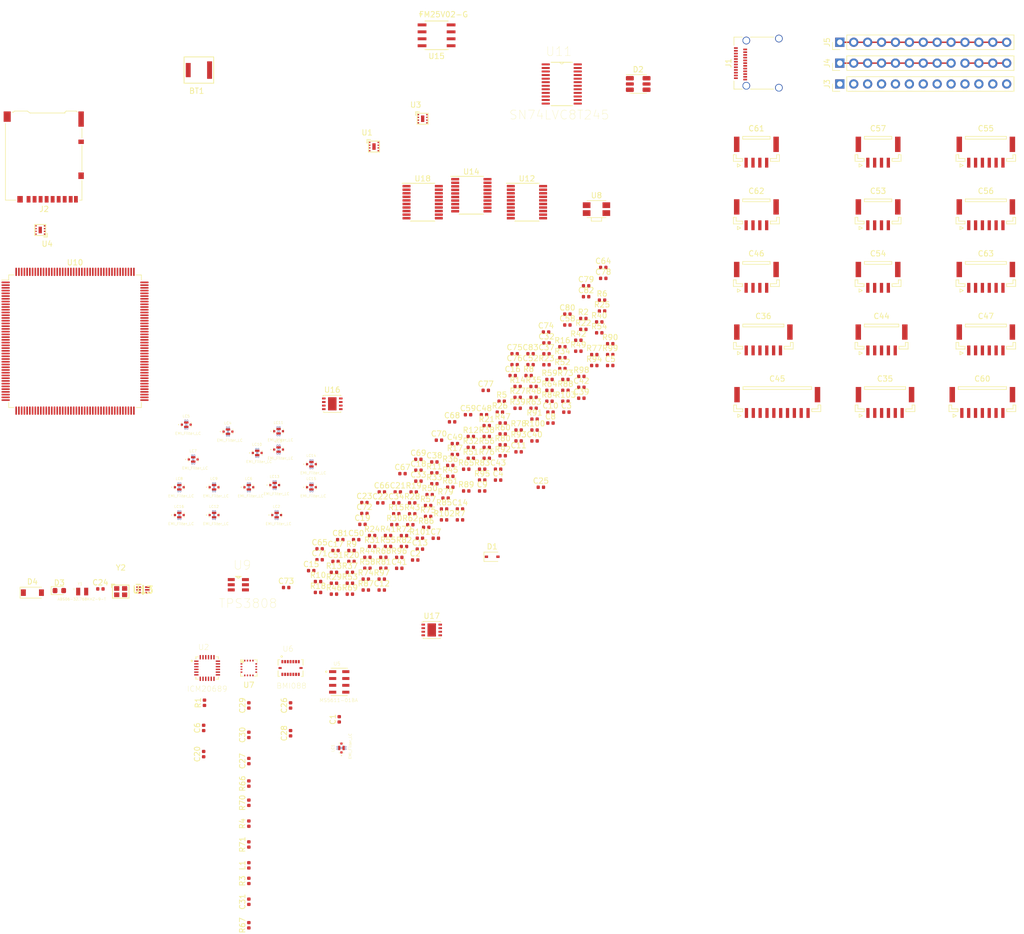
<source format=kicad_pcb>
(kicad_pcb (version 20171130) (host pcbnew "(5.1.2-1)-1")
  (layers (0 F.Cu signal) (31 B.Cu signal) (34 B.Paste user) (35 F.Paste user) (36 B.SilkS user) (37 F.SilkS user) (38 B.Mask user) (39 F.Mask user) (44 Edge.Cuts user))
  (net 0 "")
  (net 1 GND)
  (net 2 VBAT)
  (net 3 "Net-(C1-Pad1)")
  (net 4 "Net-(C2-Pad1)")
  (net 5 "Net-(C3-Pad2)")
  (net 6 "Net-(C4-Pad1)")
  (net 7 IMU_3V3)
  (net 8 "Net-(C6-Pad1)")
  (net 9 VCC)
  (net 10 MCU_3V3)
  (net 11 IO1_3V3)
  (net 12 IMU_VDD_3V0)
  (net 13 TF_3V3)
  (net 14 D2_3V3)
  (net 15 "Net-(C27-Pad2)")
  (net 16 "Net-(C29-Pad2)")
  (net 17 COM_VCC)
  (net 18 VREF+)
  (net 19 VDDA)
  (net 20 "Net-(C35-Pad4)")
  (net 21 "Net-(C35-Pad3)")
  (net 22 "Net-(C36-Pad3)")
  (net 23 "Net-(C36-Pad4)")
  (net 24 /32KHz_OUT)
  (net 25 /32KHz_IN)
  (net 26 "Net-(C44-Pad1)")
  (net 27 "Net-(C44-Pad2)")
  (net 28 "Net-(C44-Pad3)")
  (net 29 "Net-(C44-Pad4)")
  (net 30 "Net-(C45-Pad1)")
  (net 31 GPS1_TX1)
  (net 32 GPS1_RX1)
  (net 33 SCL1_GPS)
  (net 34 SDA1_GPS)
  (net 35 /SAFETY_IN)
  (net 36 /SAFETY_SWITCH_LED)
  (net 37 "Net-(C45-Pad8)")
  (net 38 BUZZER_1)
  (net 39 "Net-(C46-Pad1)")
  (net 40 ADC1_SPARE_1_CHANNEL)
  (net 41 ADC1_SPARE_2_CHANNEL)
  (net 42 JTAG_SWCLK)
  (net 43 JTAG_SWDIO)
  (net 44 UART7_RX)
  (net 45 UART7_TX)
  (net 46 "Net-(C47-Pad1)")
  (net 47 NRST)
  (net 48 "Net-(C51-Pad1)")
  (net 49 "Net-(C52-Pad1)")
  (net 50 I2C_3_SDA_PORT)
  (net 51 I2C_3_SCL_PORT)
  (net 52 "Net-(C53-Pad1)")
  (net 53 I2C_4_SDA_PORT)
  (net 54 I2C_4_SCL_PORT)
  (net 55 "Net-(C54-Pad1)")
  (net 56 USART2_TX)
  (net 57 USART2_RX)
  (net 58 USART2_CTS)
  (net 59 USART2_RTS)
  (net 60 USART3_RTS)
  (net 61 USART3_CTS)
  (net 62 USART3_RX)
  (net 63 USART3_TX)
  (net 64 "Net-(C56-Pad1)")
  (net 65 "Net-(C57-Pad1)")
  (net 66 /16_MHZ_OUT)
  (net 67 /16_MHZ_IN)
  (net 68 "Net-(C60-Pad1)")
  (net 69 SPI5_SCK_EXTERNAL1)
  (net 70 SPI5_MISO_EXTERNAL1)
  (net 71 SPI5_MOSI_EXTERNAL1)
  (net 72 SPI5_CS1_EXTERNAL1)
  (net 73 SPI5_CS2_EXTERNAL1)
  (net 74 "Net-(C61-Pad1)")
  (net 75 CAN_H_1)
  (net 76 CAN_L_1)
  (net 77 "Net-(C62-Pad1)")
  (net 78 CAN_H_2)
  (net 79 CAN_L_2)
  (net 80 "Net-(C63-Pad1)")
  (net 81 UART4_TX)
  (net 82 UART4_RX)
  (net 83 I2C_2_SCL_PORT)
  (net 84 I2C_2_SDA_PORT)
  (net 85 SCALED_V5)
  (net 86 BAT2_V)
  (net 87 BAT2_I)
  (net 88 ADC1_SPARE_2)
  (net 89 ADC1_SPARE_1)
  (net 90 SCALED_VDD_3V3_SENSORS)
  (net 91 BAT1_V)
  (net 92 BAT1_I)
  (net 93 "Net-(D1-Pad1)")
  (net 94 "Net-(D2-Pad6)")
  (net 95 "Net-(D2-Pad2)")
  (net 96 "Net-(D2-Pad4)")
  (net 97 "Net-(D3-Pad2)")
  (net 98 USB_VCC)
  (net 99 OTG_P)
  (net 100 OTG_N)
  (net 101 SDMMC1_D1)
  (net 102 SDMMC1_D2)
  (net 103 SDMMC1_D3)
  (net 104 SDMMC1_CMD)
  (net 105 SDMMC1_CLK)
  (net 106 SDMMC1_D0)
  (net 107 RC_IN_PORT)
  (net 108 OUT1)
  (net 109 OUT2)
  (net 110 OUT3)
  (net 111 OUT4)
  (net 112 OUT5)
  (net 113 OUT6)
  (net 114 OUT7)
  (net 115 OUT8)
  (net 116 AUX1)
  (net 117 AUX2)
  (net 118 AUX3)
  (net 119 AUX4)
  (net 120 "Net-(J4-Pad10)")
  (net 121 "Net-(J4-Pad1)")
  (net 122 SPI1_CS1_ICM20689)
  (net 123 "Net-(R2-Pad2)")
  (net 124 "Net-(R3-Pad1)")
  (net 125 "Net-(R4-Pad1)")
  (net 126 "Net-(R12-Pad2)")
  (net 127 "Net-(R13-Pad1)")
  (net 128 /nVDD_5V_PERIPH_OC)
  (net 129 /BOOT1)
  (net 130 SAFETY_SWITCH_IN)
  (net 131 nSAFETY_SWITCH_LED_OUT)
  (net 132 "Net-(R19-Pad2)")
  (net 133 "USART6_TX_TELEM3\\(RC_INPUT)")
  (net 134 RSSI_IN)
  (net 135 /nPOWER_IN_C)
  (net 136 /nPOWER_IN_B)
  (net 137 "Net-(R25-Pad2)")
  (net 138 /nPOWER_IN_A)
  (net 139 BOOT0)
  (net 140 /nVDD_5V_HIPOWER_OC)
  (net 141 "Net-(R48-Pad1)")
  (net 142 "Net-(R49-Pad1)")
  (net 143 "Net-(R50-Pad1)")
  (net 144 "Net-(R51-Pad1)")
  (net 145 "Net-(R52-Pad1)")
  (net 146 "Net-(R53-Pad1)")
  (net 147 "Net-(R54-Pad1)")
  (net 148 "Net-(R55-Pad1)")
  (net 149 nLED_BLUE)
  (net 150 nLED_GREEN)
  (net 151 nLED_RED)
  (net 152 "RC_INPUT\\(aka_PPM_IN)")
  (net 153 "Net-(R61-Pad1)")
  (net 154 "Net-(R62-Pad1)")
  (net 155 "Net-(R63-Pad1)")
  (net 156 "Net-(R64-Pad1)")
  (net 157 I2C3_SCL_EXTERNAL3)
  (net 158 I2C3_SDA_EXTERNAL3)
  (net 159 I2C1_SCL_GPS1)
  (net 160 I2C1_SDA_GPS1)
  (net 161 VBUS)
  (net 162 CAN1_SILENT_S0)
  (net 163 CAN2_SILENT_S1)
  (net 164 "Net-(R77-Pad1)")
  (net 165 "Net-(R78-Pad1)")
  (net 166 "Net-(R79-Pad1)")
  (net 167 "Net-(R80-Pad1)")
  (net 168 I2C4_SCL_EXTERNAL2)
  (net 169 I2C4_SDA_EXTERNAL2)
  (net 170 I2C2_SCL_UART4)
  (net 171 I2C2_SDA_UART4)
  (net 172 HW_VER_SENSE)
  (net 173 HW_VER_DRIVE)
  (net 174 HW_REV_SENSE)
  (net 175 HW_REV_DRIVE)
  (net 176 "Net-(R95-Pad1)")
  (net 177 "Net-(R96-Pad1)")
  (net 178 "Net-(R97-Pad1)")
  (net 179 "Net-(R98-Pad1)")
  (net 180 "Net-(R99-Pad1)")
  (net 181 "Net-(R100-Pad1)")
  (net 182 "Net-(R101-Pad1)")
  (net 183 "Net-(R102-Pad1)")
  (net 184 "Net-(R103-Pad1)")
  (net 185 VDD_3V3_SENSORS_EN)
  (net 186 SPI1_MISO_SENSOR1)
  (net 187 SPI1_DRDY1_ICM20689)
  (net 188 SPI1_SCK_SENSOR1)
  (net 189 SPI1_MOSI_SENSOR1)
  (net 190 VDD_3V3_SD_CARD_EN)
  (net 191 SPI4_SCK_SENSOR2)
  (net 192 SPI4_CS1_MS5611)
  (net 193 SPI4_MISO_SENSOR2)
  (net 194 SPI4_MOSI_SENSOR2)
  (net 195 SPI1_DRDY2_BMI055_GYRO)
  (net 196 SPI1_DRDY5_BMI055_GYRO)
  (net 197 SPI1_CS4_BMI055_ACC)
  (net 198 SPI1_DRDY3_BMI055_ACC)
  (net 199 SPI1_DRDY6_BMI055_ACC)
  (net 200 SPI1_CS3_BMI055_GYRO)
  (net 201 CAN1_RX)
  (net 202 SPI2_CS_FRAM)
  (net 203 UART7_RX_DEBUG)
  (net 204 FMU_CAP1)
  (net 205 UART7_TX_DEBUG)
  (net 206 FMU_CH4)
  (net 207 FMU_CH3)
  (net 208 FMU_CH1)
  (net 209 FMU_CAP3)
  (net 210 FMU_CH7)
  (net 211 FMU_CH8)
  (net 212 "CAN2_RX\\(UART5_RX_ESC)")
  (net 213 "CAN2_TX\\(UART5_TX_ESC)")
  (net 214 USART3_TX_TELEM2)
  (net 215 USART3_RX_TELEM2)
  (net 216 USART3_CTS_TELEM2)
  (net 217 USART3_RTS_TELEM2)
  (net 218 FMU_CH5)
  (net 219 FMU_CH6)
  (net 220 FMU_CH2)
  (net 221 OTG_FS_DM)
  (net 222 OTG_FS_DP)
  (net 223 CAN1_TX)
  (net 224 TIM5_SPARE_4)
  (net 225 SPI2_SCK_FRAM)
  (net 226 SPI2_MISO_FRAM)
  (net 227 SPI2_MOSI_FRAM)
  (net 228 UART4_RX_I2C2)
  (net 229 UART4_TX_I2C2)
  (net 230 USART2_CTS_TELEM1)
  (net 231 USART2_RTS_TELEM1)
  (net 232 USART2_TX_TELEM1)
  (net 233 USART2_RX_TELEM1)
  (net 234 FMU_CAP2)
  (net 235 USART1_TX_GPS1)
  (net 236 USART1_RX_GPS1)
  (module Newfootprint:UL_PAS414HRVE5R (layer F.Cu) (at 131.445 26.67)
    (fp_text reference BT1 (at 0 3.81) (layer F.SilkS))
    (fp_text value PAS414HR-VE5R)
    (pad 2 smd rect (at -1.55 0) (size 0.9 2.6) (layers F.Cu F.Paste F.Mask) (net 1 GND))
    (pad 1 smd rect (at 2.35 0) (size 0.9 3.2) (layers F.Cu F.Paste F.Mask) (net 2 VBAT))
  )
  (module Capacitor_SMD:C_0402_1005Metric (layer F.Cu) (at 157.48 145.265 90)
    (fp_text reference C1 (at 0 -1.17 90) (layer F.SilkS))
    (fp_text value 100nF)
    (pad 2 smd roundrect (at 0.485 0 90) (size 0.59 0.64) (layers F.Cu F.Paste F.Mask) (net 1 GND))
    (pad 1 smd roundrect (at -0.485 0 90) (size 0.59 0.64) (layers F.Cu F.Paste F.Mask) (net 3 "Net-(C1-Pad1)"))
  )
  (module Capacitor_SMD:C_0402_1005Metric (layer F.Cu) (at 171.355001 116.165001)
    (fp_text reference C2 (at 0 -1.17) (layer F.SilkS))
    (fp_text value 100nF)
    (pad 2 smd roundrect (at 0.485 0) (size 0.59 0.64) (layers F.Cu F.Paste F.Mask) (net 1 GND))
    (pad 1 smd roundrect (at -0.485 0) (size 0.59 0.64) (layers F.Cu F.Paste F.Mask) (net 4 "Net-(C2-Pad1)"))
  )
  (module Capacitor_SMD:C_0402_1005Metric (layer F.Cu) (at 198.975001 89.155001)
    (fp_text reference C3 (at 0 -1.17) (layer F.SilkS))
    (fp_text value 100nF)
    (pad 1 smd roundrect (at -0.485 0) (size 0.59 0.64) (layers F.Cu F.Paste F.Mask) (net 1 GND))
    (pad 2 smd roundrect (at 0.485 0) (size 0.59 0.64) (layers F.Cu F.Paste F.Mask) (net 5 "Net-(C3-Pad2)"))
  )
  (module Capacitor_SMD:C_0402_1005Metric (layer F.Cu) (at 186.495001 101.565001)
    (fp_text reference C4 (at 0 -1.17) (layer F.SilkS))
    (fp_text value 100nF)
    (pad 1 smd roundrect (at -0.485 0) (size 0.59 0.64) (layers F.Cu F.Paste F.Mask) (net 6 "Net-(C4-Pad1)"))
    (pad 2 smd roundrect (at 0.485 0) (size 0.59 0.64) (layers F.Cu F.Paste F.Mask) (net 1 GND))
  )
  (module Capacitor_SMD:C_0402_1005Metric (layer F.Cu) (at 206.975001 80.635001)
    (fp_text reference C5 (at 0 -1.17) (layer F.SilkS))
    (fp_text value 100nF)
    (pad 2 smd roundrect (at 0.485 0) (size 0.59 0.64) (layers F.Cu F.Paste F.Mask) (net 7 IMU_3V3))
    (pad 1 smd roundrect (at -0.485 0) (size 0.59 0.64) (layers F.Cu F.Paste F.Mask) (net 1 GND))
  )
  (module Capacitor_SMD:C_0402_1005Metric (layer F.Cu) (at 132.715 146.835 90)
    (fp_text reference C6 (at 0 -1.17 90) (layer F.SilkS))
    (fp_text value 470nF)
    (pad 1 smd roundrect (at -0.485 0 90) (size 0.59 0.64) (layers F.Cu F.Paste F.Mask) (net 8 "Net-(C6-Pad1)"))
    (pad 2 smd roundrect (at 0.485 0 90) (size 0.59 0.64) (layers F.Cu F.Paste F.Mask) (net 1 GND))
  )
  (module Capacitor_SMD:C_0402_1005Metric (layer F.Cu) (at 175.125001 112.185001)
    (fp_text reference C7 (at 0 -1.17) (layer F.SilkS))
    (fp_text value 47uF)
    (pad 2 smd roundrect (at 0.485 0) (size 0.59 0.64) (layers F.Cu F.Paste F.Mask) (net 9 VCC))
    (pad 1 smd roundrect (at -0.485 0) (size 0.59 0.64) (layers F.Cu F.Paste F.Mask) (net 1 GND))
  )
  (module Capacitor_SMD:C_0402_1005Metric (layer F.Cu) (at 196.065001 91.145001)
    (fp_text reference C8 (at 0 -1.17) (layer F.SilkS))
    (fp_text value 47uF)
    (pad 1 smd roundrect (at -0.485 0) (size 0.59 0.64) (layers F.Cu F.Paste F.Mask) (net 1 GND))
    (pad 2 smd roundrect (at 0.485 0) (size 0.59 0.64) (layers F.Cu F.Paste F.Mask) (net 9 VCC))
  )
  (module Capacitor_SMD:C_0402_1005Metric (layer F.Cu) (at 183.585001 103.555001)
    (fp_text reference C9 (at 0 -1.17) (layer F.SilkS))
    (fp_text value 47uF)
    (pad 1 smd roundrect (at -0.485 0) (size 0.59 0.64) (layers F.Cu F.Paste F.Mask) (net 1 GND))
    (pad 2 smd roundrect (at 0.485 0) (size 0.59 0.64) (layers F.Cu F.Paste F.Mask) (net 9 VCC))
  )
  (module Capacitor_SMD:C_0402_1005Metric (layer F.Cu) (at 196.065001 89.155001)
    (fp_text reference C10 (at 0 -1.17) (layer F.SilkS))
    (fp_text value 100nF)
    (pad 1 smd roundrect (at -0.485 0) (size 0.59 0.64) (layers F.Cu F.Paste F.Mask) (net 9 VCC))
    (pad 2 smd roundrect (at 0.485 0) (size 0.59 0.64) (layers F.Cu F.Paste F.Mask) (net 1 GND))
  )
  (module Capacitor_SMD:C_0402_1005Metric (layer F.Cu) (at 190.245001 96.405001)
    (fp_text reference C11 (at 0 -1.17) (layer F.SilkS))
    (fp_text value 100nF)
    (pad 2 smd roundrect (at 0.485 0) (size 0.59 0.64) (layers F.Cu F.Paste F.Mask) (net 1 GND))
    (pad 1 smd roundrect (at -0.485 0) (size 0.59 0.64) (layers F.Cu F.Paste F.Mask) (net 9 VCC))
  )
  (module Capacitor_SMD:C_0402_1005Metric (layer F.Cu) (at 165.245001 121.645001)
    (fp_text reference C12 (at 0 -1.17) (layer F.SilkS))
    (fp_text value 47uF)
    (pad 2 smd roundrect (at 0.485 0) (size 0.59 0.64) (layers F.Cu F.Paste F.Mask) (net 9 VCC))
    (pad 1 smd roundrect (at -0.485 0) (size 0.59 0.64) (layers F.Cu F.Paste F.Mask) (net 1 GND))
  )
  (module Capacitor_SMD:C_0402_1005Metric (layer F.Cu) (at 172.215001 114.175001)
    (fp_text reference C13 (at 0 -1.17) (layer F.SilkS))
    (fp_text value 47uF)
    (pad 1 smd roundrect (at -0.485 0) (size 0.59 0.64) (layers F.Cu F.Paste F.Mask) (net 10 MCU_3V3))
    (pad 2 smd roundrect (at 0.485 0) (size 0.59 0.64) (layers F.Cu F.Paste F.Mask) (net 1 GND))
  )
  (module Capacitor_SMD:C_0402_1005Metric (layer F.Cu) (at 179.535001 106.845001)
    (fp_text reference C14 (at 0 -1.17) (layer F.SilkS))
    (fp_text value 100nF)
    (pad 2 smd roundrect (at 0.485 0) (size 0.59 0.64) (layers F.Cu F.Paste F.Mask) (net 11 IO1_3V3))
    (pad 1 smd roundrect (at -0.485 0) (size 0.59 0.64) (layers F.Cu F.Paste F.Mask) (net 1 GND))
  )
  (module Capacitor_SMD:C_0402_1005Metric (layer F.Cu) (at 152.355001 118.105001)
    (fp_text reference C15 (at 0 -1.17) (layer F.SilkS))
    (fp_text value 2.2uF)
    (pad 1 smd roundrect (at -0.485 0) (size 0.59 0.64) (layers F.Cu F.Paste F.Mask) (net 1 GND))
    (pad 2 smd roundrect (at 0.485 0) (size 0.59 0.64) (layers F.Cu F.Paste F.Mask) (net 12 IMU_VDD_3V0))
  )
  (module Capacitor_SMD:C_0402_1005Metric (layer F.Cu) (at 189.165001 82.475001)
    (fp_text reference C16 (at 0 -1.17) (layer F.SilkS))
    (fp_text value 0.1uF)
    (pad 2 smd roundrect (at 0.485 0) (size 0.59 0.64) (layers F.Cu F.Paste F.Mask) (net 12 IMU_VDD_3V0))
    (pad 1 smd roundrect (at -0.485 0) (size 0.59 0.64) (layers F.Cu F.Paste F.Mask) (net 1 GND))
  )
  (module Capacitor_SMD:C_0402_1005Metric (layer F.Cu) (at 156.805001 114.435001)
    (fp_text reference C17 (at 0 -1.17) (layer F.SilkS))
    (fp_text value 220nF)
    (pad 1 smd roundrect (at -0.485 0) (size 0.59 0.64) (layers F.Cu F.Paste F.Mask) (net 1 GND))
    (pad 2 smd roundrect (at 0.485 0) (size 0.59 0.64) (layers F.Cu F.Paste F.Mask) (net 12 IMU_VDD_3V0))
  )
  (module Capacitor_SMD:C_0402_1005Metric (layer F.Cu) (at 171.945001 99.765001)
    (fp_text reference C18 (at 0 -1.17) (layer F.SilkS))
    (fp_text value 47uF)
    (pad 2 smd roundrect (at 0.485 0) (size 0.59 0.64) (layers F.Cu F.Paste F.Mask) (net 10 MCU_3V3))
    (pad 1 smd roundrect (at -0.485 0) (size 0.59 0.64) (layers F.Cu F.Paste F.Mask) (net 1 GND))
  )
  (module Capacitor_SMD:C_0402_1005Metric (layer F.Cu) (at 161.725001 109.655001)
    (fp_text reference C19 (at 0 -1.17) (layer F.SilkS))
    (fp_text value 47uF)
    (pad 2 smd roundrect (at 0.485 0) (size 0.59 0.64) (layers F.Cu F.Paste F.Mask) (net 11 IO1_3V3))
    (pad 1 smd roundrect (at -0.485 0) (size 0.59 0.64) (layers F.Cu F.Paste F.Mask) (net 1 GND))
  )
  (module Capacitor_SMD:C_0402_1005Metric (layer F.Cu) (at 132.715 151.615 90)
    (fp_text reference C20 (at 0 -1.17 90) (layer F.SilkS))
    (fp_text value 47uF)
    (pad 1 smd roundrect (at -0.485 0 90) (size 0.59 0.64) (layers F.Cu F.Paste F.Mask) (net 1 GND))
    (pad 2 smd roundrect (at 0.485 0 90) (size 0.59 0.64) (layers F.Cu F.Paste F.Mask) (net 7 IMU_3V3))
  )
  (module Capacitor_SMD:C_0402_1005Metric (layer F.Cu) (at 168.175001 103.735001)
    (fp_text reference C21 (at 0 -1.17) (layer F.SilkS))
    (fp_text value 47uF)
    (pad 2 smd roundrect (at 0.485 0) (size 0.59 0.64) (layers F.Cu F.Paste F.Mask) (net 12 IMU_VDD_3V0))
    (pad 1 smd roundrect (at -0.485 0) (size 0.59 0.64) (layers F.Cu F.Paste F.Mask) (net 1 GND))
  )
  (module Capacitor_SMD:C_0402_1005Metric (layer F.Cu) (at 164.985001 105.725001)
    (fp_text reference C22 (at 0 -1.17) (layer F.SilkS))
    (fp_text value 47uF)
    (pad 1 smd roundrect (at -0.485 0) (size 0.59 0.64) (layers F.Cu F.Paste F.Mask) (net 1 GND))
    (pad 2 smd roundrect (at 0.485 0) (size 0.59 0.64) (layers F.Cu F.Paste F.Mask) (net 13 TF_3V3))
  )
  (module Capacitor_SMD:C_0402_1005Metric (layer F.Cu) (at 162.075001 105.675001)
    (fp_text reference C23 (at 0 -1.17) (layer F.SilkS))
    (fp_text value 47uF)
    (pad 1 smd roundrect (at -0.485 0) (size 0.59 0.64) (layers F.Cu F.Paste F.Mask) (net 1 GND))
    (pad 2 smd roundrect (at 0.485 0) (size 0.59 0.64) (layers F.Cu F.Paste F.Mask) (net 14 D2_3V3))
  )
  (module Capacitor_SMD:C_0402_1005Metric (layer F.Cu) (at 113.855001 121.445001)
    (fp_text reference C24 (at 0 -1.17) (layer F.SilkS))
    (fp_text value 47uF)
    (pad 1 smd roundrect (at -0.485 0) (size 0.59 0.64) (layers F.Cu F.Paste F.Mask) (net 13 TF_3V3))
    (pad 2 smd roundrect (at 0.485 0) (size 0.59 0.64) (layers F.Cu F.Paste F.Mask) (net 1 GND))
  )
  (module Capacitor_SMD:C_0402_1005Metric (layer F.Cu) (at 194.31 102.87)
    (fp_text reference C25 (at 0 -1.17) (layer F.SilkS))
    (fp_text value 47uF)
    (pad 1 smd roundrect (at -0.485 0) (size 0.59 0.64) (layers F.Cu F.Paste F.Mask) (net 1 GND))
    (pad 2 smd roundrect (at 0.485 0) (size 0.59 0.64) (layers F.Cu F.Paste F.Mask) (net 7 IMU_3V3))
  )
  (module Capacitor_SMD:C_0402_1005Metric (layer F.Cu) (at 148.59 142.725 90)
    (fp_text reference C26 (at 0 -1.17 90) (layer F.SilkS))
    (fp_text value 100nF)
    (pad 2 smd roundrect (at 0.485 0 90) (size 0.59 0.64) (layers F.Cu F.Paste F.Mask) (net 12 IMU_VDD_3V0))
    (pad 1 smd roundrect (at -0.485 0 90) (size 0.59 0.64) (layers F.Cu F.Paste F.Mask) (net 1 GND))
  )
  (module Capacitor_SMD:C_0402_1005Metric (layer F.Cu) (at 140.97 152.885 90)
    (fp_text reference C27 (at 0 -1.17 90) (layer F.SilkS))
    (fp_text value 4.7uF)
    (pad 2 smd roundrect (at 0.485 0 90) (size 0.59 0.64) (layers F.Cu F.Paste F.Mask) (net 15 "Net-(C27-Pad2)"))
    (pad 1 smd roundrect (at -0.485 0 90) (size 0.59 0.64) (layers F.Cu F.Paste F.Mask) (net 1 GND))
  )
  (module Capacitor_SMD:C_0402_1005Metric (layer F.Cu) (at 148.59 147.805 90)
    (fp_text reference C28 (at 0 -1.17 90) (layer F.SilkS))
    (fp_text value 100nF)
    (pad 1 smd roundrect (at -0.485 0 90) (size 0.59 0.64) (layers F.Cu F.Paste F.Mask) (net 1 GND))
    (pad 2 smd roundrect (at 0.485 0 90) (size 0.59 0.64) (layers F.Cu F.Paste F.Mask) (net 12 IMU_VDD_3V0))
  )
  (module Capacitor_SMD:C_0402_1005Metric (layer F.Cu) (at 140.97 142.725 90)
    (fp_text reference C29 (at 0 -1.17 90) (layer F.SilkS))
    (fp_text value 100nF)
    (pad 2 smd roundrect (at 0.485 0 90) (size 0.59 0.64) (layers F.Cu F.Paste F.Mask) (net 16 "Net-(C29-Pad2)"))
    (pad 1 smd roundrect (at -0.485 0 90) (size 0.59 0.64) (layers F.Cu F.Paste F.Mask) (net 1 GND))
  )
  (module Capacitor_SMD:C_0402_1005Metric (layer F.Cu) (at 140.97 148.105 90)
    (fp_text reference C30 (at 0 -1.17 90) (layer F.SilkS))
    (fp_text value 2.2uF)
    (pad 1 smd roundrect (at -0.485 0 90) (size 0.59 0.64) (layers F.Cu F.Paste F.Mask) (net 17 COM_VCC))
    (pad 2 smd roundrect (at 0.485 0 90) (size 0.59 0.64) (layers F.Cu F.Paste F.Mask) (net 1 GND))
  )
  (module Capacitor_SMD:C_0402_1005Metric (layer F.Cu) (at 140.97 178.585 90)
    (fp_text reference C31 (at 0 -1.17 90) (layer F.SilkS))
    (fp_text value 100nF)
    (pad 2 smd roundrect (at 0.485 0 90) (size 0.59 0.64) (layers F.Cu F.Paste F.Mask) (net 1 GND))
    (pad 1 smd roundrect (at -0.485 0 90) (size 0.59 0.64) (layers F.Cu F.Paste F.Mask) (net 17 COM_VCC))
  )
  (module Capacitor_SMD:C_0402_1005Metric (layer F.Cu) (at 195.335001 76.515001)
    (fp_text reference C32 (at 0 -1.17) (layer F.SilkS))
    (fp_text value 100nF)
    (pad 1 smd roundrect (at -0.485 0) (size 0.59 0.64) (layers F.Cu F.Paste F.Mask) (net 18 VREF+))
    (pad 2 smd roundrect (at 0.485 0) (size 0.59 0.64) (layers F.Cu F.Paste F.Mask) (net 1 GND))
  )
  (module Capacitor_SMD:C_0402_1005Metric (layer F.Cu) (at 171.945001 101.755001)
    (fp_text reference C33 (at 0 -1.17) (layer F.SilkS))
    (fp_text value 100nF)
    (pad 2 smd roundrect (at 0.485 0) (size 0.59 0.64) (layers F.Cu F.Paste F.Mask) (net 1 GND))
    (pad 1 smd roundrect (at -0.485 0) (size 0.59 0.64) (layers F.Cu F.Paste F.Mask) (net 19 VDDA))
  )
  (module Capacitor_SMD:C_0402_1005Metric (layer F.Cu) (at 167.895001 105.725001)
    (fp_text reference C34 (at 0 -1.17) (layer F.SilkS))
    (fp_text value 100nF)
    (pad 2 smd roundrect (at 0.485 0) (size 0.59 0.64) (layers F.Cu F.Paste F.Mask) (net 1 GND))
    (pad 1 smd roundrect (at -0.485 0) (size 0.59 0.64) (layers F.Cu F.Paste F.Mask) (net 10 MCU_3V3))
  )
  (module Capacitor_SMD:C_0402_1005Metric (layer F.Cu) (at 195.335001 78.505001)
    (fp_text reference C37 (at 0 -1.17) (layer F.SilkS))
    (fp_text value 27pF)
    (pad 2 smd roundrect (at 0.485 0) (size 0.59 0.64) (layers F.Cu F.Paste F.Mask) (net 1 GND))
    (pad 1 smd roundrect (at -0.485 0) (size 0.59 0.64) (layers F.Cu F.Paste F.Mask) (net 24 /32KHz_OUT))
  )
  (module Capacitor_SMD:C_0402_1005Metric (layer F.Cu) (at 174.855001 98.255001)
    (fp_text reference C38 (at 0 -1.17) (layer F.SilkS))
    (fp_text value 27pF)
    (pad 1 smd roundrect (at -0.485 0) (size 0.59 0.64) (layers F.Cu F.Paste F.Mask) (net 25 /32KHz_IN))
    (pad 2 smd roundrect (at 0.485 0) (size 0.59 0.64) (layers F.Cu F.Paste F.Mask) (net 1 GND))
  )
  (module Capacitor_SMD:C_0402_1005Metric (layer F.Cu) (at 201.705001 86.605001)
    (fp_text reference C39 (at 0 -1.17) (layer F.SilkS))
    (fp_text value 100nF)
    (pad 2 smd roundrect (at 0.485 0) (size 0.59 0.64) (layers F.Cu F.Paste F.Mask) (net 1 GND))
    (pad 1 smd roundrect (at -0.485 0) (size 0.59 0.64) (layers F.Cu F.Paste F.Mask) (net 10 MCU_3V3))
  )
  (module Capacitor_SMD:C_0402_1005Metric (layer F.Cu) (at 193.155001 94.415001)
    (fp_text reference C40 (at 0 -1.17) (layer F.SilkS))
    (fp_text value 100nF)
    (pad 1 smd roundrect (at -0.485 0) (size 0.59 0.64) (layers F.Cu F.Paste F.Mask) (net 10 MCU_3V3))
    (pad 2 smd roundrect (at 0.485 0) (size 0.59 0.64) (layers F.Cu F.Paste F.Mask) (net 1 GND))
  )
  (module Capacitor_SMD:C_0402_1005Metric (layer F.Cu) (at 168.445001 117.675001)
    (fp_text reference C41 (at 0 -1.17) (layer F.SilkS))
    (fp_text value 100nF)
    (pad 2 smd roundrect (at 0.485 0) (size 0.59 0.64) (layers F.Cu F.Paste F.Mask) (net 1 GND))
    (pad 1 smd roundrect (at -0.485 0) (size 0.59 0.64) (layers F.Cu F.Paste F.Mask) (net 10 MCU_3V3))
  )
  (module Capacitor_SMD:C_0402_1005Metric (layer F.Cu) (at 201.705001 84.615001)
    (fp_text reference C42 (at 0 -1.17) (layer F.SilkS))
    (fp_text value 100nF)
    (pad 1 smd roundrect (at -0.485 0) (size 0.59 0.64) (layers F.Cu F.Paste F.Mask) (net 10 MCU_3V3))
    (pad 2 smd roundrect (at 0.485 0) (size 0.59 0.64) (layers F.Cu F.Paste F.Mask) (net 1 GND))
  )
  (module Capacitor_SMD:C_0402_1005Metric (layer F.Cu) (at 186.495001 99.575001)
    (fp_text reference C43 (at 0 -1.17) (layer F.SilkS))
    (fp_text value 100nF)
    (pad 1 smd roundrect (at -0.485 0) (size 0.59 0.64) (layers F.Cu F.Paste F.Mask) (net 10 MCU_3V3))
    (pad 2 smd roundrect (at 0.485 0) (size 0.59 0.64) (layers F.Cu F.Paste F.Mask) (net 1 GND))
  )
  (module Connectors_JST:JST_GH_BM05B-GHS-TBT_05x1.25mm_Straight (layer F.Cu) (at 256.54 76.2)
    (fp_text reference C44 (at 0 -4.575) (layer F.SilkS))
    (fp_text value "DSM/SBUS RC")
    (pad 1 smd rect (at -2.5 1.675) (size 0.6 1.8) (layers F.Cu F.Paste F.Mask) (net 26 "Net-(C44-Pad1)"))
    (pad 2 smd rect (at -1.25 1.675) (size 0.6 1.8) (layers F.Cu F.Paste F.Mask) (net 27 "Net-(C44-Pad2)"))
    (pad 3 smd rect (at 0 1.675) (size 0.6 1.8) (layers F.Cu F.Paste F.Mask) (net 28 "Net-(C44-Pad3)"))
    (pad 4 smd rect (at 1.25 1.675) (size 0.6 1.8) (layers F.Cu F.Paste F.Mask) (net 29 "Net-(C44-Pad4)"))
    (pad 5 smd rect (at 2.5 1.675) (size 0.6 1.8) (layers F.Cu F.Paste F.Mask) (net 1 GND))
    (pad "" smd rect (at 4.25 -1.675) (size 1 2.8) (layers F.Cu F.Paste F.Mask))
    (pad "" smd rect (at -4.25 -1.675) (size 1 2.8) (layers F.Cu F.Paste F.Mask))
  )
  (module Connectors_JST:JST_GH_BM10B-GHS-TBT_10x1.25mm_Straight (layer F.Cu) (at 237.49 87.63)
    (fp_text reference C45 (at 0 -4.575) (layer F.SilkS))
    (fp_text value GPS)
    (pad 1 smd rect (at -5.625 1.675) (size 0.6 1.8) (layers F.Cu F.Paste F.Mask) (net 30 "Net-(C45-Pad1)"))
    (pad 2 smd rect (at -4.375 1.675) (size 0.6 1.8) (layers F.Cu F.Paste F.Mask) (net 31 GPS1_TX1))
    (pad 3 smd rect (at -3.125 1.675) (size 0.6 1.8) (layers F.Cu F.Paste F.Mask) (net 32 GPS1_RX1))
    (pad 4 smd rect (at -1.875 1.675) (size 0.6 1.8) (layers F.Cu F.Paste F.Mask) (net 33 SCL1_GPS))
    (pad 5 smd rect (at -0.625 1.675) (size 0.6 1.8) (layers F.Cu F.Paste F.Mask) (net 34 SDA1_GPS))
    (pad 6 smd rect (at 0.625 1.675) (size 0.6 1.8) (layers F.Cu F.Paste F.Mask) (net 35 /SAFETY_IN))
    (pad 7 smd rect (at 1.875 1.675) (size 0.6 1.8) (layers F.Cu F.Paste F.Mask) (net 36 /SAFETY_SWITCH_LED))
    (pad 8 smd rect (at 3.125 1.675) (size 0.6 1.8) (layers F.Cu F.Paste F.Mask) (net 37 "Net-(C45-Pad8)"))
    (pad 9 smd rect (at 4.375 1.675) (size 0.6 1.8) (layers F.Cu F.Paste F.Mask) (net 38 BUZZER_1))
    (pad 10 smd rect (at 5.625 1.675) (size 0.6 1.8) (layers F.Cu F.Paste F.Mask) (net 1 GND))
    (pad "" smd rect (at 7.35 -1.675) (size 1 2.8) (layers F.Cu F.Paste F.Mask))
    (pad "" smd rect (at -7.35 -1.675) (size 1 2.8) (layers F.Cu F.Paste F.Mask))
  )
  (module Connectors_JST:JST_GH_BM04B-GHS-TBT_04x1.25mm_Straight (layer F.Cu) (at 233.68 64.77)
    (fp_text reference C46 (at 0 -4.575) (layer F.SilkS))
    (fp_text value ADC3/5)
    (pad 1 smd rect (at -1.875 1.675) (size 0.6 1.8) (layers F.Cu F.Paste F.Mask) (net 39 "Net-(C46-Pad1)"))
    (pad 2 smd rect (at -0.625 1.675) (size 0.6 1.8) (layers F.Cu F.Paste F.Mask) (net 40 ADC1_SPARE_1_CHANNEL))
    (pad 3 smd rect (at 0.625 1.675) (size 0.6 1.8) (layers F.Cu F.Paste F.Mask) (net 41 ADC1_SPARE_2_CHANNEL))
    (pad 4 smd rect (at 1.875 1.675) (size 0.6 1.8) (layers F.Cu F.Paste F.Mask) (net 1 GND))
    (pad "" smd rect (at 3.6 -1.675) (size 1 2.8) (layers F.Cu F.Paste F.Mask))
    (pad "" smd rect (at -3.6 -1.675) (size 1 2.8) (layers F.Cu F.Paste F.Mask))
  )
  (module Connectors_JST:JST_GH_BM06B-GHS-TBT_06x1.25mm_Straight (layer F.Cu) (at 275.59 76.2)
    (fp_text reference C47 (at 0 -4.575) (layer F.SilkS))
    (fp_text value DSU)
    (pad "" smd rect (at -4.85 -1.675) (size 1 2.8) (layers F.Cu F.Paste F.Mask))
    (pad "" smd rect (at 4.85 -1.675) (size 1 2.8) (layers F.Cu F.Paste F.Mask))
    (pad 6 smd rect (at 3.125 1.675) (size 0.6 1.8) (layers F.Cu F.Paste F.Mask) (net 1 GND))
    (pad 5 smd rect (at 1.875 1.675) (size 0.6 1.8) (layers F.Cu F.Paste F.Mask) (net 42 JTAG_SWCLK))
    (pad 4 smd rect (at 0.625 1.675) (size 0.6 1.8) (layers F.Cu F.Paste F.Mask) (net 43 JTAG_SWDIO))
    (pad 3 smd rect (at -0.625 1.675) (size 0.6 1.8) (layers F.Cu F.Paste F.Mask) (net 44 UART7_RX))
    (pad 2 smd rect (at -1.875 1.675) (size 0.6 1.8) (layers F.Cu F.Paste F.Mask) (net 45 UART7_TX))
    (pad 1 smd rect (at -3.125 1.675) (size 0.6 1.8) (layers F.Cu F.Paste F.Mask) (net 46 "Net-(C47-Pad1)"))
  )
  (module Capacitor_SMD:C_0402_1005Metric (layer F.Cu) (at 183.915001 89.625001)
    (fp_text reference C48 (at 0 -1.17) (layer F.SilkS))
    (fp_text value 100nF)
    (pad 2 smd roundrect (at 0.485 0) (size 0.59 0.64) (layers F.Cu F.Paste F.Mask) (net 1 GND))
    (pad 1 smd roundrect (at -0.485 0) (size 0.59 0.64) (layers F.Cu F.Paste F.Mask) (net 10 MCU_3V3))
  )
  (module Capacitor_SMD:C_0402_1005Metric (layer F.Cu) (at 178.605001 94.905001)
    (fp_text reference C49 (at 0 -1.17) (layer F.SilkS))
    (fp_text value 100nF)
    (pad 1 smd roundrect (at -0.485 0) (size 0.59 0.64) (layers F.Cu F.Paste F.Mask) (net 10 MCU_3V3))
    (pad 2 smd roundrect (at 0.485 0) (size 0.59 0.64) (layers F.Cu F.Paste F.Mask) (net 1 GND))
  )
  (module Capacitor_SMD:C_0402_1005Metric (layer F.Cu) (at 160.575001 112.445001)
    (fp_text reference C50 (at 0 -1.17) (layer F.SilkS))
    (fp_text value 100nF)
    (pad 2 smd roundrect (at 0.485 0) (size 0.59 0.64) (layers F.Cu F.Paste F.Mask) (net 1 GND))
    (pad 1 smd roundrect (at -0.485 0) (size 0.59 0.64) (layers F.Cu F.Paste F.Mask) (net 47 NRST))
  )
  (module Capacitor_SMD:C_0402_1005Metric (layer F.Cu) (at 156.805001 116.425001)
    (fp_text reference C51 (at 0 -1.17) (layer F.SilkS))
    (fp_text value 2.2uF)
    (pad 1 smd roundrect (at -0.485 0) (size 0.59 0.64) (layers F.Cu F.Paste F.Mask) (net 48 "Net-(C51-Pad1)"))
    (pad 2 smd roundrect (at 0.485 0) (size 0.59 0.64) (layers F.Cu F.Paste F.Mask) (net 1 GND))
  )
  (module Capacitor_SMD:C_0402_1005Metric (layer F.Cu) (at 192.425001 80.485001)
    (fp_text reference C52 (at 0 -1.17) (layer F.SilkS))
    (fp_text value 2.2uF)
    (pad 2 smd roundrect (at 0.485 0) (size 0.59 0.64) (layers F.Cu F.Paste F.Mask) (net 1 GND))
    (pad 1 smd roundrect (at -0.485 0) (size 0.59 0.64) (layers F.Cu F.Paste F.Mask) (net 49 "Net-(C52-Pad1)"))
  )
  (module Connectors_JST:JST_GH_BM04B-GHS-TBT_04x1.25mm_Straight (layer F.Cu) (at 255.905 53.34)
    (fp_text reference C53 (at 0 -4.575) (layer F.SilkS))
    (fp_text value I2C3)
    (pad "" smd rect (at -3.6 -1.675) (size 1 2.8) (layers F.Cu F.Paste F.Mask))
    (pad "" smd rect (at 3.6 -1.675) (size 1 2.8) (layers F.Cu F.Paste F.Mask))
    (pad 4 smd rect (at 1.875 1.675) (size 0.6 1.8) (layers F.Cu F.Paste F.Mask) (net 1 GND))
    (pad 3 smd rect (at 0.625 1.675) (size 0.6 1.8) (layers F.Cu F.Paste F.Mask) (net 50 I2C_3_SDA_PORT))
    (pad 2 smd rect (at -0.625 1.675) (size 0.6 1.8) (layers F.Cu F.Paste F.Mask) (net 51 I2C_3_SCL_PORT))
    (pad 1 smd rect (at -1.875 1.675) (size 0.6 1.8) (layers F.Cu F.Paste F.Mask) (net 52 "Net-(C53-Pad1)"))
  )
  (module Connectors_JST:JST_GH_BM04B-GHS-TBT_04x1.25mm_Straight (layer F.Cu) (at 255.905 64.77)
    (fp_text reference C54 (at 0 -4.575) (layer F.SilkS))
    (fp_text value I2C4)
    (pad "" smd rect (at -3.6 -1.675) (size 1 2.8) (layers F.Cu F.Paste F.Mask))
    (pad "" smd rect (at 3.6 -1.675) (size 1 2.8) (layers F.Cu F.Paste F.Mask))
    (pad 4 smd rect (at 1.875 1.675) (size 0.6 1.8) (layers F.Cu F.Paste F.Mask) (net 1 GND))
    (pad 3 smd rect (at 0.625 1.675) (size 0.6 1.8) (layers F.Cu F.Paste F.Mask) (net 53 I2C_4_SDA_PORT))
    (pad 2 smd rect (at -0.625 1.675) (size 0.6 1.8) (layers F.Cu F.Paste F.Mask) (net 54 I2C_4_SCL_PORT))
    (pad 1 smd rect (at -1.875 1.675) (size 0.6 1.8) (layers F.Cu F.Paste F.Mask) (net 55 "Net-(C54-Pad1)"))
  )
  (module Connectors_JST:JST_GH_BM06B-GHS-TBT_06x1.25mm_Straight (layer F.Cu) (at 275.59 41.91)
    (fp_text reference C55 (at 0 -4.575) (layer F.SilkS))
    (fp_text value USART2)
    (pad 1 smd rect (at -3.125 1.675) (size 0.6 1.8) (layers F.Cu F.Paste F.Mask) (net 9 VCC))
    (pad 2 smd rect (at -1.875 1.675) (size 0.6 1.8) (layers F.Cu F.Paste F.Mask) (net 56 USART2_TX))
    (pad 3 smd rect (at -0.625 1.675) (size 0.6 1.8) (layers F.Cu F.Paste F.Mask) (net 57 USART2_RX))
    (pad 4 smd rect (at 0.625 1.675) (size 0.6 1.8) (layers F.Cu F.Paste F.Mask) (net 58 USART2_CTS))
    (pad 5 smd rect (at 1.875 1.675) (size 0.6 1.8) (layers F.Cu F.Paste F.Mask) (net 59 USART2_RTS))
    (pad 6 smd rect (at 3.125 1.675) (size 0.6 1.8) (layers F.Cu F.Paste F.Mask) (net 1 GND))
    (pad "" smd rect (at 4.85 -1.675) (size 1 2.8) (layers F.Cu F.Paste F.Mask))
    (pad "" smd rect (at -4.85 -1.675) (size 1 2.8) (layers F.Cu F.Paste F.Mask))
  )
  (module Connectors_JST:JST_GH_BM06B-GHS-TBT_06x1.25mm_Straight (layer F.Cu) (at 275.59 53.34)
    (fp_text reference C56 (at 0 -4.575) (layer F.SilkS))
    (fp_text value USART3)
    (pad "" smd rect (at -4.85 -1.675) (size 1 2.8) (layers F.Cu F.Paste F.Mask))
    (pad "" smd rect (at 4.85 -1.675) (size 1 2.8) (layers F.Cu F.Paste F.Mask))
    (pad 6 smd rect (at 3.125 1.675) (size 0.6 1.8) (layers F.Cu F.Paste F.Mask) (net 1 GND))
    (pad 5 smd rect (at 1.875 1.675) (size 0.6 1.8) (layers F.Cu F.Paste F.Mask) (net 60 USART3_RTS))
    (pad 4 smd rect (at 0.625 1.675) (size 0.6 1.8) (layers F.Cu F.Paste F.Mask) (net 61 USART3_CTS))
    (pad 3 smd rect (at -0.625 1.675) (size 0.6 1.8) (layers F.Cu F.Paste F.Mask) (net 62 USART3_RX))
    (pad 2 smd rect (at -1.875 1.675) (size 0.6 1.8) (layers F.Cu F.Paste F.Mask) (net 63 USART3_TX))
    (pad 1 smd rect (at -3.125 1.675) (size 0.6 1.8) (layers F.Cu F.Paste F.Mask) (net 64 "Net-(C56-Pad1)"))
  )
  (module Connectors_JST:JST_GH_BM04B-GHS-TBT_04x1.25mm_Straight (layer F.Cu) (at 255.905 41.91)
    (fp_text reference C57 (at 0 -4.575) (layer F.SilkS))
    (fp_text value I2C2)
    (pad "" smd rect (at -3.6 -1.675) (size 1 2.8) (layers F.Cu F.Paste F.Mask))
    (pad "" smd rect (at 3.6 -1.675) (size 1 2.8) (layers F.Cu F.Paste F.Mask))
    (pad 4 smd rect (at 1.875 1.675) (size 0.6 1.8) (layers F.Cu F.Paste F.Mask) (net 1 GND))
    (pad 3 smd rect (at 0.625 1.675) (size 0.6 1.8) (layers F.Cu F.Paste F.Mask) (net 50 I2C_3_SDA_PORT))
    (pad 2 smd rect (at -0.625 1.675) (size 0.6 1.8) (layers F.Cu F.Paste F.Mask) (net 51 I2C_3_SCL_PORT))
    (pad 1 smd rect (at -1.875 1.675) (size 0.6 1.8) (layers F.Cu F.Paste F.Mask) (net 65 "Net-(C57-Pad1)"))
  )
  (module Capacitor_SMD:C_0402_1005Metric (layer F.Cu) (at 199.155001 73.235001)
    (fp_text reference C58 (at 0 -1.17) (layer F.SilkS))
    (fp_text value 12pF)
    (pad 2 smd roundrect (at 0.485 0) (size 0.59 0.64) (layers F.Cu F.Paste F.Mask) (net 1 GND))
    (pad 1 smd roundrect (at -0.485 0) (size 0.59 0.64) (layers F.Cu F.Paste F.Mask) (net 66 /16_MHZ_OUT))
  )
  (module Capacitor_SMD:C_0402_1005Metric (layer F.Cu) (at 181.005001 89.625001)
    (fp_text reference C59 (at 0 -1.17) (layer F.SilkS))
    (fp_text value 12pF)
    (pad 1 smd roundrect (at -0.485 0) (size 0.59 0.64) (layers F.Cu F.Paste F.Mask) (net 67 /16_MHZ_IN))
    (pad 2 smd roundrect (at 0.485 0) (size 0.59 0.64) (layers F.Cu F.Paste F.Mask) (net 1 GND))
  )
  (module Connectors_JST:JST_GH_BM07B-GHS-TBT_07x1.25mm_Straight (layer F.Cu) (at 274.955 87.63)
    (fp_text reference C60 (at 0 -4.575) (layer F.SilkS))
    (fp_text value SPI)
    (pad 1 smd rect (at -3.75 1.675) (size 0.6 1.8) (layers F.Cu F.Paste F.Mask) (net 68 "Net-(C60-Pad1)"))
    (pad 2 smd rect (at -2.5 1.675) (size 0.6 1.8) (layers F.Cu F.Paste F.Mask) (net 69 SPI5_SCK_EXTERNAL1))
    (pad 3 smd rect (at -1.25 1.675) (size 0.6 1.8) (layers F.Cu F.Paste F.Mask) (net 70 SPI5_MISO_EXTERNAL1))
    (pad 4 smd rect (at 0 1.675) (size 0.6 1.8) (layers F.Cu F.Paste F.Mask) (net 71 SPI5_MOSI_EXTERNAL1))
    (pad 5 smd rect (at 1.25 1.675) (size 0.6 1.8) (layers F.Cu F.Paste F.Mask) (net 72 SPI5_CS1_EXTERNAL1))
    (pad 6 smd rect (at 2.5 1.675) (size 0.6 1.8) (layers F.Cu F.Paste F.Mask) (net 73 SPI5_CS2_EXTERNAL1))
    (pad 7 smd rect (at 3.75 1.675) (size 0.6 1.8) (layers F.Cu F.Paste F.Mask) (net 1 GND))
    (pad "" smd rect (at 5.5 -1.675) (size 1 2.8) (layers F.Cu F.Paste F.Mask))
    (pad "" smd rect (at -5.5 -1.675) (size 1 2.8) (layers F.Cu F.Paste F.Mask))
  )
  (module Connectors_JST:JST_GH_BM04B-GHS-TBT_04x1.25mm_Straight (layer F.Cu) (at 233.68 41.91)
    (fp_text reference C61 (at 0 -4.575) (layer F.SilkS))
    (fp_text value CAN1)
    (pad 1 smd rect (at -1.875 1.675) (size 0.6 1.8) (layers F.Cu F.Paste F.Mask) (net 74 "Net-(C61-Pad1)"))
    (pad 2 smd rect (at -0.625 1.675) (size 0.6 1.8) (layers F.Cu F.Paste F.Mask) (net 75 CAN_H_1))
    (pad 3 smd rect (at 0.625 1.675) (size 0.6 1.8) (layers F.Cu F.Paste F.Mask) (net 76 CAN_L_1))
    (pad 4 smd rect (at 1.875 1.675) (size 0.6 1.8) (layers F.Cu F.Paste F.Mask) (net 1 GND))
    (pad "" smd rect (at 3.6 -1.675) (size 1 2.8) (layers F.Cu F.Paste F.Mask))
    (pad "" smd rect (at -3.6 -1.675) (size 1 2.8) (layers F.Cu F.Paste F.Mask))
  )
  (module Connectors_JST:JST_GH_BM04B-GHS-TBT_04x1.25mm_Straight (layer F.Cu) (at 233.68 53.34)
    (fp_text reference C62 (at 0 -4.575) (layer F.SilkS))
    (fp_text value CAN2)
    (pad 1 smd rect (at -1.875 1.675) (size 0.6 1.8) (layers F.Cu F.Paste F.Mask) (net 77 "Net-(C62-Pad1)"))
    (pad 2 smd rect (at -0.625 1.675) (size 0.6 1.8) (layers F.Cu F.Paste F.Mask) (net 78 CAN_H_2))
    (pad 3 smd rect (at 0.625 1.675) (size 0.6 1.8) (layers F.Cu F.Paste F.Mask) (net 79 CAN_L_2))
    (pad 4 smd rect (at 1.875 1.675) (size 0.6 1.8) (layers F.Cu F.Paste F.Mask) (net 1 GND))
    (pad "" smd rect (at 3.6 -1.675) (size 1 2.8) (layers F.Cu F.Paste F.Mask))
    (pad "" smd rect (at -3.6 -1.675) (size 1 2.8) (layers F.Cu F.Paste F.Mask))
  )
  (module Connectors_JST:JST_GH_BM06B-GHS-TBT_06x1.25mm_Straight (layer F.Cu) (at 275.59 64.77)
    (fp_text reference C63 (at 0 -4.575) (layer F.SilkS))
    (fp_text value UART4)
    (pad 1 smd rect (at -3.125 1.675) (size 0.6 1.8) (layers F.Cu F.Paste F.Mask) (net 80 "Net-(C63-Pad1)"))
    (pad 2 smd rect (at -1.875 1.675) (size 0.6 1.8) (layers F.Cu F.Paste F.Mask) (net 81 UART4_TX))
    (pad 3 smd rect (at -0.625 1.675) (size 0.6 1.8) (layers F.Cu F.Paste F.Mask) (net 82 UART4_RX))
    (pad 4 smd rect (at 0.625 1.675) (size 0.6 1.8) (layers F.Cu F.Paste F.Mask) (net 83 I2C_2_SCL_PORT))
    (pad 5 smd rect (at 1.875 1.675) (size 0.6 1.8) (layers F.Cu F.Paste F.Mask) (net 84 I2C_2_SDA_PORT))
    (pad 6 smd rect (at 3.125 1.675) (size 0.6 1.8) (layers F.Cu F.Paste F.Mask) (net 1 GND))
    (pad "" smd rect (at 4.85 -1.675) (size 1 2.8) (layers F.Cu F.Paste F.Mask))
    (pad "" smd rect (at -4.85 -1.675) (size 1 2.8) (layers F.Cu F.Paste F.Mask))
  )
  (module Capacitor_SMD:C_0402_1005Metric (layer F.Cu) (at 205.705001 62.725001)
    (fp_text reference C64 (at 0 -1.17) (layer F.SilkS))
    (fp_text value 100nF)
    (pad 2 smd roundrect (at 0.485 0) (size 0.59 0.64) (layers F.Cu F.Paste F.Mask) (net 1 GND))
    (pad 1 smd roundrect (at -0.485 0) (size 0.59 0.64) (layers F.Cu F.Paste F.Mask) (net 13 TF_3V3))
  )
  (module Capacitor_SMD:C_0402_1005Metric (layer F.Cu) (at 153.895001 114.125001)
    (fp_text reference C65 (at 0 -1.17) (layer F.SilkS))
    (fp_text value 100nF)
    (pad 1 smd roundrect (at -0.485 0) (size 0.59 0.64) (layers F.Cu F.Paste F.Mask) (net 85 SCALED_V5))
    (pad 2 smd roundrect (at 0.485 0) (size 0.59 0.64) (layers F.Cu F.Paste F.Mask) (net 1 GND))
  )
  (module Capacitor_SMD:C_0402_1005Metric (layer F.Cu) (at 165.265001 103.735001)
    (fp_text reference C66 (at 0 -1.17) (layer F.SilkS))
    (fp_text value 100nF)
    (pad 1 smd roundrect (at -0.485 0) (size 0.59 0.64) (layers F.Cu F.Paste F.Mask) (net 1 GND))
    (pad 2 smd roundrect (at 0.485 0) (size 0.59 0.64) (layers F.Cu F.Paste F.Mask) (net 86 BAT2_V))
  )
  (module Capacitor_SMD:C_0402_1005Metric (layer F.Cu) (at 169.035001 100.385001)
    (fp_text reference C67 (at 0 -1.17) (layer F.SilkS))
    (fp_text value 100nF)
    (pad 2 smd roundrect (at 0.485 0) (size 0.59 0.64) (layers F.Cu F.Paste F.Mask) (net 87 BAT2_I))
    (pad 1 smd roundrect (at -0.485 0) (size 0.59 0.64) (layers F.Cu F.Paste F.Mask) (net 1 GND))
  )
  (module Capacitor_SMD:C_0402_1005Metric (layer F.Cu) (at 178.095001 90.925001)
    (fp_text reference C68 (at 0 -1.17) (layer F.SilkS))
    (fp_text value 100nF)
    (pad 2 smd roundrect (at 0.485 0) (size 0.59 0.64) (layers F.Cu F.Paste F.Mask) (net 1 GND))
    (pad 1 smd roundrect (at -0.485 0) (size 0.59 0.64) (layers F.Cu F.Paste F.Mask) (net 88 ADC1_SPARE_2))
  )
  (module Capacitor_SMD:C_0402_1005Metric (layer F.Cu) (at 171.925001 97.775001)
    (fp_text reference C69 (at 0 -1.17) (layer F.SilkS))
    (fp_text value 100nF)
    (pad 1 smd roundrect (at -0.485 0) (size 0.59 0.64) (layers F.Cu F.Paste F.Mask) (net 89 ADC1_SPARE_1))
    (pad 2 smd roundrect (at 0.485 0) (size 0.59 0.64) (layers F.Cu F.Paste F.Mask) (net 1 GND))
  )
  (module Capacitor_SMD:C_0402_1005Metric (layer F.Cu) (at 175.695001 94.275001)
    (fp_text reference C70 (at 0 -1.17) (layer F.SilkS))
    (fp_text value 100nF)
    (pad 2 smd roundrect (at 0.485 0) (size 0.59 0.64) (layers F.Cu F.Paste F.Mask) (net 1 GND))
    (pad 1 smd roundrect (at -0.485 0) (size 0.59 0.64) (layers F.Cu F.Paste F.Mask) (net 90 SCALED_VDD_3V3_SENSORS))
  )
  (module Capacitor_SMD:C_0402_1005Metric (layer F.Cu) (at 153.895001 116.115001)
    (fp_text reference C71 (at 0 -1.17) (layer F.SilkS))
    (fp_text value 100nF)
    (pad 1 smd roundrect (at -0.485 0) (size 0.59 0.64) (layers F.Cu F.Paste F.Mask) (net 1 GND))
    (pad 2 smd roundrect (at 0.485 0) (size 0.59 0.64) (layers F.Cu F.Paste F.Mask) (net 91 BAT1_V))
  )
  (module Capacitor_SMD:C_0402_1005Metric (layer F.Cu) (at 162.075001 107.665001)
    (fp_text reference C72 (at 0 -1.17) (layer F.SilkS))
    (fp_text value 100nF)
    (pad 2 smd roundrect (at 0.485 0) (size 0.59 0.64) (layers F.Cu F.Paste F.Mask) (net 92 BAT1_I))
    (pad 1 smd roundrect (at -0.485 0) (size 0.59 0.64) (layers F.Cu F.Paste F.Mask) (net 1 GND))
  )
  (module Capacitor_SMD:C_0402_1005Metric (layer F.Cu) (at 147.785001 121.185001)
    (fp_text reference C73 (at 0 -1.17) (layer F.SilkS))
    (fp_text value 100nF)
    (pad 2 smd roundrect (at 0.485 0) (size 0.59 0.64) (layers F.Cu F.Paste F.Mask) (net 1 GND))
    (pad 1 smd roundrect (at -0.485 0) (size 0.59 0.64) (layers F.Cu F.Paste F.Mask) (net 13 TF_3V3))
  )
  (module Capacitor_SMD:C_0402_1005Metric (layer F.Cu) (at 195.255001 74.525001)
    (fp_text reference C74 (at 0 -1.17) (layer F.SilkS))
    (fp_text value 100nf)
    (pad 1 smd roundrect (at -0.485 0) (size 0.59 0.64) (layers F.Cu F.Paste F.Mask) (net 1 GND))
    (pad 2 smd roundrect (at 0.485 0) (size 0.59 0.64) (layers F.Cu F.Paste F.Mask) (net 11 IO1_3V3))
  )
  (module Capacitor_SMD:C_0402_1005Metric (layer F.Cu) (at 189.515001 78.495001)
    (fp_text reference C75 (at 0 -1.17) (layer F.SilkS))
    (fp_text value 100nf)
    (pad 1 smd roundrect (at -0.485 0) (size 0.59 0.64) (layers F.Cu F.Paste F.Mask) (net 1 GND))
    (pad 2 smd roundrect (at 0.485 0) (size 0.59 0.64) (layers F.Cu F.Paste F.Mask) (net 14 D2_3V3))
  )
  (module Capacitor_SMD:C_0402_1005Metric (layer F.Cu) (at 189.515001 80.485001)
    (fp_text reference C76 (at 0 -1.17) (layer F.SilkS))
    (fp_text value 100nF)
    (pad 2 smd roundrect (at 0.485 0) (size 0.59 0.64) (layers F.Cu F.Paste F.Mask) (net 1 GND))
    (pad 1 smd roundrect (at -0.485 0) (size 0.59 0.64) (layers F.Cu F.Paste F.Mask) (net 9 VCC))
  )
  (module Capacitor_SMD:C_0402_1005Metric (layer F.Cu) (at 184.245001 85.175001)
    (fp_text reference C77 (at 0 -1.17) (layer F.SilkS))
    (fp_text value 100nF)
    (pad 2 smd roundrect (at 0.485 0) (size 0.59 0.64) (layers F.Cu F.Paste F.Mask) (net 1 GND))
    (pad 1 smd roundrect (at -0.485 0) (size 0.59 0.64) (layers F.Cu F.Paste F.Mask) (net 9 VCC))
  )
  (module Capacitor_SMD:C_0402_1005Metric (layer F.Cu) (at 205.705001 64.715001)
    (fp_text reference C78 (at 0 -1.17) (layer F.SilkS))
    (fp_text value 100nF)
    (pad 1 smd roundrect (at -0.485 0) (size 0.59 0.64) (layers F.Cu F.Paste F.Mask) (net 1 GND))
    (pad 2 smd roundrect (at 0.485 0) (size 0.59 0.64) (layers F.Cu F.Paste F.Mask) (net 14 D2_3V3))
  )
  (module Capacitor_SMD:C_0402_1005Metric (layer F.Cu) (at 202.575001 66.075001)
    (fp_text reference C79 (at 0 -1.17) (layer F.SilkS))
    (fp_text value 100nf)
    (pad 1 smd roundrect (at -0.485 0) (size 0.59 0.64) (layers F.Cu F.Paste F.Mask) (net 1 GND))
    (pad 2 smd roundrect (at 0.485 0) (size 0.59 0.64) (layers F.Cu F.Paste F.Mask) (net 11 IO1_3V3))
  )
  (module Capacitor_SMD:C_0402_1005Metric (layer F.Cu) (at 199.155001 71.245001)
    (fp_text reference C80 (at 0 -1.17) (layer F.SilkS))
    (fp_text value 47uF)
    (pad 1 smd roundrect (at -0.485 0) (size 0.59 0.64) (layers F.Cu F.Paste F.Mask) (net 9 VCC))
    (pad 2 smd roundrect (at 0.485 0) (size 0.59 0.64) (layers F.Cu F.Paste F.Mask) (net 1 GND))
  )
  (module Capacitor_SMD:C_0402_1005Metric (layer F.Cu) (at 157.665001 112.445001)
    (fp_text reference C81 (at 0 -1.17) (layer F.SilkS))
    (fp_text value 100nf)
    (pad 2 smd roundrect (at 0.485 0) (size 0.59 0.64) (layers F.Cu F.Paste F.Mask) (net 14 D2_3V3))
    (pad 1 smd roundrect (at -0.485 0) (size 0.59 0.64) (layers F.Cu F.Paste F.Mask) (net 1 GND))
  )
  (module Capacitor_SMD:C_0402_1005Metric (layer F.Cu) (at 202.575001 68.065001)
    (fp_text reference C82 (at 0 -1.17) (layer F.SilkS))
    (fp_text value 100nf)
    (pad 1 smd roundrect (at -0.485 0) (size 0.59 0.64) (layers F.Cu F.Paste F.Mask) (net 1 GND))
    (pad 2 smd roundrect (at 0.485 0) (size 0.59 0.64) (layers F.Cu F.Paste F.Mask) (net 11 IO1_3V3))
  )
  (module Capacitor_SMD:C_0402_1005Metric (layer F.Cu) (at 192.425001 78.495001)
    (fp_text reference C83 (at 0 -1.17) (layer F.SilkS))
    (fp_text value 100nf)
    (pad 2 smd roundrect (at 0.485 0) (size 0.59 0.64) (layers F.Cu F.Paste F.Mask) (net 14 D2_3V3))
    (pad 1 smd roundrect (at -0.485 0) (size 0.59 0.64) (layers F.Cu F.Paste F.Mask) (net 1 GND))
  )
  (module LED_SMD:LED_ROHM_SMLVN6 (layer F.Cu) (at 212.09 29.21)
    (fp_text reference D2 (at 0 -2.65) (layer F.SilkS))
    (fp_text value SMLVN6RGB)
    (pad 1 smd roundrect (at -1.525 -1.05) (size 1.45 0.8) (layers F.Cu F.Paste F.Mask) (roundrect_rratio 0.2) (net 9 VCC))
    (pad 6 smd roundrect (at 1.525 -1.05) (size 1.45 0.8) (layers F.Cu F.Paste F.Mask) (roundrect_rratio 0.2) (net 94 "Net-(D2-Pad6)"))
    (pad 2 smd roundrect (at -1.525 0) (size 1.45 0.6) (layers F.Cu F.Paste F.Mask) (roundrect_rratio 0.2) (net 95 "Net-(D2-Pad2)"))
    (pad 5 smd roundrect (at 1.525 0) (size 1.45 0.6) (layers F.Cu F.Paste F.Mask) (roundrect_rratio 0.2) (net 9 VCC))
    (pad 3 smd roundrect (at -1.525 1.05) (size 1.45 0.8) (layers F.Cu F.Paste F.Mask) (roundrect_rratio 0.2) (net 9 VCC))
    (pad 4 smd roundrect (at 1.525 1.05) (size 1.45 0.8) (layers F.Cu F.Paste F.Mask) (roundrect_rratio 0.2) (net 96 "Net-(D2-Pad4)"))
  )
  (module LED_SMD:LED_0603_1608Metric (layer F.Cu) (at 106.355001 121.745001)
    (fp_text reference D3 (at 0 -1.43) (layer F.SilkS))
    (fp_text value DIODE)
    (pad 1 smd roundrect (at -0.7875 0) (size 0.875 0.95) (layers F.Cu F.Paste F.Mask) (net 9 VCC))
    (pad 2 smd roundrect (at 0.7875 0) (size 0.875 0.95) (layers F.Cu F.Paste F.Mask) (net 97 "Net-(D3-Pad2)"))
  )
  (module Diode_SMD:D_SOD-123 (layer F.Cu) (at 101.435001 122.125001)
    (fp_text reference D4 (at 0 -2) (layer F.SilkS))
    (fp_text value D240L)
    (pad 1 smd rect (at -1.65 0) (size 0.9 1.2) (layers F.Cu F.Paste F.Mask) (net 9 VCC))
    (pad 2 smd rect (at 1.65 0) (size 0.9 1.2) (layers F.Cu F.Paste F.Mask) (net 98 USB_VCC))
  )
  (module Connector_USB:USB_C_Receptacle_Amphenol_12401610E4-2A_CircularHoles (layer F.Cu) (at 234.95 25.4 90)
    (fp_text reference J1 (at 0 -6.36 90) (layer F.SilkS))
    (fp_text value USB_C_Receptacle)
    (pad S1 thru_hole circle (at -4.13 -3.11 90) (size 1.4 1.4) (drill 1.1) (layers *.Cu *.Mask) (net 1 GND))
    (pad A1 smd rect (at -2.75 -5.02 90) (size 0.3 0.7) (layers F.Cu F.Paste F.Mask) (net 1 GND))
    (pad A2 smd rect (at -2.25 -5.02 90) (size 0.3 0.7) (layers F.Cu F.Paste F.Mask))
    (pad A3 smd rect (at -1.75 -5.02 90) (size 0.3 0.7) (layers F.Cu F.Paste F.Mask))
    (pad A4 smd rect (at -1.25 -5.02 90) (size 0.3 0.7) (layers F.Cu F.Paste F.Mask) (net 98 USB_VCC))
    (pad A5 smd rect (at -0.75 -5.02 90) (size 0.3 0.7) (layers F.Cu F.Paste F.Mask))
    (pad A6 smd rect (at -0.25 -5.02 90) (size 0.3 0.7) (layers F.Cu F.Paste F.Mask) (net 99 OTG_P))
    (pad A7 smd rect (at 0.25 -5.02 90) (size 0.3 0.7) (layers F.Cu F.Paste F.Mask) (net 100 OTG_N))
    (pad A12 smd rect (at 2.75 -5.02 90) (size 0.3 0.7) (layers F.Cu F.Paste F.Mask) (net 1 GND))
    (pad A10 smd rect (at 1.75 -5.02 90) (size 0.3 0.7) (layers F.Cu F.Paste F.Mask))
    (pad A9 smd rect (at 1.25 -5.02 90) (size 0.3 0.7) (layers F.Cu F.Paste F.Mask) (net 98 USB_VCC))
    (pad A8 smd rect (at 0.75 -5.02 90) (size 0.3 0.7) (layers F.Cu F.Paste F.Mask))
    (pad A11 smd rect (at 2.25 -5.02 90) (size 0.3 0.7) (layers F.Cu F.Paste F.Mask))
    (pad B1 smd rect (at 2.5 -3.32 90) (size 0.3 0.7) (layers F.Cu F.Paste F.Mask) (net 1 GND))
    (pad S1 thru_hole circle (at 4.13 -3.11 90) (size 1.4 1.4) (drill 1.1) (layers *.Cu *.Mask) (net 1 GND))
    (pad S1 thru_hole circle (at 4.49 2.84 90) (size 1.4 1.4) (drill 1.1) (layers *.Cu *.Mask) (net 1 GND))
    (pad S1 thru_hole circle (at -4.49 2.84 90) (size 1.4 1.4) (drill 1.1) (layers *.Cu *.Mask) (net 1 GND))
    (pad "" np_thru_hole circle (at 3.6 -4.36 90) (size 0.95 0.95) (drill 0.95) (layers *.Cu *.Mask))
    (pad "" np_thru_hole circle (at -3.6 -4.36 90) (size 0.65 0.65) (drill 0.65) (layers *.Cu *.Mask))
    (pad B2 smd rect (at 2 -3.32 90) (size 0.3 0.7) (layers F.Cu F.Paste F.Mask))
    (pad B3 smd rect (at 1.5 -3.32 90) (size 0.3 0.7) (layers F.Cu F.Paste F.Mask))
    (pad B4 smd rect (at 1 -3.32 90) (size 0.3 0.7) (layers F.Cu F.Paste F.Mask) (net 98 USB_VCC))
    (pad B5 smd rect (at 0.5 -3.32 90) (size 0.3 0.7) (layers F.Cu F.Paste F.Mask))
    (pad B6 smd rect (at 0 -3.32 90) (size 0.3 0.7) (layers F.Cu F.Paste F.Mask) (net 99 OTG_P))
    (pad B7 smd rect (at -0.5 -3.32 90) (size 0.3 0.7) (layers F.Cu F.Paste F.Mask) (net 100 OTG_N))
    (pad B8 smd rect (at -1 -3.32 90) (size 0.3 0.7) (layers F.Cu F.Paste F.Mask))
    (pad B9 smd rect (at -1.5 -3.32 90) (size 0.3 0.7) (layers F.Cu F.Paste F.Mask) (net 98 USB_VCC))
    (pad B10 smd rect (at -2 -3.32 90) (size 0.3 0.7) (layers F.Cu F.Paste F.Mask))
    (pad B11 smd rect (at -2.5 -3.32 90) (size 0.3 0.7) (layers F.Cu F.Paste F.Mask))
    (pad B12 smd rect (at -3 -3.32 90) (size 0.3 0.7) (layers F.Cu F.Paste F.Mask) (net 1 GND))
  )
  (module Connector_Card:microSD_HC_Hirose_DM3AT-SF-PEJM5 (layer F.Cu) (at 103.505 42.545 180)
    (fp_text reference J2 (at -0.075 -9.525) (layer F.SilkS))
    (fp_text value Micro_SD_Card_Det)
    (pad 9 smd rect (at -5.875 -7.725 180) (size 0.7 1.2) (layers F.Cu F.Paste F.Mask) (net 1 GND))
    (pad 8 smd rect (at -4.925 -7.725 180) (size 0.7 1.2) (layers F.Cu F.Paste F.Mask) (net 101 SDMMC1_D1))
    (pad 1 smd rect (at 2.775 -7.725 180) (size 0.7 1.2) (layers F.Cu F.Paste F.Mask) (net 102 SDMMC1_D2))
    (pad 2 smd rect (at 1.675 -7.725 180) (size 0.7 1.2) (layers F.Cu F.Paste F.Mask) (net 103 SDMMC1_D3))
    (pad 3 smd rect (at 0.575 -7.725 180) (size 0.7 1.2) (layers F.Cu F.Paste F.Mask) (net 104 SDMMC1_CMD))
    (pad 4 smd rect (at -0.525 -7.725 180) (size 0.7 1.2) (layers F.Cu F.Paste F.Mask) (net 13 TF_3V3))
    (pad 5 smd rect (at -1.625 -7.725 180) (size 0.7 1.2) (layers F.Cu F.Paste F.Mask) (net 105 SDMMC1_CLK))
    (pad 6 smd rect (at -2.725 -7.725 180) (size 0.7 1.2) (layers F.Cu F.Paste F.Mask) (net 1 GND))
    (pad 7 smd rect (at -3.825 -7.725 180) (size 0.7 1.2) (layers F.Cu F.Paste F.Mask) (net 106 SDMMC1_D0))
    (pad 11 smd rect (at 4.325 -7.725 180) (size 1 1.2) (layers F.Cu F.Paste F.Mask))
    (pad 11 smd rect (at -6.825 -3.425 180) (size 1 1.2) (layers F.Cu F.Paste F.Mask))
    (pad 10 smd rect (at -6.825 2.775 180) (size 1 0.8) (layers F.Cu F.Paste F.Mask))
    (pad 11 smd rect (at -6.825 6.925 180) (size 1 2.8) (layers F.Cu F.Paste F.Mask))
    (pad 11 smd rect (at 6.675 7.375 180) (size 1.3 1.9) (layers F.Cu F.Paste F.Mask))
  )
  (module Connector_PinHeader_2.54mm:PinHeader_1x13_P2.54mm_Vertical (layer F.Cu) (at 248.92 29.21 90)
    (fp_text reference J3 (at 0 -2.33 90) (layer F.SilkS))
    (fp_text value Conn_01x13_Female)
    (pad 1 thru_hole rect (at 0 0 90) (size 1.7 1.7) (drill 1) (layers *.Cu *.Mask) (net 107 RC_IN_PORT))
    (pad 2 thru_hole oval (at 0 2.54 90) (size 1.7 1.7) (drill 1) (layers *.Cu *.Mask) (net 108 OUT1))
    (pad 3 thru_hole oval (at 0 5.08 90) (size 1.7 1.7) (drill 1) (layers *.Cu *.Mask) (net 109 OUT2))
    (pad 4 thru_hole oval (at 0 7.62 90) (size 1.7 1.7) (drill 1) (layers *.Cu *.Mask) (net 110 OUT3))
    (pad 5 thru_hole oval (at 0 10.16 90) (size 1.7 1.7) (drill 1) (layers *.Cu *.Mask) (net 111 OUT4))
    (pad 6 thru_hole oval (at 0 12.7 90) (size 1.7 1.7) (drill 1) (layers *.Cu *.Mask) (net 112 OUT5))
    (pad 7 thru_hole oval (at 0 15.24 90) (size 1.7 1.7) (drill 1) (layers *.Cu *.Mask) (net 113 OUT6))
    (pad 8 thru_hole oval (at 0 17.78 90) (size 1.7 1.7) (drill 1) (layers *.Cu *.Mask) (net 114 OUT7))
    (pad 9 thru_hole oval (at 0 20.32 90) (size 1.7 1.7) (drill 1) (layers *.Cu *.Mask) (net 115 OUT8))
    (pad 10 thru_hole oval (at 0 22.86 90) (size 1.7 1.7) (drill 1) (layers *.Cu *.Mask) (net 116 AUX1))
    (pad 11 thru_hole oval (at 0 25.4 90) (size 1.7 1.7) (drill 1) (layers *.Cu *.Mask) (net 117 AUX2))
    (pad 12 thru_hole oval (at 0 27.94 90) (size 1.7 1.7) (drill 1) (layers *.Cu *.Mask) (net 118 AUX3))
    (pad 13 thru_hole oval (at 0 30.48 90) (size 1.7 1.7) (drill 1) (layers *.Cu *.Mask) (net 119 AUX4))
  )
  (module Connector_PinHeader_2.54mm:PinHeader_1x13_P2.54mm_Vertical (layer F.Cu) (at 248.92 25.4 90)
    (fp_text reference J4 (at 0 -2.33 90) (layer F.SilkS))
    (fp_text value Conn_01x13_Female)
    (pad 13 thru_hole oval (at 0 30.48 90) (size 1.7 1.7) (drill 1) (layers *.Cu *.Mask) (net 120 "Net-(J4-Pad10)"))
    (pad 12 thru_hole oval (at 0 27.94 90) (size 1.7 1.7) (drill 1) (layers *.Cu *.Mask) (net 120 "Net-(J4-Pad10)"))
    (pad 11 thru_hole oval (at 0 25.4 90) (size 1.7 1.7) (drill 1) (layers *.Cu *.Mask) (net 120 "Net-(J4-Pad10)"))
    (pad 10 thru_hole oval (at 0 22.86 90) (size 1.7 1.7) (drill 1) (layers *.Cu *.Mask) (net 120 "Net-(J4-Pad10)"))
    (pad 9 thru_hole oval (at 0 20.32 90) (size 1.7 1.7) (drill 1) (layers *.Cu *.Mask) (net 121 "Net-(J4-Pad1)"))
    (pad 8 thru_hole oval (at 0 17.78 90) (size 1.7 1.7) (drill 1) (layers *.Cu *.Mask) (net 121 "Net-(J4-Pad1)"))
    (pad 7 thru_hole oval (at 0 15.24 90) (size 1.7 1.7) (drill 1) (layers *.Cu *.Mask) (net 121 "Net-(J4-Pad1)"))
    (pad 6 thru_hole oval (at 0 12.7 90) (size 1.7 1.7) (drill 1) (layers *.Cu *.Mask) (net 121 "Net-(J4-Pad1)"))
    (pad 5 thru_hole oval (at 0 10.16 90) (size 1.7 1.7) (drill 1) (layers *.Cu *.Mask) (net 121 "Net-(J4-Pad1)"))
    (pad 4 thru_hole oval (at 0 7.62 90) (size 1.7 1.7) (drill 1) (layers *.Cu *.Mask) (net 121 "Net-(J4-Pad1)"))
    (pad 3 thru_hole oval (at 0 5.08 90) (size 1.7 1.7) (drill 1) (layers *.Cu *.Mask) (net 121 "Net-(J4-Pad1)"))
    (pad 2 thru_hole oval (at 0 2.54 90) (size 1.7 1.7) (drill 1) (layers *.Cu *.Mask) (net 121 "Net-(J4-Pad1)"))
    (pad 1 thru_hole rect (at 0 0 90) (size 1.7 1.7) (drill 1) (layers *.Cu *.Mask) (net 121 "Net-(J4-Pad1)"))
  )
  (module Connector_PinHeader_2.54mm:PinHeader_1x13_P2.54mm_Vertical (layer F.Cu) (at 248.92 21.59 90)
    (fp_text reference J5 (at 0 -2.33 90) (layer F.SilkS))
    (fp_text value Conn_01x13_Female)
    (pad 1 thru_hole rect (at 0 0 90) (size 1.7 1.7) (drill 1) (layers *.Cu *.Mask) (net 1 GND))
    (pad 2 thru_hole oval (at 0 2.54 90) (size 1.7 1.7) (drill 1) (layers *.Cu *.Mask) (net 1 GND))
    (pad 3 thru_hole oval (at 0 5.08 90) (size 1.7 1.7) (drill 1) (layers *.Cu *.Mask) (net 1 GND))
    (pad 4 thru_hole oval (at 0 7.62 90) (size 1.7 1.7) (drill 1) (layers *.Cu *.Mask) (net 1 GND))
    (pad 5 thru_hole oval (at 0 10.16 90) (size 1.7 1.7) (drill 1) (layers *.Cu *.Mask) (net 1 GND))
    (pad 6 thru_hole oval (at 0 12.7 90) (size 1.7 1.7) (drill 1) (layers *.Cu *.Mask) (net 1 GND))
    (pad 7 thru_hole oval (at 0 15.24 90) (size 1.7 1.7) (drill 1) (layers *.Cu *.Mask) (net 1 GND))
    (pad 8 thru_hole oval (at 0 17.78 90) (size 1.7 1.7) (drill 1) (layers *.Cu *.Mask) (net 1 GND))
    (pad 9 thru_hole oval (at 0 20.32 90) (size 1.7 1.7) (drill 1) (layers *.Cu *.Mask) (net 1 GND))
    (pad 10 thru_hole oval (at 0 22.86 90) (size 1.7 1.7) (drill 1) (layers *.Cu *.Mask) (net 1 GND))
    (pad 11 thru_hole oval (at 0 25.4 90) (size 1.7 1.7) (drill 1) (layers *.Cu *.Mask) (net 1 GND))
    (pad 12 thru_hole oval (at 0 27.94 90) (size 1.7 1.7) (drill 1) (layers *.Cu *.Mask) (net 1 GND))
    (pad 13 thru_hole oval (at 0 30.48 90) (size 1.7 1.7) (drill 1) (layers *.Cu *.Mask) (net 1 GND))
  )
  (module Inductor_SMD:L_0402_1005Metric (layer F.Cu) (at 140.97 171.935 90)
    (fp_text reference L1 (at 0 -1.17 90) (layer F.SilkS))
    (fp_text value L)
    (pad 1 smd roundrect (at -0.485 0 90) (size 0.59 0.64) (layers F.Cu F.Paste F.Mask) (net 7 IMU_3V3))
    (pad 2 smd roundrect (at 0.485 0 90) (size 0.59 0.64) (layers F.Cu F.Paste F.Mask) (net 17 COM_VCC))
  )
  (module Newfootprint:CAP_NFM18PS105R0J3D (layer F.Cu) (at 157.88 150.495 90)
    (fp_text reference LC1 (at -0.030812 -1.55561 90) (layer F.SilkS) (effects (font (size 0.480251 0.480251) (thickness 0.05))))
    (fp_text value EMI_Filter_LC (at 0.324637 1.59832 90) (layer F.SilkS) (effects (font (size 0.480941 0.480941) (thickness 0.05))))
    (pad 2.6 thru_hole circle (at 0.2 0.75 90) (size 0.3 0.3) (drill 0.2) (layers *.Cu *.Mask))
    (pad 2.5 thru_hole circle (at -0.2 0.75 90) (size 0.3 0.3) (drill 0.2) (layers *.Cu *.Mask))
    (pad 2.4 thru_hole circle (at 0.2 -0.75 90) (size 0.3 0.3) (drill 0.2) (layers *.Cu *.Mask))
    (pad 2.3 thru_hole circle (at -0.2 -0.75 90) (size 0.3 0.3) (drill 0.2) (layers *.Cu *.Mask))
    (pad 2.2 thru_hole circle (at 0 0 90) (size 0.35 0.35) (drill 0.2) (layers *.Cu *.Mask))
    (pad 2.1 smd rect (at 0 0.4 90) (size 0.8 0.4) (layers F.Cu F.Paste F.Mask))
    (pad 2 smd rect (at 0 -0.4 90) (size 0.8 0.4) (layers F.Cu F.Paste F.Mask) (net 3 "Net-(C1-Pad1)"))
    (pad 3 smd rect (at 0.8 0 90) (size 0.4 0.4) (layers F.Cu F.Paste F.Mask) (net 1 GND))
    (pad 1 smd rect (at -0.8 0 90) (size 0.4 0.4) (layers F.Cu F.Paste F.Mask) (net 12 IMU_VDD_3V0))
  )
  (module Newfootprint:CAP_NFM18PS105R0J3D (layer F.Cu) (at 146.05 107.95)
    (fp_text reference LC2 (at -0.030812 -1.55561) (layer F.SilkS) (effects (font (size 0.480251 0.480251) (thickness 0.05))))
    (fp_text value EMI_Filter_LC (at 0.324637 1.59832) (layer F.SilkS) (effects (font (size 0.480941 0.480941) (thickness 0.05))))
    (pad 2.6 thru_hole circle (at 0.2 0.75) (size 0.3 0.3) (drill 0.2) (layers *.Cu *.Mask))
    (pad 2.5 thru_hole circle (at -0.2 0.75) (size 0.3 0.3) (drill 0.2) (layers *.Cu *.Mask))
    (pad 2.4 thru_hole circle (at 0.2 -0.75) (size 0.3 0.3) (drill 0.2) (layers *.Cu *.Mask))
    (pad 2.3 thru_hole circle (at -0.2 -0.75) (size 0.3 0.3) (drill 0.2) (layers *.Cu *.Mask))
    (pad 2.2 thru_hole circle (at 0 0) (size 0.35 0.35) (drill 0.2) (layers *.Cu *.Mask))
    (pad 2.1 smd rect (at 0 0.4) (size 0.8 0.4) (layers F.Cu F.Paste F.Mask))
    (pad 2 smd rect (at 0 -0.4) (size 0.8 0.4) (layers F.Cu F.Paste F.Mask) (net 29 "Net-(C44-Pad4)"))
    (pad 3 smd rect (at 0.8 0) (size 0.4 0.4) (layers F.Cu F.Paste F.Mask) (net 1 GND))
    (pad 1 smd rect (at -0.8 0) (size 0.4 0.4) (layers F.Cu F.Paste F.Mask) (net 11 IO1_3V3))
  )
  (module Newfootprint:CAP_NFM18PS105R0J3D (layer F.Cu) (at 146.400001 95.985001)
    (fp_text reference LC3 (at -0.030812 -1.55561) (layer F.SilkS) (effects (font (size 0.480251 0.480251) (thickness 0.05))))
    (fp_text value EMI_Filter_LC (at 0.324637 1.59832) (layer F.SilkS) (effects (font (size 0.480941 0.480941) (thickness 0.05))))
    (pad 1 smd rect (at -0.8 0) (size 0.4 0.4) (layers F.Cu F.Paste F.Mask) (net 9 VCC))
    (pad 3 smd rect (at 0.8 0) (size 0.4 0.4) (layers F.Cu F.Paste F.Mask) (net 1 GND))
    (pad 2 smd rect (at 0 -0.4) (size 0.8 0.4) (layers F.Cu F.Paste F.Mask) (net 39 "Net-(C46-Pad1)"))
    (pad 2.1 smd rect (at 0 0.4) (size 0.8 0.4) (layers F.Cu F.Paste F.Mask))
    (pad 2.2 thru_hole circle (at 0 0) (size 0.35 0.35) (drill 0.2) (layers *.Cu *.Mask))
    (pad 2.3 thru_hole circle (at -0.2 -0.75) (size 0.3 0.3) (drill 0.2) (layers *.Cu *.Mask))
    (pad 2.4 thru_hole circle (at 0.2 -0.75) (size 0.3 0.3) (drill 0.2) (layers *.Cu *.Mask))
    (pad 2.5 thru_hole circle (at -0.2 0.75) (size 0.3 0.3) (drill 0.2) (layers *.Cu *.Mask))
    (pad 2.6 thru_hole circle (at 0.2 0.75) (size 0.3 0.3) (drill 0.2) (layers *.Cu *.Mask))
  )
  (module Newfootprint:CAP_NFM18PS105R0J3D (layer F.Cu) (at 137.16 92.71)
    (fp_text reference LC4 (at -0.030812 -1.55561) (layer F.SilkS) (effects (font (size 0.480251 0.480251) (thickness 0.05))))
    (fp_text value EMI_Filter_LC (at 0.324637 1.59832) (layer F.SilkS) (effects (font (size 0.480941 0.480941) (thickness 0.05))))
    (pad 1 smd rect (at -0.8 0) (size 0.4 0.4) (layers F.Cu F.Paste F.Mask) (net 11 IO1_3V3))
    (pad 3 smd rect (at 0.8 0) (size 0.4 0.4) (layers F.Cu F.Paste F.Mask) (net 1 GND))
    (pad 2 smd rect (at 0 -0.4) (size 0.8 0.4) (layers F.Cu F.Paste F.Mask) (net 37 "Net-(C45-Pad8)"))
    (pad 2.1 smd rect (at 0 0.4) (size 0.8 0.4) (layers F.Cu F.Paste F.Mask))
    (pad 2.2 thru_hole circle (at 0 0) (size 0.35 0.35) (drill 0.2) (layers *.Cu *.Mask))
    (pad 2.3 thru_hole circle (at -0.2 -0.75) (size 0.3 0.3) (drill 0.2) (layers *.Cu *.Mask))
    (pad 2.4 thru_hole circle (at 0.2 -0.75) (size 0.3 0.3) (drill 0.2) (layers *.Cu *.Mask))
    (pad 2.5 thru_hole circle (at -0.2 0.75) (size 0.3 0.3) (drill 0.2) (layers *.Cu *.Mask))
    (pad 2.6 thru_hole circle (at 0.2 0.75) (size 0.3 0.3) (drill 0.2) (layers *.Cu *.Mask))
  )
  (module Newfootprint:CAP_NFM18PS105R0J3D (layer F.Cu) (at 129.54 91.44)
    (fp_text reference LC5 (at -0.030812 -1.55561) (layer F.SilkS) (effects (font (size 0.480251 0.480251) (thickness 0.05))))
    (fp_text value EMI_Filter_LC (at 0.324637 1.59832) (layer F.SilkS) (effects (font (size 0.480941 0.480941) (thickness 0.05))))
    (pad 2.6 thru_hole circle (at 0.2 0.75) (size 0.3 0.3) (drill 0.2) (layers *.Cu *.Mask))
    (pad 2.5 thru_hole circle (at -0.2 0.75) (size 0.3 0.3) (drill 0.2) (layers *.Cu *.Mask))
    (pad 2.4 thru_hole circle (at 0.2 -0.75) (size 0.3 0.3) (drill 0.2) (layers *.Cu *.Mask))
    (pad 2.3 thru_hole circle (at -0.2 -0.75) (size 0.3 0.3) (drill 0.2) (layers *.Cu *.Mask))
    (pad 2.2 thru_hole circle (at 0 0) (size 0.35 0.35) (drill 0.2) (layers *.Cu *.Mask))
    (pad 2.1 smd rect (at 0 0.4) (size 0.8 0.4) (layers F.Cu F.Paste F.Mask))
    (pad 2 smd rect (at 0 -0.4) (size 0.8 0.4) (layers F.Cu F.Paste F.Mask) (net 46 "Net-(C47-Pad1)"))
    (pad 3 smd rect (at 0.8 0) (size 0.4 0.4) (layers F.Cu F.Paste F.Mask) (net 1 GND))
    (pad 1 smd rect (at -0.8 0) (size 0.4 0.4) (layers F.Cu F.Paste F.Mask) (net 9 VCC))
  )
  (module Newfootprint:CAP_NFM18PS105R0J3D (layer F.Cu) (at 140.97 102.87)
    (fp_text reference LC6 (at -0.030812 -1.55561) (layer F.SilkS) (effects (font (size 0.480251 0.480251) (thickness 0.05))))
    (fp_text value EMI_Filter_LC (at 0.324637 1.59832) (layer F.SilkS) (effects (font (size 0.480941 0.480941) (thickness 0.05))))
    (pad 1 smd rect (at -0.8 0) (size 0.4 0.4) (layers F.Cu F.Paste F.Mask) (net 9 VCC))
    (pad 3 smd rect (at 0.8 0) (size 0.4 0.4) (layers F.Cu F.Paste F.Mask) (net 1 GND))
    (pad 2 smd rect (at 0 -0.4) (size 0.8 0.4) (layers F.Cu F.Paste F.Mask) (net 30 "Net-(C45-Pad1)"))
    (pad 2.1 smd rect (at 0 0.4) (size 0.8 0.4) (layers F.Cu F.Paste F.Mask))
    (pad 2.2 thru_hole circle (at 0 0) (size 0.35 0.35) (drill 0.2) (layers *.Cu *.Mask))
    (pad 2.3 thru_hole circle (at -0.2 -0.75) (size 0.3 0.3) (drill 0.2) (layers *.Cu *.Mask))
    (pad 2.4 thru_hole circle (at 0.2 -0.75) (size 0.3 0.3) (drill 0.2) (layers *.Cu *.Mask))
    (pad 2.5 thru_hole circle (at -0.2 0.75) (size 0.3 0.3) (drill 0.2) (layers *.Cu *.Mask))
    (pad 2.6 thru_hole circle (at 0.2 0.75) (size 0.3 0.3) (drill 0.2) (layers *.Cu *.Mask))
  )
  (module Newfootprint:CAP_NFM18PS105R0J3D (layer F.Cu) (at 130.81 97.79)
    (fp_text reference LC7 (at -0.030812 -1.55561) (layer F.SilkS) (effects (font (size 0.480251 0.480251) (thickness 0.05))))
    (fp_text value EMI_Filter_LC (at 0.324637 1.59832) (layer F.SilkS) (effects (font (size 0.480941 0.480941) (thickness 0.05))))
    (pad 1 smd rect (at -0.8 0) (size 0.4 0.4) (layers F.Cu F.Paste F.Mask) (net 26 "Net-(C44-Pad1)"))
    (pad 3 smd rect (at 0.8 0) (size 0.4 0.4) (layers F.Cu F.Paste F.Mask) (net 1 GND))
    (pad 2 smd rect (at 0 -0.4) (size 0.8 0.4) (layers F.Cu F.Paste F.Mask) (net 9 VCC))
    (pad 2.1 smd rect (at 0 0.4) (size 0.8 0.4) (layers F.Cu F.Paste F.Mask))
    (pad 2.2 thru_hole circle (at 0 0) (size 0.35 0.35) (drill 0.2) (layers *.Cu *.Mask))
    (pad 2.3 thru_hole circle (at -0.2 -0.75) (size 0.3 0.3) (drill 0.2) (layers *.Cu *.Mask))
    (pad 2.4 thru_hole circle (at 0.2 -0.75) (size 0.3 0.3) (drill 0.2) (layers *.Cu *.Mask))
    (pad 2.5 thru_hole circle (at -0.2 0.75) (size 0.3 0.3) (drill 0.2) (layers *.Cu *.Mask))
    (pad 2.6 thru_hole circle (at 0.2 0.75) (size 0.3 0.3) (drill 0.2) (layers *.Cu *.Mask))
  )
  (module Newfootprint:CAP_NFM18PS105R0J3D (layer F.Cu) (at 128.27 102.87)
    (fp_text reference LC8 (at -0.030812 -1.55561) (layer F.SilkS) (effects (font (size 0.480251 0.480251) (thickness 0.05))))
    (fp_text value EMI_Filter_LC (at 0.324637 1.59832) (layer F.SilkS) (effects (font (size 0.480941 0.480941) (thickness 0.05))))
    (pad 2.6 thru_hole circle (at 0.2 0.75) (size 0.3 0.3) (drill 0.2) (layers *.Cu *.Mask))
    (pad 2.5 thru_hole circle (at -0.2 0.75) (size 0.3 0.3) (drill 0.2) (layers *.Cu *.Mask))
    (pad 2.4 thru_hole circle (at 0.2 -0.75) (size 0.3 0.3) (drill 0.2) (layers *.Cu *.Mask))
    (pad 2.3 thru_hole circle (at -0.2 -0.75) (size 0.3 0.3) (drill 0.2) (layers *.Cu *.Mask))
    (pad 2.2 thru_hole circle (at 0 0) (size 0.35 0.35) (drill 0.2) (layers *.Cu *.Mask))
    (pad 2.1 smd rect (at 0 0.4) (size 0.8 0.4) (layers F.Cu F.Paste F.Mask))
    (pad 2 smd rect (at 0 -0.4) (size 0.8 0.4) (layers F.Cu F.Paste F.Mask) (net 64 "Net-(C56-Pad1)"))
    (pad 3 smd rect (at 0.8 0) (size 0.4 0.4) (layers F.Cu F.Paste F.Mask) (net 1 GND))
    (pad 1 smd rect (at -0.8 0) (size 0.4 0.4) (layers F.Cu F.Paste F.Mask) (net 9 VCC))
  )
  (module Newfootprint:CAP_NFM18PS105R0J3D (layer F.Cu) (at 134.62 102.87)
    (fp_text reference LC9 (at -0.030812 -1.55561) (layer F.SilkS) (effects (font (size 0.480251 0.480251) (thickness 0.05))))
    (fp_text value EMI_Filter_LC (at 0.324637 1.59832) (layer F.SilkS) (effects (font (size 0.480941 0.480941) (thickness 0.05))))
    (pad 2.6 thru_hole circle (at 0.2 0.75) (size 0.3 0.3) (drill 0.2) (layers *.Cu *.Mask))
    (pad 2.5 thru_hole circle (at -0.2 0.75) (size 0.3 0.3) (drill 0.2) (layers *.Cu *.Mask))
    (pad 2.4 thru_hole circle (at 0.2 -0.75) (size 0.3 0.3) (drill 0.2) (layers *.Cu *.Mask))
    (pad 2.3 thru_hole circle (at -0.2 -0.75) (size 0.3 0.3) (drill 0.2) (layers *.Cu *.Mask))
    (pad 2.2 thru_hole circle (at 0 0) (size 0.35 0.35) (drill 0.2) (layers *.Cu *.Mask))
    (pad 2.1 smd rect (at 0 0.4) (size 0.8 0.4) (layers F.Cu F.Paste F.Mask))
    (pad 2 smd rect (at 0 -0.4) (size 0.8 0.4) (layers F.Cu F.Paste F.Mask) (net 55 "Net-(C54-Pad1)"))
    (pad 3 smd rect (at 0.8 0) (size 0.4 0.4) (layers F.Cu F.Paste F.Mask) (net 1 GND))
    (pad 1 smd rect (at -0.8 0) (size 0.4 0.4) (layers F.Cu F.Paste F.Mask) (net 9 VCC))
  )
  (module Newfootprint:CAP_NFM18PS105R0J3D (layer F.Cu) (at 142.500001 96.605001)
    (fp_text reference LC10 (at -0.030812 -1.55561) (layer F.SilkS) (effects (font (size 0.480251 0.480251) (thickness 0.05))))
    (fp_text value EMI_Filter_LC (at 0.324637 1.59832) (layer F.SilkS) (effects (font (size 0.480941 0.480941) (thickness 0.05))))
    (pad 1 smd rect (at -0.8 0) (size 0.4 0.4) (layers F.Cu F.Paste F.Mask) (net 9 VCC))
    (pad 3 smd rect (at 0.8 0) (size 0.4 0.4) (layers F.Cu F.Paste F.Mask) (net 1 GND))
    (pad 2 smd rect (at 0 -0.4) (size 0.8 0.4) (layers F.Cu F.Paste F.Mask) (net 52 "Net-(C53-Pad1)"))
    (pad 2.1 smd rect (at 0 0.4) (size 0.8 0.4) (layers F.Cu F.Paste F.Mask))
    (pad 2.2 thru_hole circle (at 0 0) (size 0.35 0.35) (drill 0.2) (layers *.Cu *.Mask))
    (pad 2.3 thru_hole circle (at -0.2 -0.75) (size 0.3 0.3) (drill 0.2) (layers *.Cu *.Mask))
    (pad 2.4 thru_hole circle (at 0.2 -0.75) (size 0.3 0.3) (drill 0.2) (layers *.Cu *.Mask))
    (pad 2.5 thru_hole circle (at -0.2 0.75) (size 0.3 0.3) (drill 0.2) (layers *.Cu *.Mask))
    (pad 2.6 thru_hole circle (at 0.2 0.75) (size 0.3 0.3) (drill 0.2) (layers *.Cu *.Mask))
  )
  (module Newfootprint:CAP_NFM18PS105R0J3D (layer F.Cu) (at 146.400001 92.635001)
    (fp_text reference LC11 (at -0.030812 -1.55561) (layer F.SilkS) (effects (font (size 0.480251 0.480251) (thickness 0.05))))
    (fp_text value EMI_Filter_LC (at 0.324637 1.59832) (layer F.SilkS) (effects (font (size 0.480941 0.480941) (thickness 0.05))))
    (pad 2.6 thru_hole circle (at 0.2 0.75) (size 0.3 0.3) (drill 0.2) (layers *.Cu *.Mask))
    (pad 2.5 thru_hole circle (at -0.2 0.75) (size 0.3 0.3) (drill 0.2) (layers *.Cu *.Mask))
    (pad 2.4 thru_hole circle (at 0.2 -0.75) (size 0.3 0.3) (drill 0.2) (layers *.Cu *.Mask))
    (pad 2.3 thru_hole circle (at -0.2 -0.75) (size 0.3 0.3) (drill 0.2) (layers *.Cu *.Mask))
    (pad 2.2 thru_hole circle (at 0 0) (size 0.35 0.35) (drill 0.2) (layers *.Cu *.Mask))
    (pad 2.1 smd rect (at 0 0.4) (size 0.8 0.4) (layers F.Cu F.Paste F.Mask))
    (pad 2 smd rect (at 0 -0.4) (size 0.8 0.4) (layers F.Cu F.Paste F.Mask) (net 65 "Net-(C57-Pad1)"))
    (pad 3 smd rect (at 0.8 0) (size 0.4 0.4) (layers F.Cu F.Paste F.Mask) (net 1 GND))
    (pad 1 smd rect (at -0.8 0) (size 0.4 0.4) (layers F.Cu F.Paste F.Mask) (net 9 VCC))
  )
  (module Newfootprint:CAP_NFM18PS105R0J3D (layer F.Cu) (at 134.62 107.95)
    (fp_text reference LC12 (at -0.030812 -1.55561) (layer F.SilkS) (effects (font (size 0.480251 0.480251) (thickness 0.05))))
    (fp_text value EMI_Filter_LC (at 0.324637 1.59832) (layer F.SilkS) (effects (font (size 0.480941 0.480941) (thickness 0.05))))
    (pad 2.6 thru_hole circle (at 0.2 0.75) (size 0.3 0.3) (drill 0.2) (layers *.Cu *.Mask))
    (pad 2.5 thru_hole circle (at -0.2 0.75) (size 0.3 0.3) (drill 0.2) (layers *.Cu *.Mask))
    (pad 2.4 thru_hole circle (at 0.2 -0.75) (size 0.3 0.3) (drill 0.2) (layers *.Cu *.Mask))
    (pad 2.3 thru_hole circle (at -0.2 -0.75) (size 0.3 0.3) (drill 0.2) (layers *.Cu *.Mask))
    (pad 2.2 thru_hole circle (at 0 0) (size 0.35 0.35) (drill 0.2) (layers *.Cu *.Mask))
    (pad 2.1 smd rect (at 0 0.4) (size 0.8 0.4) (layers F.Cu F.Paste F.Mask))
    (pad 2 smd rect (at 0 -0.4) (size 0.8 0.4) (layers F.Cu F.Paste F.Mask) (net 80 "Net-(C63-Pad1)"))
    (pad 3 smd rect (at 0.8 0) (size 0.4 0.4) (layers F.Cu F.Paste F.Mask) (net 1 GND))
    (pad 1 smd rect (at -0.8 0) (size 0.4 0.4) (layers F.Cu F.Paste F.Mask) (net 9 VCC))
  )
  (module Newfootprint:CAP_NFM18PS105R0J3D (layer F.Cu) (at 145.690001 102.475001)
    (fp_text reference LC13 (at -0.030812 -1.55561) (layer F.SilkS) (effects (font (size 0.480251 0.480251) (thickness 0.05))))
    (fp_text value EMI_Filter_LC (at 0.324637 1.59832) (layer F.SilkS) (effects (font (size 0.480941 0.480941) (thickness 0.05))))
    (pad 1 smd rect (at -0.8 0) (size 0.4 0.4) (layers F.Cu F.Paste F.Mask) (net 9 VCC))
    (pad 3 smd rect (at 0.8 0) (size 0.4 0.4) (layers F.Cu F.Paste F.Mask) (net 1 GND))
    (pad 2 smd rect (at 0 -0.4) (size 0.8 0.4) (layers F.Cu F.Paste F.Mask) (net 68 "Net-(C60-Pad1)"))
    (pad 2.1 smd rect (at 0 0.4) (size 0.8 0.4) (layers F.Cu F.Paste F.Mask))
    (pad 2.2 thru_hole circle (at 0 0) (size 0.35 0.35) (drill 0.2) (layers *.Cu *.Mask))
    (pad 2.3 thru_hole circle (at -0.2 -0.75) (size 0.3 0.3) (drill 0.2) (layers *.Cu *.Mask))
    (pad 2.4 thru_hole circle (at 0.2 -0.75) (size 0.3 0.3) (drill 0.2) (layers *.Cu *.Mask))
    (pad 2.5 thru_hole circle (at -0.2 0.75) (size 0.3 0.3) (drill 0.2) (layers *.Cu *.Mask))
    (pad 2.6 thru_hole circle (at 0.2 0.75) (size 0.3 0.3) (drill 0.2) (layers *.Cu *.Mask))
  )
  (module Newfootprint:CAP_NFM18PS105R0J3D (layer F.Cu) (at 152.4 98.66)
    (fp_text reference LC14 (at -0.030812 -1.55561) (layer F.SilkS) (effects (font (size 0.480251 0.480251) (thickness 0.05))))
    (fp_text value EMI_Filter_LC (at 0.324637 1.59832) (layer F.SilkS) (effects (font (size 0.480941 0.480941) (thickness 0.05))))
    (pad 1 smd rect (at -0.8 0) (size 0.4 0.4) (layers F.Cu F.Paste F.Mask) (net 9 VCC))
    (pad 3 smd rect (at 0.8 0) (size 0.4 0.4) (layers F.Cu F.Paste F.Mask) (net 1 GND))
    (pad 2 smd rect (at 0 -0.4) (size 0.8 0.4) (layers F.Cu F.Paste F.Mask) (net 74 "Net-(C61-Pad1)"))
    (pad 2.1 smd rect (at 0 0.4) (size 0.8 0.4) (layers F.Cu F.Paste F.Mask))
    (pad 2.2 thru_hole circle (at 0 0) (size 0.35 0.35) (drill 0.2) (layers *.Cu *.Mask))
    (pad 2.3 thru_hole circle (at -0.2 -0.75) (size 0.3 0.3) (drill 0.2) (layers *.Cu *.Mask))
    (pad 2.4 thru_hole circle (at 0.2 -0.75) (size 0.3 0.3) (drill 0.2) (layers *.Cu *.Mask))
    (pad 2.5 thru_hole circle (at -0.2 0.75) (size 0.3 0.3) (drill 0.2) (layers *.Cu *.Mask))
    (pad 2.6 thru_hole circle (at 0.2 0.75) (size 0.3 0.3) (drill 0.2) (layers *.Cu *.Mask))
  )
  (module Newfootprint:CAP_NFM18PS105R0J3D (layer F.Cu) (at 152.4 102.87)
    (fp_text reference LC15 (at -0.030812 -1.55561) (layer F.SilkS) (effects (font (size 0.480251 0.480251) (thickness 0.05))))
    (fp_text value EMI_Filter_LC (at 0.324637 1.59832) (layer F.SilkS) (effects (font (size 0.480941 0.480941) (thickness 0.05))))
    (pad 1 smd rect (at -0.8 0) (size 0.4 0.4) (layers F.Cu F.Paste F.Mask) (net 9 VCC))
    (pad 3 smd rect (at 0.8 0) (size 0.4 0.4) (layers F.Cu F.Paste F.Mask) (net 1 GND))
    (pad 2 smd rect (at 0 -0.4) (size 0.8 0.4) (layers F.Cu F.Paste F.Mask) (net 77 "Net-(C62-Pad1)"))
    (pad 2.1 smd rect (at 0 0.4) (size 0.8 0.4) (layers F.Cu F.Paste F.Mask))
    (pad 2.2 thru_hole circle (at 0 0) (size 0.35 0.35) (drill 0.2) (layers *.Cu *.Mask))
    (pad 2.3 thru_hole circle (at -0.2 -0.75) (size 0.3 0.3) (drill 0.2) (layers *.Cu *.Mask))
    (pad 2.4 thru_hole circle (at 0.2 -0.75) (size 0.3 0.3) (drill 0.2) (layers *.Cu *.Mask))
    (pad 2.5 thru_hole circle (at -0.2 0.75) (size 0.3 0.3) (drill 0.2) (layers *.Cu *.Mask))
    (pad 2.6 thru_hole circle (at 0.2 0.75) (size 0.3 0.3) (drill 0.2) (layers *.Cu *.Mask))
  )
  (module Newfootprint:CAP_NFM18PS105R0J3D (layer F.Cu) (at 128.27 107.95)
    (fp_text reference LC16 (at -0.030812 -1.55561) (layer F.SilkS) (effects (font (size 0.480251 0.480251) (thickness 0.05))))
    (fp_text value EMI_Filter_LC (at 0.324637 1.59832) (layer F.SilkS) (effects (font (size 0.480941 0.480941) (thickness 0.05))))
    (pad 2.6 thru_hole circle (at 0.2 0.75) (size 0.3 0.3) (drill 0.2) (layers *.Cu *.Mask))
    (pad 2.5 thru_hole circle (at -0.2 0.75) (size 0.3 0.3) (drill 0.2) (layers *.Cu *.Mask))
    (pad 2.4 thru_hole circle (at 0.2 -0.75) (size 0.3 0.3) (drill 0.2) (layers *.Cu *.Mask))
    (pad 2.3 thru_hole circle (at -0.2 -0.75) (size 0.3 0.3) (drill 0.2) (layers *.Cu *.Mask))
    (pad 2.2 thru_hole circle (at 0 0) (size 0.35 0.35) (drill 0.2) (layers *.Cu *.Mask))
    (pad 2.1 smd rect (at 0 0.4) (size 0.8 0.4) (layers F.Cu F.Paste F.Mask))
    (pad 2 smd rect (at 0 -0.4) (size 0.8 0.4) (layers F.Cu F.Paste F.Mask) (net 121 "Net-(J4-Pad1)"))
    (pad 3 smd rect (at 0.8 0) (size 0.4 0.4) (layers F.Cu F.Paste F.Mask) (net 1 GND))
    (pad 1 smd rect (at -0.8 0) (size 0.4 0.4) (layers F.Cu F.Paste F.Mask) (net 9 VCC))
  )
  (module Resistor_SMD:R_0402_1005Metric (layer F.Cu) (at 132.865 142.24 90)
    (fp_text reference R1 (at 0 -1.17 90) (layer F.SilkS))
    (fp_text value 10K)
    (pad 1 smd roundrect (at -0.485 0 90) (size 0.59 0.64) (layers F.Cu F.Paste F.Mask) (net 1 GND))
    (pad 2 smd roundrect (at 0.485 0 90) (size 0.59 0.64) (layers F.Cu F.Paste F.Mask) (net 122 SPI1_CS1_ICM20689))
  )
  (module Resistor_SMD:R_0402_1005Metric (layer F.Cu) (at 202.065001 72.045001)
    (fp_text reference R2 (at 0 -1.17) (layer F.SilkS))
    (fp_text value 10K)
    (pad 1 smd roundrect (at -0.485 0) (size 0.59 0.64) (layers F.Cu F.Paste F.Mask) (net 9 VCC))
    (pad 2 smd roundrect (at 0.485 0) (size 0.59 0.64) (layers F.Cu F.Paste F.Mask) (net 123 "Net-(R2-Pad2)"))
  )
  (module Resistor_SMD:R_0402_1005Metric (layer F.Cu) (at 140.97 174.775 90)
    (fp_text reference R3 (at 0 -1.17 90) (layer F.SilkS))
    (fp_text value 1K)
    (pad 2 smd roundrect (at 0.485 0 90) (size 0.59 0.64) (layers F.Cu F.Paste F.Mask) (net 1 GND))
    (pad 1 smd roundrect (at -0.485 0 90) (size 0.59 0.64) (layers F.Cu F.Paste F.Mask) (net 124 "Net-(R3-Pad1)"))
  )
  (module Resistor_SMD:R_0402_1005Metric (layer F.Cu) (at 140.97 164.315 90)
    (fp_text reference R4 (at 0 -1.17 90) (layer F.SilkS))
    (fp_text value 1K)
    (pad 1 smd roundrect (at -0.485 0 90) (size 0.59 0.64) (layers F.Cu F.Paste F.Mask) (net 125 "Net-(R4-Pad1)"))
    (pad 2 smd roundrect (at 0.485 0 90) (size 0.59 0.64) (layers F.Cu F.Paste F.Mask) (net 7 IMU_3V3))
  )
  (module Resistor_SMD:R_0402_1005Metric (layer F.Cu) (at 187.155001 87.165001)
    (fp_text reference R5 (at 0 -1.17) (layer F.SilkS))
    (fp_text value 220R)
    (pad 1 smd roundrect (at -0.485 0) (size 0.59 0.64) (layers F.Cu F.Paste F.Mask) (net 93 "Net-(D1-Pad1)"))
    (pad 2 smd roundrect (at 0.485 0) (size 0.59 0.64) (layers F.Cu F.Paste F.Mask) (net 2 VBAT))
  )
  (module Resistor_SMD:R_0402_1005Metric (layer F.Cu) (at 205.485001 68.695001)
    (fp_text reference R6 (at 0 -1.17) (layer F.SilkS))
    (fp_text value 0R)
    (pad 2 smd roundrect (at 0.485 0) (size 0.59 0.64) (layers F.Cu F.Paste F.Mask) (net 10 MCU_3V3))
    (pad 1 smd roundrect (at -0.485 0) (size 0.59 0.64) (layers F.Cu F.Paste F.Mask) (net 18 VREF+))
  )
  (module Resistor_SMD:R_0402_1005Metric (layer F.Cu) (at 179.535001 108.835001)
    (fp_text reference R7 (at 0 -1.17) (layer F.SilkS))
    (fp_text value 0R)
    (pad 2 smd roundrect (at 0.485 0) (size 0.59 0.64) (layers F.Cu F.Paste F.Mask) (net 10 MCU_3V3))
    (pad 1 smd roundrect (at -0.485 0) (size 0.59 0.64) (layers F.Cu F.Paste F.Mask) (net 19 VDDA))
  )
  (module Resistor_SMD:R_0402_1005Metric (layer F.Cu) (at 192.075001 82.475001)
    (fp_text reference R8 (at 0 -1.17) (layer F.SilkS))
    (fp_text value 1K)
    (pad 1 smd roundrect (at -0.485 0) (size 0.59 0.64) (layers F.Cu F.Paste F.Mask) (net 20 "Net-(C35-Pad4)"))
    (pad 2 smd roundrect (at 0.485 0) (size 0.59 0.64) (layers F.Cu F.Paste F.Mask) (net 91 BAT1_V))
  )
  (module Resistor_SMD:R_0402_1005Metric (layer F.Cu) (at 159.715001 114.435001)
    (fp_text reference R9 (at 0 -1.17) (layer F.SilkS))
    (fp_text value 10K)
    (pad 1 smd roundrect (at -0.485 0) (size 0.59 0.64) (layers F.Cu F.Paste F.Mask) (net 23 "Net-(C36-Pad4)"))
    (pad 2 smd roundrect (at 0.485 0) (size 0.59 0.64) (layers F.Cu F.Paste F.Mask) (net 86 BAT2_V))
  )
  (module Resistor_SMD:R_0402_1005Metric (layer F.Cu) (at 153.605001 120.095001)
    (fp_text reference R10 (at 0 -1.17) (layer F.SilkS))
    (fp_text value 1K)
    (pad 2 smd roundrect (at 0.485 0) (size 0.59 0.64) (layers F.Cu F.Paste F.Mask) (net 92 BAT1_I))
    (pad 1 smd roundrect (at -0.485 0) (size 0.59 0.64) (layers F.Cu F.Paste F.Mask) (net 21 "Net-(C35-Pad3)"))
  )
  (module Resistor_SMD:R_0402_1005Metric (layer F.Cu) (at 174.855001 100.245001)
    (fp_text reference R11 (at 0 -1.17) (layer F.SilkS))
    (fp_text value 10K)
    (pad 2 smd roundrect (at 0.485 0) (size 0.59 0.64) (layers F.Cu F.Paste F.Mask) (net 87 BAT2_I))
    (pad 1 smd roundrect (at -0.485 0) (size 0.59 0.64) (layers F.Cu F.Paste F.Mask) (net 22 "Net-(C36-Pad3)"))
  )
  (module Resistor_SMD:R_0402_1005Metric (layer F.Cu) (at 181.515001 93.605001)
    (fp_text reference R12 (at 0 -1.17) (layer F.SilkS))
    (fp_text value 10K)
    (pad 1 smd roundrect (at -0.485 0) (size 0.59 0.64) (layers F.Cu F.Paste F.Mask) (net 10 MCU_3V3))
    (pad 2 smd roundrect (at 0.485 0) (size 0.59 0.64) (layers F.Cu F.Paste F.Mask) (net 126 "Net-(R12-Pad2)"))
  )
  (module Resistor_SMD:R_0402_1005Metric (layer F.Cu) (at 156.515001 118.415001)
    (fp_text reference R13 (at 0 -1.17) (layer F.SilkS))
    (fp_text value 50K)
    (pad 2 smd roundrect (at 0.485 0) (size 0.59 0.64) (layers F.Cu F.Paste F.Mask) (net 10 MCU_3V3))
    (pad 1 smd roundrect (at -0.485 0) (size 0.59 0.64) (layers F.Cu F.Paste F.Mask) (net 127 "Net-(R13-Pad1)"))
  )
  (module Resistor_SMD:R_0402_1005Metric (layer F.Cu) (at 190.065001 84.465001)
    (fp_text reference R14 (at 0 -1.17) (layer F.SilkS))
    (fp_text value 10K)
    (pad 1 smd roundrect (at -0.485 0) (size 0.59 0.64) (layers F.Cu F.Paste F.Mask) (net 128 /nVDD_5V_PERIPH_OC))
    (pad 2 smd roundrect (at 0.485 0) (size 0.59 0.64) (layers F.Cu F.Paste F.Mask) (net 10 MCU_3V3))
  )
  (module Resistor_SMD:R_0402_1005Metric (layer F.Cu) (at 167.895001 107.715001)
    (fp_text reference R15 (at 0 -1.17) (layer F.SilkS))
    (fp_text value 10K)
    (pad 2 smd roundrect (at 0.485 0) (size 0.59 0.64) (layers F.Cu F.Paste F.Mask) (net 1 GND))
    (pad 1 smd roundrect (at -0.485 0) (size 0.59 0.64) (layers F.Cu F.Paste F.Mask) (net 129 /BOOT1))
  )
  (module Resistor_SMD:R_0402_1005Metric (layer F.Cu) (at 198.245001 77.215001)
    (fp_text reference R16 (at 0 -1.17) (layer F.SilkS))
    (fp_text value 1K5)
    (pad 1 smd roundrect (at -0.485 0) (size 0.59 0.64) (layers F.Cu F.Paste F.Mask) (net 130 SAFETY_SWITCH_IN))
    (pad 2 smd roundrect (at 0.485 0) (size 0.59 0.64) (layers F.Cu F.Paste F.Mask) (net 1 GND))
  )
  (module Resistor_SMD:R_0402_1005Metric (layer F.Cu) (at 178.605001 96.895001)
    (fp_text reference R17 (at 0 -1.17) (layer F.SilkS))
    (fp_text value 100)
    (pad 1 smd roundrect (at -0.485 0) (size 0.59 0.64) (layers F.Cu F.Paste F.Mask) (net 35 /SAFETY_IN))
    (pad 2 smd roundrect (at 0.485 0) (size 0.59 0.64) (layers F.Cu F.Paste F.Mask) (net 130 SAFETY_SWITCH_IN))
  )
  (module Resistor_SMD:R_0402_1005Metric (layer F.Cu) (at 153.605001 122.085001)
    (fp_text reference R18 (at 0 -1.17) (layer F.SilkS))
    (fp_text value 100)
    (pad 1 smd roundrect (at -0.485 0) (size 0.59 0.64) (layers F.Cu F.Paste F.Mask) (net 36 /SAFETY_SWITCH_LED))
    (pad 2 smd roundrect (at 0.485 0) (size 0.59 0.64) (layers F.Cu F.Paste F.Mask) (net 131 nSAFETY_SWITCH_LED_OUT))
  )
  (module Resistor_SMD:R_0402_1005Metric (layer F.Cu) (at 171.085001 103.745001)
    (fp_text reference R19 (at 0 -1.17) (layer F.SilkS))
    (fp_text value 0R)
    (pad 1 smd roundrect (at -0.485 0) (size 0.59 0.64) (layers F.Cu F.Paste F.Mask) (net 1 GND))
    (pad 2 smd roundrect (at 0.485 0) (size 0.59 0.64) (layers F.Cu F.Paste F.Mask) (net 132 "Net-(R19-Pad2)"))
  )
  (module Resistor_SMD:R_0402_1005Metric (layer F.Cu) (at 159.715001 116.425001)
    (fp_text reference R20 (at 0 -1.17) (layer F.SilkS))
    (fp_text value 100)
    (pad 1 smd roundrect (at -0.485 0) (size 0.59 0.64) (layers F.Cu F.Paste F.Mask) (net 27 "Net-(C44-Pad2)"))
    (pad 2 smd roundrect (at 0.485 0) (size 0.59 0.64) (layers F.Cu F.Paste F.Mask) (net 133 "USART6_TX_TELEM3\\(RC_INPUT)"))
  )
  (module Resistor_SMD:R_0402_1005Metric (layer F.Cu) (at 184.425001 91.615001)
    (fp_text reference R21 (at 0 -1.17) (layer F.SilkS))
    (fp_text value 100)
    (pad 2 smd roundrect (at 0.485 0) (size 0.59 0.64) (layers F.Cu F.Paste F.Mask) (net 28 "Net-(C44-Pad3)"))
    (pad 1 smd roundrect (at -0.485 0) (size 0.59 0.64) (layers F.Cu F.Paste F.Mask) (net 134 RSSI_IN))
  )
  (module Resistor_SMD:R_0402_1005Metric (layer F.Cu) (at 202.065001 74.035001)
    (fp_text reference R22 (at 0 -1.17) (layer F.SilkS))
    (fp_text value 10K)
    (pad 2 smd roundrect (at 0.485 0) (size 0.59 0.64) (layers F.Cu F.Paste F.Mask) (net 10 MCU_3V3))
    (pad 1 smd roundrect (at -0.485 0) (size 0.59 0.64) (layers F.Cu F.Paste F.Mask) (net 47 NRST))
  )
  (module Resistor_SMD:R_0402_1005Metric (layer F.Cu) (at 195.335001 80.495001)
    (fp_text reference R23 (at 0 -1.17) (layer F.SilkS))
    (fp_text value 10K)
    (pad 2 smd roundrect (at 0.485 0) (size 0.59 0.64) (layers F.Cu F.Paste F.Mask) (net 1 GND))
    (pad 1 smd roundrect (at -0.485 0) (size 0.59 0.64) (layers F.Cu F.Paste F.Mask) (net 135 /nPOWER_IN_C))
  )
  (module Resistor_SMD:R_0402_1005Metric (layer F.Cu) (at 163.485001 111.695001)
    (fp_text reference R24 (at 0 -1.17) (layer F.SilkS))
    (fp_text value 10K)
    (pad 1 smd roundrect (at -0.485 0) (size 0.59 0.64) (layers F.Cu F.Paste F.Mask) (net 136 /nPOWER_IN_B))
    (pad 2 smd roundrect (at 0.485 0) (size 0.59 0.64) (layers F.Cu F.Paste F.Mask) (net 1 GND))
  )
  (module Resistor_SMD:R_0402_1005Metric (layer F.Cu) (at 205.485001 70.685001)
    (fp_text reference R25 (at 0 -1.17) (layer F.SilkS))
    (fp_text value 0R)
    (pad 1 smd roundrect (at -0.485 0) (size 0.59 0.64) (layers F.Cu F.Paste F.Mask) (net 10 MCU_3V3))
    (pad 2 smd roundrect (at 0.485 0) (size 0.59 0.64) (layers F.Cu F.Paste F.Mask) (net 137 "Net-(R25-Pad2)"))
  )
  (module Resistor_SMD:R_0402_1005Metric (layer F.Cu) (at 186.825001 89.155001)
    (fp_text reference R26 (at 0 -1.17) (layer F.SilkS))
    (fp_text value 10K)
    (pad 2 smd roundrect (at 0.485 0) (size 0.59 0.64) (layers F.Cu F.Paste F.Mask) (net 1 GND))
    (pad 1 smd roundrect (at -0.485 0) (size 0.59 0.64) (layers F.Cu F.Paste F.Mask) (net 137 "Net-(R25-Pad2)"))
  )
  (module Resistor_SMD:R_0402_1005Metric (layer F.Cu) (at 190.065001 86.455001)
    (fp_text reference R27 (at 0 -1.17) (layer F.SilkS))
    (fp_text value 10K)
    (pad 2 smd roundrect (at 0.485 0) (size 0.59 0.64) (layers F.Cu F.Paste F.Mask) (net 1 GND))
    (pad 1 smd roundrect (at -0.485 0) (size 0.59 0.64) (layers F.Cu F.Paste F.Mask) (net 138 /nPOWER_IN_A))
  )
  (module Resistor_SMD:R_0402_1005Metric (layer F.Cu) (at 170.805001 105.735001)
    (fp_text reference R28 (at 0 -1.17) (layer F.SilkS))
    (fp_text value 1M)
    (pad 2 smd roundrect (at 0.485 0) (size 0.59 0.64) (layers F.Cu F.Paste F.Mask) (net 67 /16_MHZ_IN))
    (pad 1 smd roundrect (at -0.485 0) (size 0.59 0.64) (layers F.Cu F.Paste F.Mask) (net 66 /16_MHZ_OUT))
  )
  (module Resistor_SMD:R_0402_1005Metric (layer F.Cu) (at 156.515001 120.405001)
    (fp_text reference R29 (at 0 -1.17) (layer F.SilkS))
    (fp_text value 10K)
    (pad 1 smd roundrect (at -0.485 0) (size 0.59 0.64) (layers F.Cu F.Paste F.Mask) (net 1 GND))
    (pad 2 smd roundrect (at 0.485 0) (size 0.59 0.64) (layers F.Cu F.Paste F.Mask) (net 139 BOOT0))
  )
  (module Resistor_SMD:R_0402_1005Metric (layer F.Cu) (at 167.545001 109.705001)
    (fp_text reference R30 (at 0 -1.17) (layer F.SilkS))
    (fp_text value 10K)
    (pad 2 smd roundrect (at 0.485 0) (size 0.59 0.64) (layers F.Cu F.Paste F.Mask) (net 10 MCU_3V3))
    (pad 1 smd roundrect (at -0.485 0) (size 0.59 0.64) (layers F.Cu F.Paste F.Mask) (net 140 /nVDD_5V_HIPOWER_OC))
  )
  (module Resistor_SMD:R_0402_1005Metric (layer F.Cu) (at 163.485001 113.685001)
    (fp_text reference R31 (at 0 -1.17) (layer F.SilkS))
    (fp_text value 10K)
    (pad 1 smd roundrect (at -0.485 0) (size 0.59 0.64) (layers F.Cu F.Paste F.Mask) (net 101 SDMMC1_D1))
    (pad 2 smd roundrect (at 0.485 0) (size 0.59 0.64) (layers F.Cu F.Paste F.Mask) (net 13 TF_3V3))
  )
  (module Resistor_SMD:R_0402_1005Metric (layer F.Cu) (at 181.515001 95.595001)
    (fp_text reference R32 (at 0 -1.17) (layer F.SilkS))
    (fp_text value 10K)
    (pad 1 smd roundrect (at -0.485 0) (size 0.59 0.64) (layers F.Cu F.Paste F.Mask) (net 106 SDMMC1_D0))
    (pad 2 smd roundrect (at 0.485 0) (size 0.59 0.64) (layers F.Cu F.Paste F.Mask) (net 13 TF_3V3))
  )
  (module Resistor_SMD:R_0402_1005Metric (layer F.Cu) (at 174.855001 102.235001)
    (fp_text reference R33 (at 0 -1.17) (layer F.SilkS))
    (fp_text value 2M)
    (pad 1 smd roundrect (at -0.485 0) (size 0.59 0.64) (layers F.Cu F.Paste F.Mask) (net 86 BAT2_V))
    (pad 2 smd roundrect (at 0.485 0) (size 0.59 0.64) (layers F.Cu F.Paste F.Mask) (net 1 GND))
  )
  (module Resistor_SMD:R_0402_1005Metric (layer F.Cu) (at 198.245001 79.205001)
    (fp_text reference R34 (at 0 -1.17) (layer F.SilkS))
    (fp_text value 2M)
    (pad 2 smd roundrect (at 0.485 0) (size 0.59 0.64) (layers F.Cu F.Paste F.Mask) (net 1 GND))
    (pad 1 smd roundrect (at -0.485 0) (size 0.59 0.64) (layers F.Cu F.Paste F.Mask) (net 87 BAT2_I))
  )
  (module Resistor_SMD:R_0402_1005Metric (layer F.Cu) (at 192.975001 84.465001)
    (fp_text reference R35 (at 0 -1.17) (layer F.SilkS))
    (fp_text value 10K)
    (pad 1 smd roundrect (at -0.485 0) (size 0.59 0.64) (layers F.Cu F.Paste F.Mask) (net 104 SDMMC1_CMD))
    (pad 2 smd roundrect (at 0.485 0) (size 0.59 0.64) (layers F.Cu F.Paste F.Mask) (net 13 TF_3V3))
  )
  (module Resistor_SMD:R_0402_1005Metric (layer F.Cu) (at 177.765001 98.885001)
    (fp_text reference R36 (at 0 -1.17) (layer F.SilkS))
    (fp_text value 10K)
    (pad 2 smd roundrect (at 0.485 0) (size 0.59 0.64) (layers F.Cu F.Paste F.Mask) (net 1 GND))
    (pad 1 smd roundrect (at -0.485 0) (size 0.59 0.64) (layers F.Cu F.Paste F.Mask) (net 85 SCALED_V5))
  )
  (module Resistor_SMD:R_0402_1005Metric (layer F.Cu) (at 159.425001 118.415001)
    (fp_text reference R37 (at 0 -1.17) (layer F.SilkS))
    (fp_text value 10K)
    (pad 2 smd roundrect (at 0.485 0) (size 0.59 0.64) (layers F.Cu F.Paste F.Mask) (net 13 TF_3V3))
    (pad 1 smd roundrect (at -0.485 0) (size 0.59 0.64) (layers F.Cu F.Paste F.Mask) (net 102 SDMMC1_D2))
  )
  (module Resistor_SMD:R_0402_1005Metric (layer F.Cu) (at 184.425001 93.605001)
    (fp_text reference R38 (at 0 -1.17) (layer F.SilkS))
    (fp_text value 10K)
    (pad 2 smd roundrect (at 0.485 0) (size 0.59 0.64) (layers F.Cu F.Paste F.Mask) (net 1 GND))
    (pad 1 smd roundrect (at -0.485 0) (size 0.59 0.64) (layers F.Cu F.Paste F.Mask) (net 88 ADC1_SPARE_2))
  )
  (module Resistor_SMD:R_0402_1005Metric (layer F.Cu) (at 190.065001 88.445001)
    (fp_text reference R39 (at 0 -1.17) (layer F.SilkS))
    (fp_text value 10K)
    (pad 1 smd roundrect (at -0.485 0) (size 0.59 0.64) (layers F.Cu F.Paste F.Mask) (net 89 ADC1_SPARE_1))
    (pad 2 smd roundrect (at 0.485 0) (size 0.59 0.64) (layers F.Cu F.Paste F.Mask) (net 1 GND))
  )
  (module Resistor_SMD:R_0402_1005Metric (layer F.Cu) (at 204.975001 72.675001)
    (fp_text reference R40 (at 0 -1.17) (layer F.SilkS))
    (fp_text value 10K)
    (pad 2 smd roundrect (at 0.485 0) (size 0.59 0.64) (layers F.Cu F.Paste F.Mask) (net 85 SCALED_V5))
    (pad 1 smd roundrect (at -0.485 0) (size 0.59 0.64) (layers F.Cu F.Paste F.Mask) (net 9 VCC))
  )
  (module Resistor_SMD:R_0402_1005Metric (layer F.Cu) (at 166.395001 111.695001)
    (fp_text reference R41 (at 0 -1.17) (layer F.SilkS))
    (fp_text value 10K)
    (pad 2 smd roundrect (at 0.485 0) (size 0.59 0.64) (layers F.Cu F.Paste F.Mask) (net 88 ADC1_SPARE_2))
    (pad 1 smd roundrect (at -0.485 0) (size 0.59 0.64) (layers F.Cu F.Paste F.Mask) (net 41 ADC1_SPARE_2_CHANNEL))
  )
  (module Resistor_SMD:R_0402_1005Metric (layer F.Cu) (at 201.155001 76.025001)
    (fp_text reference R42 (at 0 -1.17) (layer F.SilkS))
    (fp_text value 10K)
    (pad 2 smd roundrect (at 0.485 0) (size 0.59 0.64) (layers F.Cu F.Paste F.Mask) (net 89 ADC1_SPARE_1))
    (pad 1 smd roundrect (at -0.485 0) (size 0.59 0.64) (layers F.Cu F.Paste F.Mask) (net 40 ADC1_SPARE_1_CHANNEL))
  )
  (module Resistor_SMD:R_0402_1005Metric (layer F.Cu) (at 170.805001 107.725001)
    (fp_text reference R43 (at 0 -1.17) (layer F.SilkS))
    (fp_text value 10K)
    (pad 1 smd roundrect (at -0.485 0) (size 0.59 0.64) (layers F.Cu F.Paste F.Mask) (net 103 SDMMC1_D3))
    (pad 2 smd roundrect (at 0.485 0) (size 0.59 0.64) (layers F.Cu F.Paste F.Mask) (net 13 TF_3V3))
  )
  (module Resistor_SMD:R_0402_1005Metric (layer F.Cu) (at 162.625001 115.675001)
    (fp_text reference R44 (at 0 -1.17) (layer F.SilkS))
    (fp_text value 10K)
    (pad 2 smd roundrect (at 0.485 0) (size 0.59 0.64) (layers F.Cu F.Paste F.Mask) (net 1 GND))
    (pad 1 smd roundrect (at -0.485 0) (size 0.59 0.64) (layers F.Cu F.Paste F.Mask) (net 90 SCALED_VDD_3V3_SENSORS))
  )
  (module Resistor_SMD:R_0402_1005Metric (layer F.Cu) (at 177.765001 100.875001)
    (fp_text reference R45 (at 0 -1.17) (layer F.SilkS))
    (fp_text value 10K)
    (pad 1 smd roundrect (at -0.485 0) (size 0.59 0.64) (layers F.Cu F.Paste F.Mask) (net 7 IMU_3V3))
    (pad 2 smd roundrect (at 0.485 0) (size 0.59 0.64) (layers F.Cu F.Paste F.Mask) (net 90 SCALED_VDD_3V3_SENSORS))
  )
  (module Resistor_SMD:R_0402_1005Metric (layer F.Cu) (at 156.515001 122.395001)
    (fp_text reference R46 (at 0 -1.17) (layer F.SilkS))
    (fp_text value 2M)
    (pad 1 smd roundrect (at -0.485 0) (size 0.59 0.64) (layers F.Cu F.Paste F.Mask) (net 91 BAT1_V))
    (pad 2 smd roundrect (at 0.485 0) (size 0.59 0.64) (layers F.Cu F.Paste F.Mask) (net 1 GND))
  )
  (module Resistor_SMD:R_0402_1005Metric (layer F.Cu) (at 187.335001 91.145001)
    (fp_text reference R47 (at 0 -1.17) (layer F.SilkS))
    (fp_text value 2M)
    (pad 2 smd roundrect (at 0.485 0) (size 0.59 0.64) (layers F.Cu F.Paste F.Mask) (net 1 GND))
    (pad 1 smd roundrect (at -0.485 0) (size 0.59 0.64) (layers F.Cu F.Paste F.Mask) (net 92 BAT1_I))
  )
  (module Resistor_SMD:R_0402_1005Metric (layer F.Cu) (at 192.975001 86.455001)
    (fp_text reference R48 (at 0 -1.17) (layer F.SilkS))
    (fp_text value 100)
    (pad 1 smd roundrect (at -0.485 0) (size 0.59 0.64) (layers F.Cu F.Paste F.Mask) (net 141 "Net-(R48-Pad1)"))
    (pad 2 smd roundrect (at 0.485 0) (size 0.59 0.64) (layers F.Cu F.Paste F.Mask) (net 115 OUT8))
  )
  (module Resistor_SMD:R_0402_1005Metric (layer F.Cu) (at 201.155001 78.015001)
    (fp_text reference R49 (at 0 -1.17) (layer F.SilkS))
    (fp_text value 100)
    (pad 2 smd roundrect (at 0.485 0) (size 0.59 0.64) (layers F.Cu F.Paste F.Mask) (net 114 OUT7))
    (pad 1 smd roundrect (at -0.485 0) (size 0.59 0.64) (layers F.Cu F.Paste F.Mask) (net 142 "Net-(R49-Pad1)"))
  )
  (module Resistor_SMD:R_0402_1005Metric (layer F.Cu) (at 173.995001 104.225001)
    (fp_text reference R50 (at 0 -1.17) (layer F.SilkS))
    (fp_text value 100)
    (pad 1 smd roundrect (at -0.485 0) (size 0.59 0.64) (layers F.Cu F.Paste F.Mask) (net 143 "Net-(R50-Pad1)"))
    (pad 2 smd roundrect (at 0.485 0) (size 0.59 0.64) (layers F.Cu F.Paste F.Mask) (net 113 OUT6))
  )
  (module Resistor_SMD:R_0402_1005Metric (layer F.Cu) (at 181.515001 97.585001)
    (fp_text reference R51 (at 0 -1.17) (layer F.SilkS))
    (fp_text value 100)
    (pad 1 smd roundrect (at -0.485 0) (size 0.59 0.64) (layers F.Cu F.Paste F.Mask) (net 144 "Net-(R51-Pad1)"))
    (pad 2 smd roundrect (at 0.485 0) (size 0.59 0.64) (layers F.Cu F.Paste F.Mask) (net 112 OUT5))
  )
  (module Resistor_SMD:R_0402_1005Metric (layer F.Cu) (at 198.245001 81.195001)
    (fp_text reference R52 (at 0 -1.17) (layer F.SilkS))
    (fp_text value 100)
    (pad 2 smd roundrect (at 0.485 0) (size 0.59 0.64) (layers F.Cu F.Paste F.Mask) (net 111 OUT4))
    (pad 1 smd roundrect (at -0.485 0) (size 0.59 0.64) (layers F.Cu F.Paste F.Mask) (net 145 "Net-(R52-Pad1)"))
  )
  (module Resistor_SMD:R_0402_1005Metric (layer F.Cu) (at 159.425001 120.405001)
    (fp_text reference R53 (at 0 -1.17) (layer F.SilkS))
    (fp_text value 100)
    (pad 1 smd roundrect (at -0.485 0) (size 0.59 0.64) (layers F.Cu F.Paste F.Mask) (net 146 "Net-(R53-Pad1)"))
    (pad 2 smd roundrect (at 0.485 0) (size 0.59 0.64) (layers F.Cu F.Paste F.Mask) (net 110 OUT3))
  )
  (module Resistor_SMD:R_0402_1005Metric (layer F.Cu) (at 204.975001 74.665001)
    (fp_text reference R54 (at 0 -1.17) (layer F.SilkS))
    (fp_text value 100)
    (pad 2 smd roundrect (at 0.485 0) (size 0.59 0.64) (layers F.Cu F.Paste F.Mask) (net 109 OUT2))
    (pad 1 smd roundrect (at -0.485 0) (size 0.59 0.64) (layers F.Cu F.Paste F.Mask) (net 147 "Net-(R54-Pad1)"))
  )
  (module Resistor_SMD:R_0402_1005Metric (layer F.Cu) (at 166.395001 113.685001)
    (fp_text reference R55 (at 0 -1.17) (layer F.SilkS))
    (fp_text value 100)
    (pad 2 smd roundrect (at 0.485 0) (size 0.59 0.64) (layers F.Cu F.Paste F.Mask) (net 108 OUT1))
    (pad 1 smd roundrect (at -0.485 0) (size 0.59 0.64) (layers F.Cu F.Paste F.Mask) (net 148 "Net-(R55-Pad1)"))
  )
  (module Resistor_SMD:R_0402_1005Metric (layer F.Cu) (at 184.425001 95.595001)
    (fp_text reference R56 (at 0 -1.17) (layer F.SilkS))
    (fp_text value 3k)
    (pad 2 smd roundrect (at 0.485 0) (size 0.59 0.64) (layers F.Cu F.Paste F.Mask) (net 149 nLED_BLUE))
    (pad 1 smd roundrect (at -0.485 0) (size 0.59 0.64) (layers F.Cu F.Paste F.Mask) (net 95 "Net-(D2-Pad2)"))
  )
  (module Resistor_SMD:R_0402_1005Metric (layer F.Cu) (at 173.715001 106.215001)
    (fp_text reference R57 (at 0 -1.17) (layer F.SilkS))
    (fp_text value 3k)
    (pad 1 smd roundrect (at -0.485 0) (size 0.59 0.64) (layers F.Cu F.Paste F.Mask) (net 96 "Net-(D2-Pad4)"))
    (pad 2 smd roundrect (at 0.485 0) (size 0.59 0.64) (layers F.Cu F.Paste F.Mask) (net 150 nLED_GREEN))
  )
  (module Resistor_SMD:R_0402_1005Metric (layer F.Cu) (at 162.625001 117.665001)
    (fp_text reference R58 (at 0 -1.17) (layer F.SilkS))
    (fp_text value 3k)
    (pad 2 smd roundrect (at 0.485 0) (size 0.59 0.64) (layers F.Cu F.Paste F.Mask) (net 151 nLED_RED))
    (pad 1 smd roundrect (at -0.485 0) (size 0.59 0.64) (layers F.Cu F.Paste F.Mask) (net 94 "Net-(D2-Pad6)"))
  )
  (module Resistor_SMD:R_0402_1005Metric (layer F.Cu) (at 195.885001 83.185001)
    (fp_text reference R59 (at 0 -1.17) (layer F.SilkS))
    (fp_text value 2k)
    (pad 2 smd roundrect (at 0.485 0) (size 0.59 0.64) (layers F.Cu F.Paste F.Mask) (net 1 GND))
    (pad 1 smd roundrect (at -0.485 0) (size 0.59 0.64) (layers F.Cu F.Paste F.Mask) (net 97 "Net-(D3-Pad2)"))
  )
  (module Resistor_SMD:R_0402_1005Metric (layer F.Cu) (at 187.335001 93.135001)
    (fp_text reference R60 (at 0 -1.17) (layer F.SilkS))
    (fp_text value 220R)
    (pad 1 smd roundrect (at -0.485 0) (size 0.59 0.64) (layers F.Cu F.Paste F.Mask) (net 107 RC_IN_PORT))
    (pad 2 smd roundrect (at 0.485 0) (size 0.59 0.64) (layers F.Cu F.Paste F.Mask) (net 152 "RC_INPUT\\(aka_PPM_IN)"))
  )
  (module Resistor_SMD:R_0402_1005Metric (layer F.Cu) (at 177.765001 102.865001)
    (fp_text reference R61 (at 0 -1.17) (layer F.SilkS))
    (fp_text value 100R)
    (pad 1 smd roundrect (at -0.485 0) (size 0.59 0.64) (layers F.Cu F.Paste F.Mask) (net 153 "Net-(R61-Pad1)"))
    (pad 2 smd roundrect (at 0.485 0) (size 0.59 0.64) (layers F.Cu F.Paste F.Mask) (net 32 GPS1_RX1))
  )
  (module Resistor_SMD:R_0402_1005Metric (layer F.Cu) (at 170.455001 109.715001)
    (fp_text reference R62 (at 0 -1.17) (layer F.SilkS))
    (fp_text value 100R)
    (pad 1 smd roundrect (at -0.485 0) (size 0.59 0.64) (layers F.Cu F.Paste F.Mask) (net 154 "Net-(R62-Pad1)"))
    (pad 2 smd roundrect (at 0.485 0) (size 0.59 0.64) (layers F.Cu F.Paste F.Mask) (net 31 GPS1_TX1))
  )
  (module Resistor_SMD:R_0402_1005Metric (layer F.Cu) (at 192.975001 88.445001)
    (fp_text reference R63 (at 0 -1.17) (layer F.SilkS))
    (fp_text value 100R)
    (pad 2 smd roundrect (at 0.485 0) (size 0.59 0.64) (layers F.Cu F.Paste F.Mask) (net 81 UART4_TX))
    (pad 1 smd roundrect (at -0.485 0) (size 0.59 0.64) (layers F.Cu F.Paste F.Mask) (net 155 "Net-(R63-Pad1)"))
  )
  (module Resistor_SMD:R_0402_1005Metric (layer F.Cu) (at 195.885001 85.175001)
    (fp_text reference R64 (at 0 -1.17) (layer F.SilkS))
    (fp_text value 100R)
    (pad 1 smd roundrect (at -0.485 0) (size 0.59 0.64) (layers F.Cu F.Paste F.Mask) (net 156 "Net-(R64-Pad1)"))
    (pad 2 smd roundrect (at 0.485 0) (size 0.59 0.64) (layers F.Cu F.Paste F.Mask) (net 82 UART4_RX))
  )
  (module Resistor_SMD:R_0402_1005Metric (layer F.Cu) (at 180.675001 99.575001)
    (fp_text reference R65 (at 0 -1.17) (layer F.SilkS))
    (fp_text value 220R)
    (pad 2 smd roundrect (at 0.485 0) (size 0.59 0.64) (layers F.Cu F.Paste F.Mask) (net 133 "USART6_TX_TELEM3\\(RC_INPUT)"))
    (pad 1 smd roundrect (at -0.485 0) (size 0.59 0.64) (layers F.Cu F.Paste F.Mask) (net 152 "RC_INPUT\\(aka_PPM_IN)"))
  )
  (module Resistor_SMD:R_0402_1005Metric (layer F.Cu) (at 140.97 156.995 90)
    (fp_text reference R66 (at 0 -1.17 90) (layer F.SilkS))
    (fp_text value 1k5)
    (pad 2 smd roundrect (at 0.485 0 90) (size 0.59 0.64) (layers F.Cu F.Paste F.Mask) (net 10 MCU_3V3))
    (pad 1 smd roundrect (at -0.485 0 90) (size 0.59 0.64) (layers F.Cu F.Paste F.Mask) (net 157 I2C3_SCL_EXTERNAL3))
  )
  (module Resistor_SMD:R_0402_1005Metric (layer F.Cu) (at 140.97 182.88 90)
    (fp_text reference R67 (at 0 -1.17 90) (layer F.SilkS))
    (fp_text value 1k5)
    (pad 1 smd roundrect (at -0.485 0 90) (size 0.59 0.64) (layers F.Cu F.Paste F.Mask) (net 158 I2C3_SDA_EXTERNAL3))
    (pad 2 smd roundrect (at 0.485 0 90) (size 0.59 0.64) (layers F.Cu F.Paste F.Mask) (net 10 MCU_3V3))
  )
  (module Resistor_SMD:R_0402_1005Metric (layer F.Cu) (at 165.535001 115.675001)
    (fp_text reference R68 (at 0 -1.17) (layer F.SilkS))
    (fp_text value 1k5)
    (pad 1 smd roundrect (at -0.485 0) (size 0.59 0.64) (layers F.Cu F.Paste F.Mask) (net 159 I2C1_SCL_GPS1))
    (pad 2 smd roundrect (at 0.485 0) (size 0.59 0.64) (layers F.Cu F.Paste F.Mask) (net 10 MCU_3V3))
  )
  (module Resistor_SMD:R_0402_1005Metric (layer F.Cu) (at 159.425001 122.395001)
    (fp_text reference R69 (at 0 -1.17) (layer F.SilkS))
    (fp_text value 1k5)
    (pad 2 smd roundrect (at 0.485 0) (size 0.59 0.64) (layers F.Cu F.Paste F.Mask) (net 10 MCU_3V3))
    (pad 1 smd roundrect (at -0.485 0) (size 0.59 0.64) (layers F.Cu F.Paste F.Mask) (net 160 I2C1_SDA_GPS1))
  )
  (module Resistor_SMD:R_0402_1005Metric (layer F.Cu) (at 140.97 160.505 90)
    (fp_text reference R70 (at 0 -1.17 90) (layer F.SilkS))
    (fp_text value 100)
    (pad 1 smd roundrect (at -0.485 0 90) (size 0.59 0.64) (layers F.Cu F.Paste F.Mask) (net 51 I2C_3_SCL_PORT))
    (pad 2 smd roundrect (at 0.485 0 90) (size 0.59 0.64) (layers F.Cu F.Paste F.Mask) (net 157 I2C3_SCL_EXTERNAL3))
  )
  (module Resistor_SMD:R_0402_1005Metric (layer F.Cu) (at 140.97 168.125 90)
    (fp_text reference R71 (at 0 -1.17 90) (layer F.SilkS))
    (fp_text value 100)
    (pad 2 smd roundrect (at 0.485 0 90) (size 0.59 0.64) (layers F.Cu F.Paste F.Mask) (net 158 I2C3_SDA_EXTERNAL3))
    (pad 1 smd roundrect (at -0.485 0 90) (size 0.59 0.64) (layers F.Cu F.Paste F.Mask) (net 50 I2C_3_SDA_PORT))
  )
  (module Resistor_SMD:R_0402_1005Metric (layer F.Cu) (at 169.305001 111.705001)
    (fp_text reference R72 (at 0 -1.17) (layer F.SilkS))
    (fp_text value 100)
    (pad 2 smd roundrect (at 0.485 0) (size 0.59 0.64) (layers F.Cu F.Paste F.Mask) (net 159 I2C1_SCL_GPS1))
    (pad 1 smd roundrect (at -0.485 0) (size 0.59 0.64) (layers F.Cu F.Paste F.Mask) (net 33 SCL1_GPS))
  )
  (module Resistor_SMD:R_0402_1005Metric (layer F.Cu) (at 198.795001 83.185001)
    (fp_text reference R73 (at 0 -1.17) (layer F.SilkS))
    (fp_text value 100)
    (pad 1 smd roundrect (at -0.485 0) (size 0.59 0.64) (layers F.Cu F.Paste F.Mask) (net 34 SDA1_GPS))
    (pad 2 smd roundrect (at 0.485 0) (size 0.59 0.64) (layers F.Cu F.Paste F.Mask) (net 160 I2C1_SDA_GPS1))
  )
  (module Resistor_SMD:R_0402_1005Metric (layer F.Cu) (at 162.335001 119.655001)
    (fp_text reference R74 (at 0 -1.17) (layer F.SilkS))
    (fp_text value 1K)
    (pad 2 smd roundrect (at 0.485 0) (size 0.59 0.64) (layers F.Cu F.Paste F.Mask) (net 161 VBUS))
    (pad 1 smd roundrect (at -0.485 0) (size 0.59 0.64) (layers F.Cu F.Paste F.Mask) (net 98 USB_VCC))
  )
  (module Resistor_SMD:R_0402_1005Metric (layer F.Cu) (at 173.715001 108.205001)
    (fp_text reference R75 (at 0 -1.17) (layer F.SilkS))
    (fp_text value 10k)
    (pad 2 smd roundrect (at 0.485 0) (size 0.59 0.64) (layers F.Cu F.Paste F.Mask) (net 162 CAN1_SILENT_S0))
    (pad 1 smd roundrect (at -0.485 0) (size 0.59 0.64) (layers F.Cu F.Paste F.Mask) (net 10 MCU_3V3))
  )
  (module Resistor_SMD:R_0402_1005Metric (layer F.Cu) (at 184.425001 97.585001)
    (fp_text reference R76 (at 0 -1.17) (layer F.SilkS))
    (fp_text value 10k)
    (pad 1 smd roundrect (at -0.485 0) (size 0.59 0.64) (layers F.Cu F.Paste F.Mask) (net 10 MCU_3V3))
    (pad 2 smd roundrect (at 0.485 0) (size 0.59 0.64) (layers F.Cu F.Paste F.Mask) (net 163 CAN2_SILENT_S1))
  )
  (module Resistor_SMD:R_0402_1005Metric (layer F.Cu) (at 204.065001 78.645001)
    (fp_text reference R77 (at 0 -1.17) (layer F.SilkS))
    (fp_text value 100)
    (pad 1 smd roundrect (at -0.485 0) (size 0.59 0.64) (layers F.Cu F.Paste F.Mask) (net 164 "Net-(R77-Pad1)"))
    (pad 2 smd roundrect (at 0.485 0) (size 0.59 0.64) (layers F.Cu F.Paste F.Mask) (net 119 AUX4))
  )
  (module Resistor_SMD:R_0402_1005Metric (layer F.Cu) (at 190.245001 92.425001)
    (fp_text reference R78 (at 0 -1.17) (layer F.SilkS))
    (fp_text value 100)
    (pad 1 smd roundrect (at -0.485 0) (size 0.59 0.64) (layers F.Cu F.Paste F.Mask) (net 165 "Net-(R78-Pad1)"))
    (pad 2 smd roundrect (at 0.485 0) (size 0.59 0.64) (layers F.Cu F.Paste F.Mask) (net 118 AUX3))
  )
  (module Resistor_SMD:R_0402_1005Metric (layer F.Cu) (at 176.905001 104.855001)
    (fp_text reference R79 (at 0 -1.17) (layer F.SilkS))
    (fp_text value 100)
    (pad 2 smd roundrect (at 0.485 0) (size 0.59 0.64) (layers F.Cu F.Paste F.Mask) (net 117 AUX2))
    (pad 1 smd roundrect (at -0.485 0) (size 0.59 0.64) (layers F.Cu F.Paste F.Mask) (net 166 "Net-(R79-Pad1)"))
  )
  (module Resistor_SMD:R_0402_1005Metric (layer F.Cu) (at 187.335001 95.125001)
    (fp_text reference R80 (at 0 -1.17) (layer F.SilkS))
    (fp_text value 100)
    (pad 2 smd roundrect (at 0.485 0) (size 0.59 0.64) (layers F.Cu F.Paste F.Mask) (net 116 AUX1))
    (pad 1 smd roundrect (at -0.485 0) (size 0.59 0.64) (layers F.Cu F.Paste F.Mask) (net 167 "Net-(R80-Pad1)"))
  )
  (module Resistor_SMD:R_0402_1005Metric (layer F.Cu) (at 165.535001 117.665001)
    (fp_text reference R81 (at 0 -1.17) (layer F.SilkS))
    (fp_text value 1k5)
    (pad 1 smd roundrect (at -0.485 0) (size 0.59 0.64) (layers F.Cu F.Paste F.Mask) (net 168 I2C4_SCL_EXTERNAL2))
    (pad 2 smd roundrect (at 0.485 0) (size 0.59 0.64) (layers F.Cu F.Paste F.Mask) (net 10 MCU_3V3))
  )
  (module Resistor_SMD:R_0402_1005Metric (layer F.Cu) (at 169.305001 113.695001)
    (fp_text reference R82 (at 0 -1.17) (layer F.SilkS))
    (fp_text value 1k5)
    (pad 2 smd roundrect (at 0.485 0) (size 0.59 0.64) (layers F.Cu F.Paste F.Mask) (net 10 MCU_3V3))
    (pad 1 smd roundrect (at -0.485 0) (size 0.59 0.64) (layers F.Cu F.Paste F.Mask) (net 169 I2C4_SDA_EXTERNAL2))
  )
  (module Resistor_SMD:R_0402_1005Metric (layer F.Cu) (at 183.585001 99.575001)
    (fp_text reference R83 (at 0 -1.17) (layer F.SilkS))
    (fp_text value 1k5)
    (pad 2 smd roundrect (at 0.485 0) (size 0.59 0.64) (layers F.Cu F.Paste F.Mask) (net 10 MCU_3V3))
    (pad 1 smd roundrect (at -0.485 0) (size 0.59 0.64) (layers F.Cu F.Paste F.Mask) (net 170 I2C2_SCL_UART4))
  )
  (module Resistor_SMD:R_0402_1005Metric (layer F.Cu) (at 195.885001 87.165001)
    (fp_text reference R84 (at 0 -1.17) (layer F.SilkS))
    (fp_text value 1k5)
    (pad 1 smd roundrect (at -0.485 0) (size 0.59 0.64) (layers F.Cu F.Paste F.Mask) (net 171 I2C2_SDA_UART4))
    (pad 2 smd roundrect (at 0.485 0) (size 0.59 0.64) (layers F.Cu F.Paste F.Mask) (net 10 MCU_3V3))
  )
  (module Resistor_SMD:R_0402_1005Metric (layer F.Cu) (at 176.625001 106.845001)
    (fp_text reference R85 (at 0 -1.17) (layer F.SilkS))
    (fp_text value 442K)
    (pad 2 smd roundrect (at 0.485 0) (size 0.59 0.64) (layers F.Cu F.Paste F.Mask) (net 172 HW_VER_SENSE))
    (pad 1 smd roundrect (at -0.485 0) (size 0.59 0.64) (layers F.Cu F.Paste F.Mask) (net 10 MCU_3V3))
  )
  (module Resistor_SMD:R_0402_1005Metric (layer F.Cu) (at 173.365001 110.195001)
    (fp_text reference R86 (at 0 -1.17) (layer F.SilkS))
    (fp_text value 24.9K)
    (pad 2 smd roundrect (at 0.485 0) (size 0.59 0.64) (layers F.Cu F.Paste F.Mask) (net 173 HW_VER_DRIVE))
    (pad 1 smd roundrect (at -0.485 0) (size 0.59 0.64) (layers F.Cu F.Paste F.Mask) (net 172 HW_VER_SENSE))
  )
  (module Resistor_SMD:R_0402_1005Metric (layer F.Cu) (at 162.335001 121.645001)
    (fp_text reference R87 (at 0 -1.17) (layer F.SilkS))
    (fp_text value 100)
    (pad 2 smd roundrect (at 0.485 0) (size 0.59 0.64) (layers F.Cu F.Paste F.Mask) (net 168 I2C4_SCL_EXTERNAL2))
    (pad 1 smd roundrect (at -0.485 0) (size 0.59 0.64) (layers F.Cu F.Paste F.Mask) (net 54 I2C_4_SCL_PORT))
  )
  (module Resistor_SMD:R_0402_1005Metric (layer F.Cu) (at 198.795001 85.175001)
    (fp_text reference R88 (at 0 -1.17) (layer F.SilkS))
    (fp_text value 100)
    (pad 2 smd roundrect (at 0.485 0) (size 0.59 0.64) (layers F.Cu F.Paste F.Mask) (net 169 I2C4_SDA_EXTERNAL2))
    (pad 1 smd roundrect (at -0.485 0) (size 0.59 0.64) (layers F.Cu F.Paste F.Mask) (net 53 I2C_4_SDA_PORT))
  )
  (module Resistor_SMD:R_0402_1005Metric (layer F.Cu) (at 180.675001 103.555001)
    (fp_text reference R89 (at 0 -1.17) (layer F.SilkS))
    (fp_text value 100)
    (pad 1 smd roundrect (at -0.485 0) (size 0.59 0.64) (layers F.Cu F.Paste F.Mask) (net 83 I2C_2_SCL_PORT))
    (pad 2 smd roundrect (at 0.485 0) (size 0.59 0.64) (layers F.Cu F.Paste F.Mask) (net 170 I2C2_SCL_UART4))
  )
  (module Resistor_SMD:R_0402_1005Metric (layer F.Cu) (at 206.975001 76.655001)
    (fp_text reference R90 (at 0 -1.17) (layer F.SilkS))
    (fp_text value 100)
    (pad 1 smd roundrect (at -0.485 0) (size 0.59 0.64) (layers F.Cu F.Paste F.Mask) (net 84 I2C_2_SDA_PORT))
    (pad 2 smd roundrect (at 0.485 0) (size 0.59 0.64) (layers F.Cu F.Paste F.Mask) (net 171 I2C2_SDA_UART4))
  )
  (module Resistor_SMD:R_0402_1005Metric (layer F.Cu) (at 193.155001 90.435001)
    (fp_text reference R91 (at 0 -1.17) (layer F.SilkS))
    (fp_text value 442K)
    (pad 1 smd roundrect (at -0.485 0) (size 0.59 0.64) (layers F.Cu F.Paste F.Mask) (net 10 MCU_3V3))
    (pad 2 smd roundrect (at 0.485 0) (size 0.59 0.64) (layers F.Cu F.Paste F.Mask) (net 174 HW_REV_SENSE))
  )
  (module Resistor_SMD:R_0402_1005Metric (layer F.Cu) (at 187.335001 97.115001)
    (fp_text reference R92 (at 0 -1.17) (layer F.SilkS))
    (fp_text value 24.9K)
    (pad 1 smd roundrect (at -0.485 0) (size 0.59 0.64) (layers F.Cu F.Paste F.Mask) (net 174 HW_REV_SENSE))
    (pad 2 smd roundrect (at 0.485 0) (size 0.59 0.64) (layers F.Cu F.Paste F.Mask) (net 175 HW_REV_DRIVE))
  )
  (module Resistor_SMD:R_0402_1005Metric (layer F.Cu) (at 190.245001 94.415001)
    (fp_text reference R93 (at 0 -1.17) (layer F.SilkS))
    (fp_text value 120)
    (pad 2 smd roundrect (at 0.485 0) (size 0.59 0.64) (layers F.Cu F.Paste F.Mask) (net 75 CAN_H_1))
    (pad 1 smd roundrect (at -0.485 0) (size 0.59 0.64) (layers F.Cu F.Paste F.Mask) (net 76 CAN_L_1))
  )
  (module Resistor_SMD:R_0402_1005Metric (layer F.Cu) (at 204.065001 80.635001)
    (fp_text reference R94 (at 0 -1.17) (layer F.SilkS))
    (fp_text value 120)
    (pad 1 smd roundrect (at -0.485 0) (size 0.59 0.64) (layers F.Cu F.Paste F.Mask) (net 79 CAN_L_2))
    (pad 2 smd roundrect (at 0.485 0) (size 0.59 0.64) (layers F.Cu F.Paste F.Mask) (net 78 CAN_H_2))
  )
  (module Resistor_SMD:R_0402_1005Metric (layer F.Cu) (at 183.585001 101.565001)
    (fp_text reference R95 (at 0 -1.17) (layer F.SilkS))
    (fp_text value 100R)
    (pad 1 smd roundrect (at -0.485 0) (size 0.59 0.64) (layers F.Cu F.Paste F.Mask) (net 176 "Net-(R95-Pad1)"))
    (pad 2 smd roundrect (at 0.485 0) (size 0.59 0.64) (layers F.Cu F.Paste F.Mask) (net 57 USART2_RX))
  )
  (module Resistor_SMD:R_0402_1005Metric (layer F.Cu) (at 168.445001 115.685001)
    (fp_text reference R96 (at 0 -1.17) (layer F.SilkS))
    (fp_text value 100R)
    (pad 2 smd roundrect (at 0.485 0) (size 0.59 0.64) (layers F.Cu F.Paste F.Mask) (net 56 USART2_TX))
    (pad 1 smd roundrect (at -0.485 0) (size 0.59 0.64) (layers F.Cu F.Paste F.Mask) (net 177 "Net-(R96-Pad1)"))
  )
  (module Resistor_SMD:R_0402_1005Metric (layer F.Cu) (at 165.245001 119.655001)
    (fp_text reference R97 (at 0 -1.17) (layer F.SilkS))
    (fp_text value 100R)
    (pad 1 smd roundrect (at -0.485 0) (size 0.59 0.64) (layers F.Cu F.Paste F.Mask) (net 178 "Net-(R97-Pad1)"))
    (pad 2 smd roundrect (at 0.485 0) (size 0.59 0.64) (layers F.Cu F.Paste F.Mask) (net 59 USART2_RTS))
  )
  (module Resistor_SMD:R_0402_1005Metric (layer F.Cu) (at 201.705001 82.625001)
    (fp_text reference R98 (at 0 -1.17) (layer F.SilkS))
    (fp_text value 100R)
    (pad 2 smd roundrect (at 0.485 0) (size 0.59 0.64) (layers F.Cu F.Paste F.Mask) (net 58 USART2_CTS))
    (pad 1 smd roundrect (at -0.485 0) (size 0.59 0.64) (layers F.Cu F.Paste F.Mask) (net 179 "Net-(R98-Pad1)"))
  )
  (module Resistor_SMD:R_0402_1005Metric (layer F.Cu) (at 206.975001 78.645001)
    (fp_text reference R99 (at 0 -1.17) (layer F.SilkS))
    (fp_text value 100R)
    (pad 1 smd roundrect (at -0.485 0) (size 0.59 0.64) (layers F.Cu F.Paste F.Mask) (net 180 "Net-(R99-Pad1)"))
    (pad 2 smd roundrect (at 0.485 0) (size 0.59 0.64) (layers F.Cu F.Paste F.Mask) (net 62 USART3_RX))
  )
  (module Resistor_SMD:R_0402_1005Metric (layer F.Cu) (at 193.155001 92.425001)
    (fp_text reference R100 (at 0 -1.17) (layer F.SilkS))
    (fp_text value 100R)
    (pad 2 smd roundrect (at 0.485 0) (size 0.59 0.64) (layers F.Cu F.Paste F.Mask) (net 63 USART3_TX))
    (pad 1 smd roundrect (at -0.485 0) (size 0.59 0.64) (layers F.Cu F.Paste F.Mask) (net 181 "Net-(R100-Pad1)"))
  )
  (module Resistor_SMD:R_0402_1005Metric (layer F.Cu) (at 172.215001 112.185001)
    (fp_text reference R101 (at 0 -1.17) (layer F.SilkS))
    (fp_text value 100R)
    (pad 1 smd roundrect (at -0.485 0) (size 0.59 0.64) (layers F.Cu F.Paste F.Mask) (net 182 "Net-(R101-Pad1)"))
    (pad 2 smd roundrect (at 0.485 0) (size 0.59 0.64) (layers F.Cu F.Paste F.Mask) (net 61 USART3_CTS))
  )
  (module Resistor_SMD:R_0402_1005Metric (layer F.Cu) (at 176.625001 108.835001)
    (fp_text reference R102 (at 0 -1.17) (layer F.SilkS))
    (fp_text value 100R)
    (pad 2 smd roundrect (at 0.485 0) (size 0.59 0.64) (layers F.Cu F.Paste F.Mask) (net 60 USART3_RTS))
    (pad 1 smd roundrect (at -0.485 0) (size 0.59 0.64) (layers F.Cu F.Paste F.Mask) (net 183 "Net-(R102-Pad1)"))
  )
  (module Resistor_SMD:R_0402_1005Metric (layer F.Cu) (at 198.795001 87.165001)
    (fp_text reference R103 (at 0 -1.17) (layer F.SilkS))
    (fp_text value 1K)
    (pad 1 smd roundrect (at -0.485 0) (size 0.59 0.64) (layers F.Cu F.Paste F.Mask) (net 184 "Net-(R103-Pad1)"))
    (pad 2 smd roundrect (at 0.485 0) (size 0.59 0.64) (layers F.Cu F.Paste F.Mask) (net 10 MCU_3V3))
  )
  (module FLIGHTFOOT:MIC5330-SSYML-TR (layer F.Cu) (at 163.83 40.64)
    (fp_text reference U1 (at -1.27 -2.54) (layer F.SilkS))
    (fp_text value MIC5330-SPYML)
    (pad 9 smd rect (at 0 0) (size 0.6 1.2) (layers F.Cu F.Paste F.Mask))
    (pad 8 smd rect (at 0.825 0.75) (size 0.35 0.25) (layers F.Cu F.Paste F.Mask) (net 7 IMU_3V3))
    (pad 7 smd rect (at 0.825 0.25) (size 0.35 0.25) (layers F.Cu F.Paste F.Mask) (net 12 IMU_VDD_3V0))
    (pad 6 smd rect (at 0.825 -0.25) (size 0.35 0.25) (layers F.Cu F.Paste F.Mask))
    (pad 5 smd rect (at 0.825 -0.75) (size 0.35 0.25) (layers F.Cu F.Paste F.Mask) (net 185 VDD_3V3_SENSORS_EN))
    (pad 2 smd rect (at -0.825 -0.25) (size 0.35 0.25) (layers F.Cu F.Paste F.Mask) (net 1 GND))
    (pad 4 smd rect (at -0.825 0.75) (size 0.35 0.25) (layers F.Cu F.Paste F.Mask) (net 185 VDD_3V3_SENSORS_EN))
    (pad 3 smd rect (at -0.825 0.25) (size 0.35 0.25) (layers F.Cu F.Paste F.Mask) (net 5 "Net-(C3-Pad2)"))
    (pad 1 smd rect (at -0.825 -0.75) (size 0.35 0.25) (layers F.Cu F.Paste F.Mask) (net 9 VCC))
  )
  (module FLIGHTFOOT:ICM20689 (layer F.Cu) (at 133.35 135.89)
    (fp_text reference U2 (at -0.63608 -3.81643) (layer F.SilkS) (effects (font (size 1.00169 1.00169) (thickness 0.05))))
    (fp_text value ICM20689 (at -0.000015 3.8119) (layer F.SilkS) (effects (font (size 1.0005 1.0005) (thickness 0.05))))
    (pad 1 smd rect (at -1.97 -1.25) (size 0.79 0.26) (layers F.Cu F.Paste F.Mask))
    (pad 2 smd rect (at -1.97 -0.75) (size 0.79 0.26) (layers F.Cu F.Paste F.Mask))
    (pad 3 smd rect (at -1.97 -0.25) (size 0.79 0.26) (layers F.Cu F.Paste F.Mask))
    (pad 4 smd rect (at -1.97 0.25) (size 0.79 0.26) (layers F.Cu F.Paste F.Mask))
    (pad 5 smd rect (at -1.97 0.75) (size 0.79 0.26) (layers F.Cu F.Paste F.Mask))
    (pad 6 smd rect (at -1.97 1.25) (size 0.79 0.26) (layers F.Cu F.Paste F.Mask))
    (pad 7 smd rect (at -1.25 1.97 90) (size 0.79 0.26) (layers F.Cu F.Paste F.Mask))
    (pad 8 smd rect (at -0.75 1.97 90) (size 0.79 0.26) (layers F.Cu F.Paste F.Mask) (net 7 IMU_3V3))
    (pad 9 smd rect (at -0.25 1.97 90) (size 0.79 0.26) (layers F.Cu F.Paste F.Mask) (net 186 SPI1_MISO_SENSOR1))
    (pad 10 smd rect (at 0.25 1.97 90) (size 0.79 0.26) (layers F.Cu F.Paste F.Mask) (net 8 "Net-(C6-Pad1)"))
    (pad 11 smd rect (at 0.75 1.97 90) (size 0.79 0.26) (layers F.Cu F.Paste F.Mask) (net 1 GND))
    (pad 12 smd rect (at 1.25 1.97 90) (size 0.79 0.26) (layers F.Cu F.Paste F.Mask) (net 187 SPI1_DRDY1_ICM20689))
    (pad 13 smd rect (at 1.97 1.25 180) (size 0.79 0.26) (layers F.Cu F.Paste F.Mask) (net 12 IMU_VDD_3V0))
    (pad 14 smd rect (at 1.97 0.75 180) (size 0.79 0.26) (layers F.Cu F.Paste F.Mask))
    (pad 15 smd rect (at 1.97 0.25 180) (size 0.79 0.26) (layers F.Cu F.Paste F.Mask))
    (pad 16 smd rect (at 1.97 -0.25 180) (size 0.79 0.26) (layers F.Cu F.Paste F.Mask))
    (pad 17 smd rect (at 1.97 -0.75 180) (size 0.79 0.26) (layers F.Cu F.Paste F.Mask))
    (pad 18 smd rect (at 1.97 -1.25 180) (size 0.79 0.26) (layers F.Cu F.Paste F.Mask) (net 1 GND))
    (pad 19 smd rect (at 1.25 -1.97 270) (size 0.79 0.26) (layers F.Cu F.Paste F.Mask))
    (pad 20 smd rect (at 0.75 -1.97 270) (size 0.79 0.26) (layers F.Cu F.Paste F.Mask))
    (pad 21 smd rect (at 0.25 -1.97 270) (size 0.79 0.26) (layers F.Cu F.Paste F.Mask))
    (pad 22 smd rect (at -0.25 -1.97 270) (size 0.79 0.26) (layers F.Cu F.Paste F.Mask) (net 122 SPI1_CS1_ICM20689))
    (pad 23 smd rect (at -0.75 -1.97 270) (size 0.79 0.26) (layers F.Cu F.Paste F.Mask) (net 188 SPI1_SCK_SENSOR1))
    (pad 24 smd rect (at -1.25 -1.97 270) (size 0.79 0.26) (layers F.Cu F.Paste F.Mask) (net 189 SPI1_MOSI_SENSOR1))
  )
  (module FLIGHTFOOT:MIC5330-SSYML-TR (layer F.Cu) (at 172.72 35.56)
    (fp_text reference U3 (at -1.27 -2.54) (layer F.SilkS))
    (fp_text value MIC5330-SSYML)
    (pad 1 smd rect (at -0.825 -0.75) (size 0.35 0.25) (layers F.Cu F.Paste F.Mask) (net 9 VCC))
    (pad 3 smd rect (at -0.825 0.25) (size 0.35 0.25) (layers F.Cu F.Paste F.Mask) (net 4 "Net-(C2-Pad1)"))
    (pad 4 smd rect (at -0.825 0.75) (size 0.35 0.25) (layers F.Cu F.Paste F.Mask) (net 10 MCU_3V3))
    (pad 2 smd rect (at -0.825 -0.25) (size 0.35 0.25) (layers F.Cu F.Paste F.Mask) (net 1 GND))
    (pad 5 smd rect (at 0.825 -0.75) (size 0.35 0.25) (layers F.Cu F.Paste F.Mask) (net 10 MCU_3V3))
    (pad 6 smd rect (at 0.825 -0.25) (size 0.35 0.25) (layers F.Cu F.Paste F.Mask))
    (pad 7 smd rect (at 0.825 0.25) (size 0.35 0.25) (layers F.Cu F.Paste F.Mask) (net 14 D2_3V3))
    (pad 8 smd rect (at 0.825 0.75) (size 0.35 0.25) (layers F.Cu F.Paste F.Mask) (net 11 IO1_3V3))
    (pad 9 smd rect (at 0 0) (size 0.6 1.2) (layers F.Cu F.Paste F.Mask))
  )
  (module FLIGHTFOOT:MIC5330-SSYML-TR (layer F.Cu) (at 102.87 55.88 180)
    (fp_text reference U4 (at -1.27 -2.54) (layer F.SilkS))
    (fp_text value MIC5330-SSYML)
    (pad 9 smd rect (at 0 0 180) (size 0.6 1.2) (layers F.Cu F.Paste F.Mask))
    (pad 8 smd rect (at 0.825 0.75 180) (size 0.35 0.25) (layers F.Cu F.Paste F.Mask) (net 10 MCU_3V3))
    (pad 7 smd rect (at 0.825 0.25 180) (size 0.35 0.25) (layers F.Cu F.Paste F.Mask) (net 13 TF_3V3))
    (pad 6 smd rect (at 0.825 -0.25 180) (size 0.35 0.25) (layers F.Cu F.Paste F.Mask))
    (pad 5 smd rect (at 0.825 -0.75 180) (size 0.35 0.25) (layers F.Cu F.Paste F.Mask) (net 123 "Net-(R2-Pad2)"))
    (pad 2 smd rect (at -0.825 -0.25 180) (size 0.35 0.25) (layers F.Cu F.Paste F.Mask) (net 1 GND))
    (pad 4 smd rect (at -0.825 0.75 180) (size 0.35 0.25) (layers F.Cu F.Paste F.Mask) (net 190 VDD_3V3_SD_CARD_EN))
    (pad 3 smd rect (at -0.825 0.25 180) (size 0.35 0.25) (layers F.Cu F.Paste F.Mask) (net 6 "Net-(C4-Pad1)"))
    (pad 1 smd rect (at -0.825 -0.75 180) (size 0.35 0.25) (layers F.Cu F.Paste F.Mask) (net 9 VCC))
  )
  (module FLIGHTFOOT:ms5611 (layer F.Cu) (at 157.48 138.43)
    (fp_text reference U5 (at -0.406542 -3.32861) (layer F.SilkS) (effects (font (size 0.640231 0.640231) (thickness 0.05))))
    (fp_text value MS5611-01BA (at -0.099188 3.35791) (layer F.SilkS) (effects (font (size 0.641204 0.641204) (thickness 0.05))))
    (pad 1 smd rect (at -1.2 -1.875) (size 1.31 0.53) (layers F.Cu F.Paste F.Mask) (net 3 "Net-(C1-Pad1)"))
    (pad 8 smd rect (at 1.2 -1.875) (size 1.31 0.53) (layers F.Cu F.Paste F.Mask) (net 191 SPI4_SCK_SENSOR2))
    (pad 2 smd rect (at -1.2 -0.625) (size 1.31 0.53) (layers F.Cu F.Paste F.Mask) (net 1 GND))
    (pad 3 smd rect (at -1.2 0.625) (size 1.31 0.53) (layers F.Cu F.Paste F.Mask) (net 1 GND))
    (pad 4 smd rect (at -1.2 1.875) (size 1.31 0.53) (layers F.Cu F.Paste F.Mask))
    (pad 5 smd rect (at 1.2 1.875) (size 1.31 0.53) (layers F.Cu F.Paste F.Mask) (net 192 SPI4_CS1_MS5611))
    (pad 6 smd rect (at 1.2 0.625) (size 1.31 0.53) (layers F.Cu F.Paste F.Mask) (net 193 SPI4_MISO_SENSOR2))
    (pad 7 smd rect (at 1.2 -0.625) (size 1.31 0.53) (layers F.Cu F.Paste F.Mask) (net 194 SPI4_MOSI_SENSOR2))
  )
  (module FLIGHTFOOT:BMI088 (layer F.Cu) (at 148.59 135.89)
    (fp_text reference U6 (at -0.457 -3.502) (layer F.SilkS) (effects (font (thickness 0.05))))
    (fp_text value BMI088 (at 0.178 3.265) (layer F.SilkS) (effects (font (thickness 0.05))))
    (pad 8 smd rect (at 1.91 0 180) (size 0.58 0.35) (layers F.Cu F.Paste F.Mask) (net 188 SPI1_SCK_SENSOR1))
    (pad 9 smd rect (at 1.5 1.16 90) (size 0.58 0.35) (layers F.Cu F.Paste F.Mask) (net 189 SPI1_MOSI_SENSOR1))
    (pad 10 smd rect (at 1 1.16 90) (size 0.58 0.35) (layers F.Cu F.Paste F.Mask) (net 186 SPI1_MISO_SENSOR1))
    (pad 11 smd rect (at 0.5 1.16 90) (size 0.58 0.35) (layers F.Cu F.Paste F.Mask) (net 12 IMU_VDD_3V0))
    (pad 12 smd rect (at 0 1.16 90) (size 0.58 0.35) (layers F.Cu F.Paste F.Mask) (net 195 SPI1_DRDY2_BMI055_GYRO))
    (pad 13 smd rect (at -0.5 1.16 90) (size 0.58 0.35) (layers F.Cu F.Paste F.Mask) (net 196 SPI1_DRDY5_BMI055_GYRO))
    (pad 14 smd rect (at -1 1.16 90) (size 0.58 0.35) (layers F.Cu F.Paste F.Mask) (net 197 SPI1_CS4_BMI055_ACC))
    (pad 15 smd rect (at -1.5 1.16 90) (size 0.58 0.35) (layers F.Cu F.Paste F.Mask) (net 186 SPI1_MISO_SENSOR1))
    (pad 16 smd rect (at -1.91 0) (size 0.58 0.35) (layers F.Cu F.Paste F.Mask) (net 198 SPI1_DRDY3_BMI055_ACC))
    (pad 1 smd rect (at -1.5 -1.16 270) (size 0.58 0.35) (layers F.Cu F.Paste F.Mask) (net 199 SPI1_DRDY6_BMI055_ACC))
    (pad 2 smd rect (at -1 -1.16 270) (size 0.58 0.35) (layers F.Cu F.Paste F.Mask) (net 1 GND))
    (pad 3 smd rect (at -0.5 -1.16 270) (size 0.58 0.35) (layers F.Cu F.Paste F.Mask) (net 12 IMU_VDD_3V0))
    (pad 4 smd rect (at 0 -1.16 270) (size 0.58 0.35) (layers F.Cu F.Paste F.Mask) (net 1 GND))
    (pad 5 smd rect (at 0.5 -1.16 270) (size 0.58 0.35) (layers F.Cu F.Paste F.Mask) (net 200 SPI1_CS3_BMI055_GYRO))
    (pad 6 smd rect (at 1 -1.16 270) (size 0.58 0.35) (layers F.Cu F.Paste F.Mask) (net 1 GND))
    (pad 7 smd rect (at 1.5 -1.16 270) (size 0.58 0.35) (layers F.Cu F.Paste F.Mask) (net 1 GND))
  )
  (module FLIGHTFOOT:ist8310 (layer F.Cu) (at 140.97 135.89)
    (fp_text reference U7 (at 0 3.1) (layer F.SilkS))
    (fp_text value IST8310)
    (pad 1 smd rect (at -1.35 -0.75) (size 0.325 0.25) (layers F.Cu F.Paste F.Mask) (net 157 I2C3_SCL_EXTERNAL3))
    (pad 2 smd rect (at -1.35 -0.25) (size 0.325 0.25) (layers F.Cu F.Paste F.Mask) (net 17 COM_VCC))
    (pad 3 smd rect (at -1.35 0.25) (size 0.325 0.25) (layers F.Cu F.Paste F.Mask))
    (pad 4 smd rect (at -1.35 0.75) (size 0.325 0.25) (layers F.Cu F.Paste F.Mask))
    (pad 6 smd rect (at -0.25 1.35 90) (size 0.325 0.25) (layers F.Cu F.Paste F.Mask) (net 125 "Net-(R4-Pad1)"))
    (pad 7 smd rect (at 0.25 1.35 90) (size 0.325 0.25) (layers F.Cu F.Paste F.Mask))
    (pad 5 smd rect (at -0.75 1.35 90) (size 0.325 0.25) (layers F.Cu F.Paste F.Mask) (net 124 "Net-(R3-Pad1)"))
    (pad 8 smd rect (at 0.75 1.35 90) (size 0.325 0.25) (layers F.Cu F.Paste F.Mask))
    (pad 11 smd rect (at 1.35 -0.25) (size 0.325 0.25) (layers F.Cu F.Paste F.Mask) (net 1 GND))
    (pad 10 smd rect (at 1.35 0.25) (size 0.325 0.25) (layers F.Cu F.Paste F.Mask) (net 15 "Net-(C27-Pad2)"))
    (pad 12 smd rect (at 1.35 -0.75) (size 0.325 0.25) (layers F.Cu F.Paste F.Mask))
    (pad 9 smd rect (at 1.35 0.75) (size 0.325 0.25) (layers F.Cu F.Paste F.Mask) (net 1 GND))
    (pad 15 smd rect (at -0.25 -1.35 90) (size 0.325 0.25) (layers F.Cu F.Paste F.Mask))
    (pad 14 smd rect (at 0.25 -1.35 90) (size 0.325 0.25) (layers F.Cu F.Paste F.Mask) (net 16 "Net-(C29-Pad2)"))
    (pad 16 smd rect (at -0.75 -1.35 90) (size 0.325 0.25) (layers F.Cu F.Paste F.Mask) (net 158 I2C3_SDA_EXTERNAL3))
    (pad 13 smd rect (at 0.75 -1.35 90) (size 0.325 0.25) (layers F.Cu F.Paste F.Mask) (net 17 COM_VCC))
  )
  (module Button_Switch_SMD:SW_SPST_EVQP7C (layer F.Cu) (at 204.47 52.07)
    (fp_text reference U8 (at 0 -2.5) (layer F.SilkS))
    (fp_text value EG5350CT)
    (pad 4 smd rect (at 1.8 -0.72) (size 1.4 1.05) (layers F.Cu F.Paste F.Mask) (net 139 BOOT0))
    (pad 3 smd rect (at -1.8 -0.72) (size 1.4 1.05) (layers F.Cu F.Paste F.Mask))
    (pad 2 smd rect (at 1.8 0.72) (size 1.4 1.05) (layers F.Cu F.Paste F.Mask) (net 10 MCU_3V3))
    (pad 1 smd rect (at -1.8 0.72) (size 1.4 1.05) (layers F.Cu F.Paste F.Mask))
    (pad "" np_thru_hole circle (at 0 -0.9) (size 0.7 0.7) (drill 0.7) (layers *.Cu *.Mask))
    (pad "" np_thru_hole circle (at 0 0.9) (size 0.7 0.7) (drill 0.7) (layers *.Cu *.Mask))
  )
  (module Newfootprint:SOT95P280X145-6N (layer F.Cu) (at 139.0504 120.680201)
    (fp_text reference U9 (at 0.71238 -3.5873) (layer F.SilkS) (effects (font (size 1.6427 1.6427) (thickness 0.05))))
    (fp_text value TPS3808 (at 1.75598 3.41018) (layer F.SilkS) (effects (font (size 1.64317 1.64317) (thickness 0.05))))
    (pad 1 smd rect (at -1.2954 -0.9398) (size 1.27 0.5588) (layers F.Cu F.Paste F.Mask) (net 47 NRST))
    (pad 2 smd rect (at -1.2954 0) (size 1.27 0.5588) (layers F.Cu F.Paste F.Mask) (net 1 GND))
    (pad 3 smd rect (at -1.2954 0.9398) (size 1.27 0.5588) (layers F.Cu F.Paste F.Mask))
    (pad 4 smd rect (at 1.2954 0.9398) (size 1.27 0.5588) (layers F.Cu F.Paste F.Mask) (net 127 "Net-(R13-Pad1)"))
    (pad 5 smd rect (at 1.2954 0) (size 1.27 0.5588) (layers F.Cu F.Paste F.Mask) (net 126 "Net-(R12-Pad2)"))
    (pad 6 smd rect (at 1.2954 -0.9398) (size 1.27 0.5588) (layers F.Cu F.Paste F.Mask) (net 10 MCU_3V3))
  )
  (module Package_QFP:LQFP-176_24x24mm_P0.5mm (layer F.Cu) (at 109.22 76.2)
    (fp_text reference U10 (at 0 -14.38) (layer F.SilkS))
    (fp_text value STM32F765IIT6)
    (pad 1 smd roundrect (at -12.675 -10.75) (size 1.5 0.3) (layers F.Cu F.Paste F.Mask) (net 191 SPI4_SCK_SENSOR2))
    (pad 2 smd roundrect (at -12.675 -10.25) (size 1.5 0.3) (layers F.Cu F.Paste F.Mask) (net 185 VDD_3V3_SENSORS_EN))
    (pad 3 smd roundrect (at -12.675 -9.75) (size 1.5 0.3) (layers F.Cu F.Paste F.Mask))
    (pad 4 smd roundrect (at -12.675 -9.25) (size 1.5 0.3) (layers F.Cu F.Paste F.Mask) (net 38 BUZZER_1))
    (pad 5 smd roundrect (at -12.675 -8.75) (size 1.5 0.3) (layers F.Cu F.Paste F.Mask) (net 194 SPI4_MOSI_SENSOR2))
    (pad 6 smd roundrect (at -12.675 -8.25) (size 1.5 0.3) (layers F.Cu F.Paste F.Mask) (net 2 VBAT))
    (pad 7 smd roundrect (at -12.675 -7.75) (size 1.5 0.3) (layers F.Cu F.Paste F.Mask))
    (pad 8 smd roundrect (at -12.675 -7.25) (size 1.5 0.3) (layers F.Cu F.Paste F.Mask) (net 196 SPI1_DRDY5_BMI055_GYRO))
    (pad 9 smd roundrect (at -12.675 -6.75) (size 1.5 0.3) (layers F.Cu F.Paste F.Mask) (net 25 /32KHz_IN))
    (pad 10 smd roundrect (at -12.675 -6.25) (size 1.5 0.3) (layers F.Cu F.Paste F.Mask) (net 24 /32KHz_OUT))
    (pad 11 smd roundrect (at -12.675 -5.75) (size 1.5 0.3) (layers F.Cu F.Paste F.Mask) (net 201 CAN1_RX))
    (pad 12 smd roundrect (at -12.675 -5.25) (size 1.5 0.3) (layers F.Cu F.Paste F.Mask) (net 73 SPI5_CS2_EXTERNAL1))
    (pad 13 smd roundrect (at -12.675 -4.75) (size 1.5 0.3) (layers F.Cu F.Paste F.Mask))
    (pad 14 smd roundrect (at -12.675 -4.25) (size 1.5 0.3) (layers F.Cu F.Paste F.Mask) (net 1 GND))
    (pad 15 smd roundrect (at -12.675 -3.75) (size 1.5 0.3) (layers F.Cu F.Paste F.Mask) (net 10 MCU_3V3))
    (pad 16 smd roundrect (at -12.675 -3.25) (size 1.5 0.3) (layers F.Cu F.Paste F.Mask) (net 171 I2C2_SDA_UART4))
    (pad 17 smd roundrect (at -12.675 -2.75) (size 1.5 0.3) (layers F.Cu F.Paste F.Mask) (net 170 I2C2_SCL_UART4))
    (pad 18 smd roundrect (at -12.675 -2.25) (size 1.5 0.3) (layers F.Cu F.Paste F.Mask) (net 122 SPI1_CS1_ICM20689))
    (pad 19 smd roundrect (at -12.675 -1.75) (size 1.5 0.3) (layers F.Cu F.Paste F.Mask))
    (pad 20 smd roundrect (at -12.675 -1.25) (size 1.5 0.3) (layers F.Cu F.Paste F.Mask) (net 200 SPI1_CS3_BMI055_GYRO))
    (pad 21 smd roundrect (at -12.675 -0.75) (size 1.5 0.3) (layers F.Cu F.Paste F.Mask) (net 202 SPI2_CS_FRAM))
    (pad 22 smd roundrect (at -12.675 -0.25) (size 1.5 0.3) (layers F.Cu F.Paste F.Mask) (net 1 GND))
    (pad 23 smd roundrect (at -12.675 0.25) (size 1.5 0.3) (layers F.Cu F.Paste F.Mask) (net 10 MCU_3V3))
    (pad 24 smd roundrect (at -12.675 0.75) (size 1.5 0.3) (layers F.Cu F.Paste F.Mask) (net 203 UART7_RX_DEBUG))
    (pad 25 smd roundrect (at -12.675 1.25) (size 1.5 0.3) (layers F.Cu F.Paste F.Mask) (net 69 SPI5_SCK_EXTERNAL1))
    (pad 26 smd roundrect (at -12.675 1.75) (size 1.5 0.3) (layers F.Cu F.Paste F.Mask) (net 70 SPI5_MISO_EXTERNAL1))
    (pad 27 smd roundrect (at -12.675 2.25) (size 1.5 0.3) (layers F.Cu F.Paste F.Mask) (net 71 SPI5_MOSI_EXTERNAL1))
    (pad 28 smd roundrect (at -12.675 2.75) (size 1.5 0.3) (layers F.Cu F.Paste F.Mask) (net 192 SPI4_CS1_MS5611))
    (pad 29 smd roundrect (at -12.675 3.25) (size 1.5 0.3) (layers F.Cu F.Paste F.Mask) (net 67 /16_MHZ_IN))
    (pad 30 smd roundrect (at -12.675 3.75) (size 1.5 0.3) (layers F.Cu F.Paste F.Mask) (net 66 /16_MHZ_OUT))
    (pad 31 smd roundrect (at -12.675 4.25) (size 1.5 0.3) (layers F.Cu F.Paste F.Mask) (net 47 NRST))
    (pad 32 smd roundrect (at -12.675 4.75) (size 1.5 0.3) (layers F.Cu F.Paste F.Mask) (net 85 SCALED_V5))
    (pad 33 smd roundrect (at -12.675 5.25) (size 1.5 0.3) (layers F.Cu F.Paste F.Mask) (net 90 SCALED_VDD_3V3_SENSORS))
    (pad 34 smd roundrect (at -12.675 5.75) (size 1.5 0.3) (layers F.Cu F.Paste F.Mask) (net 172 HW_VER_SENSE))
    (pad 35 smd roundrect (at -12.675 6.25) (size 1.5 0.3) (layers F.Cu F.Paste F.Mask) (net 174 HW_REV_SENSE))
    (pad 36 smd roundrect (at -12.675 6.75) (size 1.5 0.3) (layers F.Cu F.Paste F.Mask) (net 10 MCU_3V3))
    (pad 37 smd roundrect (at -12.675 7.25) (size 1.5 0.3) (layers F.Cu F.Paste F.Mask) (net 132 "Net-(R19-Pad2)"))
    (pad 38 smd roundrect (at -12.675 7.75) (size 1.5 0.3) (layers F.Cu F.Paste F.Mask) (net 18 VREF+))
    (pad 39 smd roundrect (at -12.675 8.25) (size 1.5 0.3) (layers F.Cu F.Paste F.Mask) (net 19 VDDA))
    (pad 40 smd roundrect (at -12.675 8.75) (size 1.5 0.3) (layers F.Cu F.Paste F.Mask) (net 91 BAT1_V))
    (pad 41 smd roundrect (at -12.675 9.25) (size 1.5 0.3) (layers F.Cu F.Paste F.Mask) (net 92 BAT1_I))
    (pad 42 smd roundrect (at -12.675 9.75) (size 1.5 0.3) (layers F.Cu F.Paste F.Mask) (net 86 BAT2_V))
    (pad 43 smd roundrect (at -12.675 10.25) (size 1.5 0.3) (layers F.Cu F.Paste F.Mask) (net 162 CAN1_SILENT_S0))
    (pad 44 smd roundrect (at -12.675 10.75) (size 1.5 0.3) (layers F.Cu F.Paste F.Mask) (net 163 CAN2_SILENT_S1))
    (pad 45 smd roundrect (at -10.75 12.675) (size 0.3 1.5) (layers F.Cu F.Paste F.Mask))
    (pad 46 smd roundrect (at -10.25 12.675) (size 0.3 1.5) (layers F.Cu F.Paste F.Mask))
    (pad 47 smd roundrect (at -9.75 12.675) (size 0.3 1.5) (layers F.Cu F.Paste F.Mask) (net 87 BAT2_I))
    (pad 48 smd roundrect (at -9.25 12.675) (size 0.3 1.5) (layers F.Cu F.Paste F.Mask) (net 1 GND))
    (pad 49 smd roundrect (at -8.75 12.675) (size 0.3 1.5) (layers F.Cu F.Paste F.Mask) (net 10 MCU_3V3))
    (pad 50 smd roundrect (at -8.25 12.675) (size 0.3 1.5) (layers F.Cu F.Paste F.Mask) (net 88 ADC1_SPARE_2))
    (pad 51 smd roundrect (at -7.75 12.675) (size 0.3 1.5) (layers F.Cu F.Paste F.Mask) (net 204 FMU_CAP1))
    (pad 52 smd roundrect (at -7.25 12.675) (size 0.3 1.5) (layers F.Cu F.Paste F.Mask) (net 186 SPI1_MISO_SENSOR1))
    (pad 53 smd roundrect (at -6.75 12.675) (size 0.3 1.5) (layers F.Cu F.Paste F.Mask))
    (pad 54 smd roundrect (at -6.25 12.675) (size 0.3 1.5) (layers F.Cu F.Paste F.Mask) (net 89 ADC1_SPARE_1))
    (pad 55 smd roundrect (at -5.75 12.675) (size 0.3 1.5) (layers F.Cu F.Paste F.Mask))
    (pad 56 smd roundrect (at -5.25 12.675) (size 0.3 1.5) (layers F.Cu F.Paste F.Mask) (net 134 RSSI_IN))
    (pad 57 smd roundrect (at -4.75 12.675) (size 0.3 1.5) (layers F.Cu F.Paste F.Mask) (net 151 nLED_RED))
    (pad 58 smd roundrect (at -4.25 12.675) (size 0.3 1.5) (layers F.Cu F.Paste F.Mask) (net 129 /BOOT1))
    (pad 59 smd roundrect (at -3.75 12.675) (size 0.3 1.5) (layers F.Cu F.Paste F.Mask))
    (pad 60 smd roundrect (at -3.25 12.675) (size 0.3 1.5) (layers F.Cu F.Paste F.Mask) (net 1 GND))
    (pad 61 smd roundrect (at -2.75 12.675) (size 0.3 1.5) (layers F.Cu F.Paste F.Mask) (net 1 GND))
    (pad 62 smd roundrect (at -2.25 12.675) (size 0.3 1.5) (layers F.Cu F.Paste F.Mask) (net 10 MCU_3V3))
    (pad 63 smd roundrect (at -1.75 12.675) (size 0.3 1.5) (layers F.Cu F.Paste F.Mask) (net 140 /nVDD_5V_HIPOWER_OC))
    (pad 64 smd roundrect (at -1.25 12.675) (size 0.3 1.5) (layers F.Cu F.Paste F.Mask) (net 168 I2C4_SCL_EXTERNAL2))
    (pad 65 smd roundrect (at -0.75 12.675) (size 0.3 1.5) (layers F.Cu F.Paste F.Mask) (net 169 I2C4_SDA_EXTERNAL2))
    (pad 66 smd roundrect (at -0.25 12.675) (size 0.3 1.5) (layers F.Cu F.Paste F.Mask) (net 173 HW_VER_DRIVE))
    (pad 67 smd roundrect (at 0.25 12.675) (size 0.3 1.5) (layers F.Cu F.Paste F.Mask) (net 138 /nPOWER_IN_A))
    (pad 68 smd roundrect (at 0.75 12.675) (size 0.3 1.5) (layers F.Cu F.Paste F.Mask))
    (pad 69 smd roundrect (at 1.25 12.675) (size 0.3 1.5) (layers F.Cu F.Paste F.Mask) (net 205 UART7_TX_DEBUG))
    (pad 70 smd roundrect (at 1.75 12.675) (size 0.3 1.5) (layers F.Cu F.Paste F.Mask) (net 206 FMU_CH4))
    (pad 71 smd roundrect (at 2.25 12.675) (size 0.3 1.5) (layers F.Cu F.Paste F.Mask) (net 1 GND))
    (pad 72 smd roundrect (at 2.75 12.675) (size 0.3 1.5) (layers F.Cu F.Paste F.Mask) (net 10 MCU_3V3))
    (pad 73 smd roundrect (at 3.25 12.675) (size 0.3 1.5) (layers F.Cu F.Paste F.Mask) (net 130 SAFETY_SWITCH_IN))
    (pad 74 smd roundrect (at 3.75 12.675) (size 0.3 1.5) (layers F.Cu F.Paste F.Mask) (net 207 FMU_CH3))
    (pad 75 smd roundrect (at 4.25 12.675) (size 0.3 1.5) (layers F.Cu F.Paste F.Mask) (net 131 nSAFETY_SWITCH_LED_OUT))
    (pad 76 smd roundrect (at 4.75 12.675) (size 0.3 1.5) (layers F.Cu F.Paste F.Mask) (net 193 SPI4_MISO_SENSOR2))
    (pad 77 smd roundrect (at 5.25 12.675) (size 0.3 1.5) (layers F.Cu F.Paste F.Mask) (net 208 FMU_CH1))
    (pad 78 smd roundrect (at 5.75 12.675) (size 0.3 1.5) (layers F.Cu F.Paste F.Mask) (net 128 /nVDD_5V_PERIPH_OC))
    (pad 79 smd roundrect (at 6.25 12.675) (size 0.3 1.5) (layers F.Cu F.Paste F.Mask))
    (pad 80 smd roundrect (at 6.75 12.675) (size 0.3 1.5) (layers F.Cu F.Paste F.Mask) (net 209 FMU_CAP3))
    (pad 81 smd roundrect (at 7.25 12.675) (size 0.3 1.5) (layers F.Cu F.Paste F.Mask) (net 49 "Net-(C52-Pad1)"))
    (pad 82 smd roundrect (at 7.75 12.675) (size 0.3 1.5) (layers F.Cu F.Paste F.Mask) (net 10 MCU_3V3))
    (pad 83 smd roundrect (at 8.25 12.675) (size 0.3 1.5) (layers F.Cu F.Paste F.Mask) (net 210 FMU_CH7))
    (pad 84 smd roundrect (at 8.75 12.675) (size 0.3 1.5) (layers F.Cu F.Paste F.Mask) (net 157 I2C3_SCL_EXTERNAL3))
    (pad 85 smd roundrect (at 9.25 12.675) (size 0.3 1.5) (layers F.Cu F.Paste F.Mask) (net 158 I2C3_SDA_EXTERNAL3))
    (pad 86 smd roundrect (at 9.75 12.675) (size 0.3 1.5) (layers F.Cu F.Paste F.Mask) (net 211 FMU_CH8))
    (pad 87 smd roundrect (at 10.25 12.675) (size 0.3 1.5) (layers F.Cu F.Paste F.Mask))
    (pad 88 smd roundrect (at 10.75 12.675) (size 0.3 1.5) (layers F.Cu F.Paste F.Mask))
    (pad 89 smd roundrect (at 12.675 10.75) (size 1.5 0.3) (layers F.Cu F.Paste F.Mask))
    (pad 90 smd roundrect (at 12.675 10.25) (size 1.5 0.3) (layers F.Cu F.Paste F.Mask) (net 1 GND))
    (pad 91 smd roundrect (at 12.675 9.75) (size 1.5 0.3) (layers F.Cu F.Paste F.Mask) (net 10 MCU_3V3))
    (pad 92 smd roundrect (at 12.675 9.25) (size 1.5 0.3) (layers F.Cu F.Paste F.Mask) (net 212 "CAN2_RX\\(UART5_RX_ESC)"))
    (pad 93 smd roundrect (at 12.675 8.75) (size 1.5 0.3) (layers F.Cu F.Paste F.Mask) (net 213 "CAN2_TX\\(UART5_TX_ESC)"))
    (pad 94 smd roundrect (at 12.675 8.25) (size 1.5 0.3) (layers F.Cu F.Paste F.Mask) (net 195 SPI1_DRDY2_BMI055_GYRO))
    (pad 95 smd roundrect (at 12.675 7.75) (size 1.5 0.3) (layers F.Cu F.Paste F.Mask) (net 198 SPI1_DRDY3_BMI055_ACC))
    (pad 96 smd roundrect (at 12.675 7.25) (size 1.5 0.3) (layers F.Cu F.Paste F.Mask) (net 214 USART3_TX_TELEM2))
    (pad 97 smd roundrect (at 12.675 6.75) (size 1.5 0.3) (layers F.Cu F.Paste F.Mask) (net 215 USART3_RX_TELEM2))
    (pad 98 smd roundrect (at 12.675 6.25) (size 1.5 0.3) (layers F.Cu F.Paste F.Mask) (net 199 SPI1_DRDY6_BMI055_ACC))
    (pad 99 smd roundrect (at 12.675 5.75) (size 1.5 0.3) (layers F.Cu F.Paste F.Mask) (net 216 USART3_CTS_TELEM2))
    (pad 100 smd roundrect (at 12.675 5.25) (size 1.5 0.3) (layers F.Cu F.Paste F.Mask) (net 217 USART3_RTS_TELEM2))
    (pad 101 smd roundrect (at 12.675 4.75) (size 1.5 0.3) (layers F.Cu F.Paste F.Mask) (net 218 FMU_CH5))
    (pad 102 smd roundrect (at 12.675 4.25) (size 1.5 0.3) (layers F.Cu F.Paste F.Mask) (net 1 GND))
    (pad 103 smd roundrect (at 12.675 3.75) (size 1.5 0.3) (layers F.Cu F.Paste F.Mask) (net 10 MCU_3V3))
    (pad 104 smd roundrect (at 12.675 3.25) (size 1.5 0.3) (layers F.Cu F.Paste F.Mask) (net 219 FMU_CH6))
    (pad 105 smd roundrect (at 12.675 2.75) (size 1.5 0.3) (layers F.Cu F.Paste F.Mask))
    (pad 106 smd roundrect (at 12.675 2.25) (size 1.5 0.3) (layers F.Cu F.Paste F.Mask) (net 136 /nPOWER_IN_B))
    (pad 107 smd roundrect (at 12.675 1.75) (size 1.5 0.3) (layers F.Cu F.Paste F.Mask) (net 135 /nPOWER_IN_C))
    (pad 108 smd roundrect (at 12.675 1.25) (size 1.5 0.3) (layers F.Cu F.Paste F.Mask) (net 1 GND))
    (pad 109 smd roundrect (at 12.675 0.75) (size 1.5 0.3) (layers F.Cu F.Paste F.Mask))
    (pad 110 smd roundrect (at 12.675 0.25) (size 1.5 0.3) (layers F.Cu F.Paste F.Mask))
    (pad 111 smd roundrect (at 12.675 -0.25) (size 1.5 0.3) (layers F.Cu F.Paste F.Mask) (net 190 VDD_3V3_SD_CARD_EN))
    (pad 112 smd roundrect (at 12.675 -0.75) (size 1.5 0.3) (layers F.Cu F.Paste F.Mask))
    (pad 113 smd roundrect (at 12.675 -1.25) (size 1.5 0.3) (layers F.Cu F.Paste F.Mask) (net 1 GND))
    (pad 114 smd roundrect (at 12.675 -1.75) (size 1.5 0.3) (layers F.Cu F.Paste F.Mask) (net 10 MCU_3V3))
    (pad 115 smd roundrect (at 12.675 -2.25) (size 1.5 0.3) (layers F.Cu F.Paste F.Mask) (net 150 nLED_GREEN))
    (pad 116 smd roundrect (at 12.675 -2.75) (size 1.5 0.3) (layers F.Cu F.Paste F.Mask) (net 149 nLED_BLUE))
    (pad 117 smd roundrect (at 12.675 -3.25) (size 1.5 0.3) (layers F.Cu F.Paste F.Mask) (net 106 SDMMC1_D0))
    (pad 118 smd roundrect (at 12.675 -3.75) (size 1.5 0.3) (layers F.Cu F.Paste F.Mask) (net 101 SDMMC1_D1))
    (pad 119 smd roundrect (at 12.675 -4.25) (size 1.5 0.3) (layers F.Cu F.Paste F.Mask))
    (pad 120 smd roundrect (at 12.675 -4.75) (size 1.5 0.3) (layers F.Cu F.Paste F.Mask) (net 161 VBUS))
    (pad 121 smd roundrect (at 12.675 -5.25) (size 1.5 0.3) (layers F.Cu F.Paste F.Mask) (net 220 FMU_CH2))
    (pad 122 smd roundrect (at 12.675 -5.75) (size 1.5 0.3) (layers F.Cu F.Paste F.Mask) (net 221 OTG_FS_DM))
    (pad 123 smd roundrect (at 12.675 -6.25) (size 1.5 0.3) (layers F.Cu F.Paste F.Mask) (net 222 OTG_FS_DP))
    (pad 124 smd roundrect (at 12.675 -6.75) (size 1.5 0.3) (layers F.Cu F.Paste F.Mask) (net 43 JTAG_SWDIO))
    (pad 125 smd roundrect (at 12.675 -7.25) (size 1.5 0.3) (layers F.Cu F.Paste F.Mask) (net 48 "Net-(C51-Pad1)"))
    (pad 126 smd roundrect (at 12.675 -7.75) (size 1.5 0.3) (layers F.Cu F.Paste F.Mask) (net 1 GND))
    (pad 127 smd roundrect (at 12.675 -8.25) (size 1.5 0.3) (layers F.Cu F.Paste F.Mask) (net 10 MCU_3V3))
    (pad 128 smd roundrect (at 12.675 -8.75) (size 1.5 0.3) (layers F.Cu F.Paste F.Mask) (net 223 CAN1_TX))
    (pad 129 smd roundrect (at 12.675 -9.25) (size 1.5 0.3) (layers F.Cu F.Paste F.Mask) (net 175 HW_REV_DRIVE))
    (pad 130 smd roundrect (at 12.675 -9.75) (size 1.5 0.3) (layers F.Cu F.Paste F.Mask))
    (pad 131 smd roundrect (at 12.675 -10.25) (size 1.5 0.3) (layers F.Cu F.Paste F.Mask) (net 224 TIM5_SPARE_4))
    (pad 132 smd roundrect (at 12.675 -10.75) (size 1.5 0.3) (layers F.Cu F.Paste F.Mask) (net 225 SPI2_SCK_FRAM))
    (pad 133 smd roundrect (at 10.75 -12.675) (size 0.3 1.5) (layers F.Cu F.Paste F.Mask) (net 226 SPI2_MISO_FRAM))
    (pad 134 smd roundrect (at 10.25 -12.675) (size 0.3 1.5) (layers F.Cu F.Paste F.Mask) (net 227 SPI2_MOSI_FRAM))
    (pad 135 smd roundrect (at 9.75 -12.675) (size 0.3 1.5) (layers F.Cu F.Paste F.Mask) (net 1 GND))
    (pad 136 smd roundrect (at 9.25 -12.675) (size 0.3 1.5) (layers F.Cu F.Paste F.Mask) (net 10 MCU_3V3))
    (pad 137 smd roundrect (at 8.75 -12.675) (size 0.3 1.5) (layers F.Cu F.Paste F.Mask) (net 42 JTAG_SWCLK))
    (pad 138 smd roundrect (at 8.25 -12.675) (size 0.3 1.5) (layers F.Cu F.Paste F.Mask))
    (pad 139 smd roundrect (at 7.75 -12.675) (size 0.3 1.5) (layers F.Cu F.Paste F.Mask) (net 102 SDMMC1_D2))
    (pad 140 smd roundrect (at 7.25 -12.675) (size 0.3 1.5) (layers F.Cu F.Paste F.Mask) (net 103 SDMMC1_D3))
    (pad 141 smd roundrect (at 6.75 -12.675) (size 0.3 1.5) (layers F.Cu F.Paste F.Mask) (net 105 SDMMC1_CLK))
    (pad 142 smd roundrect (at 6.25 -12.675) (size 0.3 1.5) (layers F.Cu F.Paste F.Mask) (net 228 UART4_RX_I2C2))
    (pad 143 smd roundrect (at 5.75 -12.675) (size 0.3 1.5) (layers F.Cu F.Paste F.Mask) (net 229 UART4_TX_I2C2))
    (pad 144 smd roundrect (at 5.25 -12.675) (size 0.3 1.5) (layers F.Cu F.Paste F.Mask) (net 104 SDMMC1_CMD))
    (pad 145 smd roundrect (at 4.75 -12.675) (size 0.3 1.5) (layers F.Cu F.Paste F.Mask) (net 230 USART2_CTS_TELEM1))
    (pad 146 smd roundrect (at 4.25 -12.675) (size 0.3 1.5) (layers F.Cu F.Paste F.Mask) (net 231 USART2_RTS_TELEM1))
    (pad 147 smd roundrect (at 3.75 -12.675) (size 0.3 1.5) (layers F.Cu F.Paste F.Mask) (net 232 USART2_TX_TELEM1))
    (pad 148 smd roundrect (at 3.25 -12.675) (size 0.3 1.5) (layers F.Cu F.Paste F.Mask) (net 1 GND))
    (pad 149 smd roundrect (at 2.75 -12.675) (size 0.3 1.5) (layers F.Cu F.Paste F.Mask) (net 10 MCU_3V3))
    (pad 150 smd roundrect (at 2.25 -12.675) (size 0.3 1.5) (layers F.Cu F.Paste F.Mask) (net 233 USART2_RX_TELEM1))
    (pad 151 smd roundrect (at 1.75 -12.675) (size 0.3 1.5) (layers F.Cu F.Paste F.Mask) (net 189 SPI1_MOSI_SENSOR1))
    (pad 152 smd roundrect (at 1.25 -12.675) (size 0.3 1.5) (layers F.Cu F.Paste F.Mask))
    (pad 153 smd roundrect (at 0.75 -12.675) (size 0.3 1.5) (layers F.Cu F.Paste F.Mask) (net 197 SPI1_CS4_BMI055_ACC))
    (pad 154 smd roundrect (at 0.25 -12.675) (size 0.3 1.5) (layers F.Cu F.Paste F.Mask) (net 188 SPI1_SCK_SENSOR1))
    (pad 155 smd roundrect (at -0.25 -12.675) (size 0.3 1.5) (layers F.Cu F.Paste F.Mask))
    (pad 156 smd roundrect (at -0.75 -12.675) (size 0.3 1.5) (layers F.Cu F.Paste F.Mask))
    (pad 157 smd roundrect (at -1.25 -12.675) (size 0.3 1.5) (layers F.Cu F.Paste F.Mask) (net 133 "USART6_TX_TELEM3\\(RC_INPUT)"))
    (pad 158 smd roundrect (at -1.75 -12.675) (size 0.3 1.5) (layers F.Cu F.Paste F.Mask) (net 1 GND))
    (pad 159 smd roundrect (at -2.25 -12.675) (size 0.3 1.5) (layers F.Cu F.Paste F.Mask) (net 10 MCU_3V3))
    (pad 160 smd roundrect (at -2.75 -12.675) (size 0.3 1.5) (layers F.Cu F.Paste F.Mask))
    (pad 161 smd roundrect (at -3.25 -12.675) (size 0.3 1.5) (layers F.Cu F.Paste F.Mask) (net 234 FMU_CAP2))
    (pad 162 smd roundrect (at -3.75 -12.675) (size 0.3 1.5) (layers F.Cu F.Paste F.Mask) (net 187 SPI1_DRDY1_ICM20689))
    (pad 163 smd roundrect (at -4.25 -12.675) (size 0.3 1.5) (layers F.Cu F.Paste F.Mask))
    (pad 164 smd roundrect (at -4.75 -12.675) (size 0.3 1.5) (layers F.Cu F.Paste F.Mask) (net 235 USART1_TX_GPS1))
    (pad 165 smd roundrect (at -5.25 -12.675) (size 0.3 1.5) (layers F.Cu F.Paste F.Mask) (net 236 USART1_RX_GPS1))
    (pad 166 smd roundrect (at -5.75 -12.675) (size 0.3 1.5) (layers F.Cu F.Paste F.Mask) (net 139 BOOT0))
    (pad 167 smd roundrect (at -6.25 -12.675) (size 0.3 1.5) (layers F.Cu F.Paste F.Mask) (net 159 I2C1_SCL_GPS1))
    (pad 168 smd roundrect (at -6.75 -12.675) (size 0.3 1.5) (layers F.Cu F.Paste F.Mask) (net 160 I2C1_SDA_GPS1))
    (pad 169 smd roundrect (at -7.25 -12.675) (size 0.3 1.5) (layers F.Cu F.Paste F.Mask))
    (pad 170 smd roundrect (at -7.75 -12.675) (size 0.3 1.5) (layers F.Cu F.Paste F.Mask))
    (pad 171 smd roundrect (at -8.25 -12.675) (size 0.3 1.5) (layers F.Cu F.Paste F.Mask) (net 137 "Net-(R25-Pad2)"))
    (pad 172 smd roundrect (at -8.75 -12.675) (size 0.3 1.5) (layers F.Cu F.Paste F.Mask) (net 10 MCU_3V3))
    (pad 173 smd roundrect (at -9.25 -12.675) (size 0.3 1.5) (layers F.Cu F.Paste F.Mask) (net 72 SPI5_CS1_EXTERNAL1))
    (pad 174 smd roundrect (at -9.75 -12.675) (size 0.3 1.5) (layers F.Cu F.Paste F.Mask) (net 152 "RC_INPUT\\(aka_PPM_IN)"))
    (pad 175 smd roundrect (at -10.25 -12.675) (size 0.3 1.5) (layers F.Cu F.Paste F.Mask))
    (pad 176 smd roundrect (at -10.75 -12.675) (size 0.3 1.5) (layers F.Cu F.Paste F.Mask))
  )
  (module Newfootprint:SOP65P640X120-24N (layer F.Cu) (at 198.12 29.21)
    (fp_text reference U11 (at -0.53429 -5.95358) (layer F.SilkS) (effects (font (size 1.64276 1.64276) (thickness 0.05))))
    (fp_text value SN74LVC8T245 (at -0.45785 5.64701) (layer F.SilkS) (effects (font (size 1.64239 1.64239) (thickness 0.05))))
    (pad 1 smd rect (at -2.921 -3.5814) (size 1.4732 0.3556) (layers F.Cu F.Paste F.Mask) (net 11 IO1_3V3))
    (pad 2 smd rect (at -2.921 -2.921) (size 1.4732 0.3556) (layers F.Cu F.Paste F.Mask) (net 11 IO1_3V3))
    (pad 3 smd rect (at -2.921 -2.286) (size 1.4732 0.3556) (layers F.Cu F.Paste F.Mask) (net 211 FMU_CH8))
    (pad 4 smd rect (at -2.921 -1.6256) (size 1.4732 0.3556) (layers F.Cu F.Paste F.Mask) (net 210 FMU_CH7))
    (pad 5 smd rect (at -2.921 -0.9652) (size 1.4732 0.3556) (layers F.Cu F.Paste F.Mask) (net 219 FMU_CH6))
    (pad 6 smd rect (at -2.921 -0.3302) (size 1.4732 0.3556) (layers F.Cu F.Paste F.Mask) (net 218 FMU_CH5))
    (pad 7 smd rect (at -2.921 0.3302) (size 1.4732 0.3556) (layers F.Cu F.Paste F.Mask) (net 206 FMU_CH4))
    (pad 8 smd rect (at -2.921 0.9652) (size 1.4732 0.3556) (layers F.Cu F.Paste F.Mask) (net 207 FMU_CH3))
    (pad 9 smd rect (at -2.921 1.6256) (size 1.4732 0.3556) (layers F.Cu F.Paste F.Mask) (net 220 FMU_CH2))
    (pad 10 smd rect (at -2.921 2.286) (size 1.4732 0.3556) (layers F.Cu F.Paste F.Mask) (net 208 FMU_CH1))
    (pad 11 smd rect (at -2.921 2.921) (size 1.4732 0.3556) (layers F.Cu F.Paste F.Mask) (net 1 GND))
    (pad 12 smd rect (at -2.921 3.5814) (size 1.4732 0.3556) (layers F.Cu F.Paste F.Mask) (net 1 GND))
    (pad 13 smd rect (at 2.921 3.5814) (size 1.4732 0.3556) (layers F.Cu F.Paste F.Mask) (net 1 GND))
    (pad 14 smd rect (at 2.921 2.921) (size 1.4732 0.3556) (layers F.Cu F.Paste F.Mask) (net 148 "Net-(R55-Pad1)"))
    (pad 15 smd rect (at 2.921 2.286) (size 1.4732 0.3556) (layers F.Cu F.Paste F.Mask) (net 147 "Net-(R54-Pad1)"))
    (pad 16 smd rect (at 2.921 1.6256) (size 1.4732 0.3556) (layers F.Cu F.Paste F.Mask) (net 146 "Net-(R53-Pad1)"))
    (pad 17 smd rect (at 2.921 0.9652) (size 1.4732 0.3556) (layers F.Cu F.Paste F.Mask) (net 145 "Net-(R52-Pad1)"))
    (pad 18 smd rect (at 2.921 0.3302) (size 1.4732 0.3556) (layers F.Cu F.Paste F.Mask) (net 144 "Net-(R51-Pad1)"))
    (pad 19 smd rect (at 2.921 -0.3302) (size 1.4732 0.3556) (layers F.Cu F.Paste F.Mask) (net 143 "Net-(R50-Pad1)"))
    (pad 20 smd rect (at 2.921 -0.9652) (size 1.4732 0.3556) (layers F.Cu F.Paste F.Mask) (net 142 "Net-(R49-Pad1)"))
    (pad 21 smd rect (at 2.921 -1.6256) (size 1.4732 0.3556) (layers F.Cu F.Paste F.Mask) (net 141 "Net-(R48-Pad1)"))
    (pad 22 smd rect (at 2.921 -2.286) (size 1.4732 0.3556) (layers F.Cu F.Paste F.Mask) (net 1 GND))
    (pad 23 smd rect (at 2.921 -2.921) (size 1.4732 0.3556) (layers F.Cu F.Paste F.Mask) (net 14 D2_3V3))
    (pad 24 smd rect (at 2.921 -3.5814) (size 1.4732 0.3556) (layers F.Cu F.Paste F.Mask) (net 14 D2_3V3))
  )
  (module Package_SO:TSSOP-20_4.4x6.5mm_P0.65mm (layer F.Cu) (at 191.77 50.8)
    (fp_text reference U12 (at 0 -4.3) (layer F.SilkS))
    (fp_text value TXS0108EPW)
    (pad 20 smd rect (at 2.95 -2.925) (size 1.45 0.45) (layers F.Cu F.Paste F.Mask) (net 45 UART7_TX))
    (pad 19 smd rect (at 2.95 -2.275) (size 1.45 0.45) (layers F.Cu F.Paste F.Mask) (net 14 D2_3V3))
    (pad 18 smd rect (at 2.95 -1.625) (size 1.45 0.45) (layers F.Cu F.Paste F.Mask) (net 44 UART7_RX))
    (pad 17 smd rect (at 2.95 -0.975) (size 1.45 0.45) (layers F.Cu F.Paste F.Mask) (net 153 "Net-(R61-Pad1)"))
    (pad 16 smd rect (at 2.95 -0.325) (size 1.45 0.45) (layers F.Cu F.Paste F.Mask) (net 154 "Net-(R62-Pad1)"))
    (pad 15 smd rect (at 2.95 0.325) (size 1.45 0.45) (layers F.Cu F.Paste F.Mask) (net 155 "Net-(R63-Pad1)"))
    (pad 14 smd rect (at 2.95 0.975) (size 1.45 0.45) (layers F.Cu F.Paste F.Mask) (net 156 "Net-(R64-Pad1)"))
    (pad 13 smd rect (at 2.95 1.625) (size 1.45 0.45) (layers F.Cu F.Paste F.Mask))
    (pad 12 smd rect (at 2.95 2.275) (size 1.45 0.45) (layers F.Cu F.Paste F.Mask))
    (pad 11 smd rect (at 2.95 2.925) (size 1.45 0.45) (layers F.Cu F.Paste F.Mask) (net 1 GND))
    (pad 10 smd rect (at -2.95 2.925) (size 1.45 0.45) (layers F.Cu F.Paste F.Mask) (net 11 IO1_3V3))
    (pad 9 smd rect (at -2.95 2.275) (size 1.45 0.45) (layers F.Cu F.Paste F.Mask))
    (pad 8 smd rect (at -2.95 1.625) (size 1.45 0.45) (layers F.Cu F.Paste F.Mask))
    (pad 7 smd rect (at -2.95 0.975) (size 1.45 0.45) (layers F.Cu F.Paste F.Mask) (net 228 UART4_RX_I2C2))
    (pad 6 smd rect (at -2.95 0.325) (size 1.45 0.45) (layers F.Cu F.Paste F.Mask) (net 229 UART4_TX_I2C2))
    (pad 5 smd rect (at -2.95 -0.325) (size 1.45 0.45) (layers F.Cu F.Paste F.Mask) (net 235 USART1_TX_GPS1))
    (pad 4 smd rect (at -2.95 -0.975) (size 1.45 0.45) (layers F.Cu F.Paste F.Mask) (net 236 USART1_RX_GPS1))
    (pad 3 smd rect (at -2.95 -1.625) (size 1.45 0.45) (layers F.Cu F.Paste F.Mask) (net 203 UART7_RX_DEBUG))
    (pad 2 smd rect (at -2.95 -2.275) (size 1.45 0.45) (layers F.Cu F.Paste F.Mask) (net 11 IO1_3V3))
    (pad 1 smd rect (at -2.95 -2.925) (size 1.45 0.45) (layers F.Cu F.Paste F.Mask) (net 205 UART7_TX_DEBUG))
  )
  (module Newfootprint:SOT50P160X60-6N (layer F.Cu) (at 121.630001 121.615001)
    (fp_text reference U13 (at 0 0) (layer F.SilkS) (effects (font (size 1.27 1.27) (thickness 0.254))))
    (fp_text value NUF2042XV6T1G hide)
    (pad 6 smd rect (at 0.8 -0.5 90) (size 0.3 0.85) (layers F.Cu F.Paste F.Mask) (net 221 OTG_FS_DM))
    (pad 5 smd rect (at 0.8 0 90) (size 0.3 0.85) (layers F.Cu F.Paste F.Mask) (net 98 USB_VCC))
    (pad 4 smd rect (at 0.8 0.5 90) (size 0.3 0.85) (layers F.Cu F.Paste F.Mask) (net 222 OTG_FS_DP))
    (pad 3 smd rect (at -0.8 0.5 90) (size 0.3 0.85) (layers F.Cu F.Paste F.Mask) (net 99 OTG_P))
    (pad 2 smd rect (at -0.8 0 90) (size 0.3 0.85) (layers F.Cu F.Paste F.Mask) (net 1 GND))
    (pad 1 smd rect (at -0.8 -0.5 90) (size 0.3 0.85) (layers F.Cu F.Paste F.Mask) (net 100 OTG_N))
  )
  (module Package_SO:TSSOP-20_4.4x6.5mm_P0.65mm (layer F.Cu) (at 181.61 49.53)
    (fp_text reference U14 (at 0 -4.3) (layer F.SilkS))
    (fp_text value TXS0108EPW)
    (pad 1 smd rect (at -2.95 -2.925) (size 1.45 0.45) (layers F.Cu F.Paste F.Mask))
    (pad 2 smd rect (at -2.95 -2.275) (size 1.45 0.45) (layers F.Cu F.Paste F.Mask) (net 11 IO1_3V3))
    (pad 3 smd rect (at -2.95 -1.625) (size 1.45 0.45) (layers F.Cu F.Paste F.Mask))
    (pad 4 smd rect (at -2.95 -0.975) (size 1.45 0.45) (layers F.Cu F.Paste F.Mask))
    (pad 5 smd rect (at -2.95 -0.325) (size 1.45 0.45) (layers F.Cu F.Paste F.Mask))
    (pad 6 smd rect (at -2.95 0.325) (size 1.45 0.45) (layers F.Cu F.Paste F.Mask) (net 224 TIM5_SPARE_4))
    (pad 7 smd rect (at -2.95 0.975) (size 1.45 0.45) (layers F.Cu F.Paste F.Mask) (net 209 FMU_CAP3))
    (pad 8 smd rect (at -2.95 1.625) (size 1.45 0.45) (layers F.Cu F.Paste F.Mask) (net 234 FMU_CAP2))
    (pad 9 smd rect (at -2.95 2.275) (size 1.45 0.45) (layers F.Cu F.Paste F.Mask) (net 204 FMU_CAP1))
    (pad 10 smd rect (at -2.95 2.925) (size 1.45 0.45) (layers F.Cu F.Paste F.Mask) (net 11 IO1_3V3))
    (pad 11 smd rect (at 2.95 2.925) (size 1.45 0.45) (layers F.Cu F.Paste F.Mask) (net 1 GND))
    (pad 12 smd rect (at 2.95 2.275) (size 1.45 0.45) (layers F.Cu F.Paste F.Mask) (net 167 "Net-(R80-Pad1)"))
    (pad 13 smd rect (at 2.95 1.625) (size 1.45 0.45) (layers F.Cu F.Paste F.Mask) (net 166 "Net-(R79-Pad1)"))
    (pad 14 smd rect (at 2.95 0.975) (size 1.45 0.45) (layers F.Cu F.Paste F.Mask) (net 165 "Net-(R78-Pad1)"))
    (pad 15 smd rect (at 2.95 0.325) (size 1.45 0.45) (layers F.Cu F.Paste F.Mask) (net 164 "Net-(R77-Pad1)"))
    (pad 16 smd rect (at 2.95 -0.325) (size 1.45 0.45) (layers F.Cu F.Paste F.Mask))
    (pad 17 smd rect (at 2.95 -0.975) (size 1.45 0.45) (layers F.Cu F.Paste F.Mask))
    (pad 18 smd rect (at 2.95 -1.625) (size 1.45 0.45) (layers F.Cu F.Paste F.Mask))
    (pad 19 smd rect (at 2.95 -2.275) (size 1.45 0.45) (layers F.Cu F.Paste F.Mask) (net 14 D2_3V3))
    (pad 20 smd rect (at 2.95 -2.925) (size 1.45 0.45) (layers F.Cu F.Paste F.Mask))
  )
  (module FLIGHTFOOT:FM25V02-G (layer F.Cu) (at 175.26 20.32)
    (fp_text reference U15 (at 0 3.81) (layer F.SilkS))
    (fp_text value FM25V02-G (at 1.27 -3.81) (layer F.SilkS))
    (fp_text user * (at -2.9083 -3.58648) (layer F.SilkS))
    (pad 8 smd rect (at 2.6543 -1.905) (size 1.6002 0.53848) (layers F.Cu F.Paste F.Mask) (net 10 MCU_3V3))
    (pad 7 smd rect (at 2.6543 -0.635) (size 1.6002 0.53848) (layers F.Cu F.Paste F.Mask) (net 184 "Net-(R103-Pad1)"))
    (pad 6 smd rect (at 2.6543 0.635) (size 1.6002 0.53848) (layers F.Cu F.Paste F.Mask) (net 225 SPI2_SCK_FRAM))
    (pad 5 smd rect (at 2.6543 1.905) (size 1.6002 0.53848) (layers F.Cu F.Paste F.Mask) (net 227 SPI2_MOSI_FRAM))
    (pad 4 smd rect (at -2.6543 1.905) (size 1.6002 0.53848) (layers F.Cu F.Paste F.Mask) (net 1 GND))
    (pad 3 smd rect (at -2.6543 0.635) (size 1.6002 0.53848) (layers F.Cu F.Paste F.Mask) (net 184 "Net-(R103-Pad1)"))
    (pad 2 smd rect (at -2.6543 -0.635) (size 1.6002 0.53848) (layers F.Cu F.Paste F.Mask) (net 226 SPI2_MISO_FRAM))
    (pad 1 smd rect (at -2.6543 -1.905) (size 1.6002 0.53848) (layers F.Cu F.Paste F.Mask) (net 202 SPI2_CS_FRAM))
  )
  (module Package_DFN_QFN:DFN-8-1EP_3x3mm_P0.65mm_EP1.55x2.4mm (layer F.Cu) (at 156.21 87.63)
    (fp_text reference U16 (at 0 -2.55) (layer F.SilkS))
    (fp_text value TJA1051TK-3)
    (pad 9 smd rect (at 0 0) (size 1.55 2.4) (layers F.Cu F.Mask) (net 1 GND))
    (pad 8 smd rect (at 1.55 -0.975) (size 0.65 0.35) (layers F.Cu F.Paste F.Mask) (net 162 CAN1_SILENT_S0))
    (pad 7 smd rect (at 1.55 -0.325) (size 0.65 0.35) (layers F.Cu F.Paste F.Mask) (net 75 CAN_H_1))
    (pad 6 smd rect (at 1.55 0.325) (size 0.65 0.35) (layers F.Cu F.Paste F.Mask) (net 76 CAN_L_1))
    (pad 5 smd rect (at 1.55 0.975) (size 0.65 0.35) (layers F.Cu F.Paste F.Mask) (net 10 MCU_3V3))
    (pad 4 smd rect (at -1.55 0.975) (size 0.65 0.35) (layers F.Cu F.Paste F.Mask) (net 201 CAN1_RX))
    (pad 3 smd rect (at -1.55 0.325) (size 0.65 0.35) (layers F.Cu F.Paste F.Mask) (net 9 VCC))
    (pad 2 smd rect (at -1.55 -0.325) (size 0.65 0.35) (layers F.Cu F.Paste F.Mask) (net 1 GND))
    (pad 1 smd rect (at -1.55 -0.975) (size 0.65 0.35) (layers F.Cu F.Paste F.Mask) (net 223 CAN1_TX))
  )
  (module Package_DFN_QFN:DFN-8-1EP_3x3mm_P0.65mm_EP1.55x2.4mm (layer F.Cu) (at 174.3775 128.94)
    (fp_text reference U17 (at 0 -2.55) (layer F.SilkS))
    (fp_text value TJA1051TK-3)
    (pad 1 smd rect (at -1.55 -0.975) (size 0.65 0.35) (layers F.Cu F.Paste F.Mask) (net 213 "CAN2_TX\\(UART5_TX_ESC)"))
    (pad 2 smd rect (at -1.55 -0.325) (size 0.65 0.35) (layers F.Cu F.Paste F.Mask) (net 1 GND))
    (pad 3 smd rect (at -1.55 0.325) (size 0.65 0.35) (layers F.Cu F.Paste F.Mask) (net 9 VCC))
    (pad 4 smd rect (at -1.55 0.975) (size 0.65 0.35) (layers F.Cu F.Paste F.Mask) (net 212 "CAN2_RX\\(UART5_RX_ESC)"))
    (pad 5 smd rect (at 1.55 0.975) (size 0.65 0.35) (layers F.Cu F.Paste F.Mask) (net 10 MCU_3V3))
    (pad 6 smd rect (at 1.55 0.325) (size 0.65 0.35) (layers F.Cu F.Paste F.Mask) (net 79 CAN_L_2))
    (pad 7 smd rect (at 1.55 -0.325) (size 0.65 0.35) (layers F.Cu F.Paste F.Mask) (net 78 CAN_H_2))
    (pad 8 smd rect (at 1.55 -0.975) (size 0.65 0.35) (layers F.Cu F.Paste F.Mask) (net 163 CAN2_SILENT_S1))
    (pad 9 smd rect (at 0 0) (size 1.55 2.4) (layers F.Cu F.Mask) (net 1 GND))
  )
  (module Package_SO:TSSOP-20_4.4x6.5mm_P0.65mm (layer F.Cu) (at 172.72 50.8)
    (fp_text reference U18 (at 0 -4.3) (layer F.SilkS))
    (fp_text value TXS0108EPW)
    (pad 1 smd rect (at -2.95 -2.925) (size 1.45 0.45) (layers F.Cu F.Paste F.Mask) (net 233 USART2_RX_TELEM1))
    (pad 2 smd rect (at -2.95 -2.275) (size 1.45 0.45) (layers F.Cu F.Paste F.Mask) (net 11 IO1_3V3))
    (pad 3 smd rect (at -2.95 -1.625) (size 1.45 0.45) (layers F.Cu F.Paste F.Mask) (net 232 USART2_TX_TELEM1))
    (pad 4 smd rect (at -2.95 -0.975) (size 1.45 0.45) (layers F.Cu F.Paste F.Mask) (net 231 USART2_RTS_TELEM1))
    (pad 5 smd rect (at -2.95 -0.325) (size 1.45 0.45) (layers F.Cu F.Paste F.Mask) (net 230 USART2_CTS_TELEM1))
    (pad 6 smd rect (at -2.95 0.325) (size 1.45 0.45) (layers F.Cu F.Paste F.Mask) (net 215 USART3_RX_TELEM2))
    (pad 7 smd rect (at -2.95 0.975) (size 1.45 0.45) (layers F.Cu F.Paste F.Mask) (net 214 USART3_TX_TELEM2))
    (pad 8 smd rect (at -2.95 1.625) (size 1.45 0.45) (layers F.Cu F.Paste F.Mask) (net 216 USART3_CTS_TELEM2))
    (pad 9 smd rect (at -2.95 2.275) (size 1.45 0.45) (layers F.Cu F.Paste F.Mask) (net 217 USART3_RTS_TELEM2))
    (pad 10 smd rect (at -2.95 2.925) (size 1.45 0.45) (layers F.Cu F.Paste F.Mask) (net 11 IO1_3V3))
    (pad 11 smd rect (at 2.95 2.925) (size 1.45 0.45) (layers F.Cu F.Paste F.Mask) (net 1 GND))
    (pad 12 smd rect (at 2.95 2.275) (size 1.45 0.45) (layers F.Cu F.Paste F.Mask) (net 183 "Net-(R102-Pad1)"))
    (pad 13 smd rect (at 2.95 1.625) (size 1.45 0.45) (layers F.Cu F.Paste F.Mask) (net 182 "Net-(R101-Pad1)"))
    (pad 14 smd rect (at 2.95 0.975) (size 1.45 0.45) (layers F.Cu F.Paste F.Mask) (net 181 "Net-(R100-Pad1)"))
    (pad 15 smd rect (at 2.95 0.325) (size 1.45 0.45) (layers F.Cu F.Paste F.Mask) (net 180 "Net-(R99-Pad1)"))
    (pad 16 smd rect (at 2.95 -0.325) (size 1.45 0.45) (layers F.Cu F.Paste F.Mask) (net 179 "Net-(R98-Pad1)"))
    (pad 17 smd rect (at 2.95 -0.975) (size 1.45 0.45) (layers F.Cu F.Paste F.Mask) (net 178 "Net-(R97-Pad1)"))
    (pad 18 smd rect (at 2.95 -1.625) (size 1.45 0.45) (layers F.Cu F.Paste F.Mask) (net 177 "Net-(R96-Pad1)"))
    (pad 19 smd rect (at 2.95 -2.275) (size 1.45 0.45) (layers F.Cu F.Paste F.Mask) (net 14 D2_3V3))
    (pad 20 smd rect (at 2.95 -2.925) (size 1.45 0.45) (layers F.Cu F.Paste F.Mask) (net 176 "Net-(R95-Pad1)"))
  )
  (module Newfootprint:XTAL_ABS06-32.768KHZ-9-T (layer F.Cu) (at 110.526421 121.925001)
    (fp_text reference Y1 (at -0.381966 -1.40912) (layer F.SilkS) (effects (font (size 0.481474 0.481474) (thickness 0.05))))
    (fp_text value ABS06-32.768KHZ-9-T (at -0.076218 1.39919) (layer F.SilkS) (effects (font (size 0.481374 0.481374) (thickness 0.05))))
    (pad 1 smd rect (at -0.73 0) (size 0.75 1.4) (layers F.Cu F.Paste F.Mask) (net 24 /32KHz_OUT))
    (pad 2 smd rect (at 0.73 0) (size 0.75 1.4) (layers F.Cu F.Paste F.Mask) (net 25 /32KHz_IN))
  )
  (module Newfootprint:Q22FA12800400 (layer F.Cu) (at 117.561401 121.936601)
    (fp_text reference Y2 (at 0.0254 -4.3688) (layer F.SilkS))
    (fp_text value Q22FA12800400)
    (pad 1 smd rect (at -0.725 -0.575) (size 0.95 0.85) (layers F.Cu F.Paste F.Mask) (net 67 /16_MHZ_IN))
    (pad 2 smd rect (at 0.725 -0.575) (size 0.95 0.85) (layers F.Cu F.Paste F.Mask) (net 66 /16_MHZ_OUT))
    (pad 4 smd rect (at -0.725 0.575) (size 0.95 0.85) (layers F.Cu F.Paste F.Mask))
    (pad 3 smd rect (at 0.725 0.575) (size 0.95 0.85) (layers F.Cu F.Paste F.Mask))
  )
  (module Diode_SMD:D_SOD-323 (layer F.Cu) (at 185.42 115.57)
    (fp_text reference D1 (at 0 -1.85) (layer F.SilkS))
    (fp_text value 1N4148WS)
    (pad 1 smd rect (at -1.05 0) (size 0.6 0.45) (layers F.Cu F.Paste F.Mask) (net 93 "Net-(D1-Pad1)"))
    (pad 2 smd rect (at 1.05 0) (size 0.6 0.45) (layers F.Cu F.Paste F.Mask) (net 10 MCU_3V3))
  )
  (module Connectors_JST:JST_GH_BM06B-GHS-TBT_06x1.25mm_Straight (layer F.Cu) (at 257.175 87.63)
    (fp_text reference C35 (at 0 -4.575) (layer F.SilkS))
    (fp_text value POWER1)
    (pad 1 smd rect (at -3.125 1.675) (size 0.6 1.8) (layers F.Cu F.Paste F.Mask) (net 9 VCC))
    (pad 2 smd rect (at -1.875 1.675) (size 0.6 1.8) (layers F.Cu F.Paste F.Mask) (net 9 VCC))
    (pad 3 smd rect (at -0.625 1.675) (size 0.6 1.8) (layers F.Cu F.Paste F.Mask) (net 21 "Net-(C35-Pad3)"))
    (pad 4 smd rect (at 0.625 1.675) (size 0.6 1.8) (layers F.Cu F.Paste F.Mask) (net 20 "Net-(C35-Pad4)"))
    (pad 5 smd rect (at 1.875 1.675) (size 0.6 1.8) (layers F.Cu F.Paste F.Mask) (net 1 GND))
    (pad 6 smd rect (at 3.125 1.675) (size 0.6 1.8) (layers F.Cu F.Paste F.Mask) (net 1 GND))
    (pad "" smd rect (at 4.85 -1.675) (size 1 2.8) (layers F.Cu F.Paste F.Mask))
    (pad "" smd rect (at -4.85 -1.675) (size 1 2.8) (layers F.Cu F.Paste F.Mask))
  )
  (module Connectors_JST:JST_GH_BM06B-GHS-TBT_06x1.25mm_Straight (layer F.Cu) (at 234.95 76.2)
    (fp_text reference C36 (at 0 -4.575) (layer F.SilkS))
    (fp_text value POWER2)
    (pad "" smd rect (at -4.85 -1.675) (size 1 2.8) (layers F.Cu F.Paste F.Mask))
    (pad "" smd rect (at 4.85 -1.675) (size 1 2.8) (layers F.Cu F.Paste F.Mask))
    (pad 6 smd rect (at 3.125 1.675) (size 0.6 1.8) (layers F.Cu F.Paste F.Mask) (net 1 GND))
    (pad 5 smd rect (at 1.875 1.675) (size 0.6 1.8) (layers F.Cu F.Paste F.Mask) (net 1 GND))
    (pad 4 smd rect (at 0.625 1.675) (size 0.6 1.8) (layers F.Cu F.Paste F.Mask) (net 23 "Net-(C36-Pad4)"))
    (pad 3 smd rect (at -0.625 1.675) (size 0.6 1.8) (layers F.Cu F.Paste F.Mask) (net 22 "Net-(C36-Pad3)"))
    (pad 2 smd rect (at -1.875 1.675) (size 0.6 1.8) (layers F.Cu F.Paste F.Mask))
    (pad 1 smd rect (at -3.125 1.675) (size 0.6 1.8) (layers F.Cu F.Paste F.Mask))
  )
  (segment (start 279.4 21.59) (end 276.86 21.59) (width 0.25) (layer F.Cu) (net 1))
  (segment (start 276.86 21.59) (end 274.32 21.59) (width 0.25) (layer F.Cu) (net 1))
  (segment (start 274.32 21.59) (end 271.78 21.59) (width 0.25) (layer F.Cu) (net 1))
  (segment (start 269.24 21.59) (end 271.78 21.59) (width 0.25) (layer F.Cu) (net 1))
  (segment (start 266.7 21.59) (end 269.24 21.59) (width 0.25) (layer F.Cu) (net 1))
  (segment (start 264.16 21.59) (end 261.62 21.59) (width 0.25) (layer F.Cu) (net 1))
  (segment (start 259.08 21.59) (end 256.54 21.59) (width 0.25) (layer F.Cu) (net 1))
  (segment (start 259.08 21.59) (end 261.62 21.59) (width 0.25) (layer F.Cu) (net 1))
  (segment (start 264.16 21.59) (end 266.7 21.59) (width 0.25) (layer F.Cu) (net 1))
  (segment (start 254 21.59) (end 256.54 21.59) (width 0.25) (layer F.Cu) (net 1))
  (segment (start 251.46 21.59) (end 254 21.59) (width 0.25) (layer F.Cu) (net 1))
  (segment (start 248.92 21.59) (end 251.46 21.59) (width 0.25) (layer F.Cu) (net 1))
  (segment (start 271.78 25.4) (end 274.32 25.4) (width 0.25) (layer F.Cu) (net 120))
  (segment (start 274.32 25.4) (end 276.86 25.4) (width 0.25) (layer F.Cu) (net 120))
  (segment (start 276.86 25.4) (end 279.4 25.4) (width 0.25) (layer F.Cu) (net 120))
  (segment (start 248.92 25.4) (end 251.46 25.4) (width 0.25) (layer F.Cu) (net 121))
  (segment (start 254 25.4) (end 256.54 25.4) (width 0.25) (layer F.Cu) (net 121))
  (segment (start 259.08 25.4) (end 261.62 25.4) (width 0.25) (layer F.Cu) (net 121))
  (segment (start 261.62 25.4) (end 264.16 25.4) (width 0.25) (layer F.Cu) (net 121))
  (segment (start 266.7 25.4) (end 269.24 25.4) (width 0.25) (layer F.Cu) (net 121))
  (segment (start 264.16 25.4) (end 266.7 25.4) (width 0.25) (layer F.Cu) (net 121))
  (segment (start 254 25.4) (end 251.46 25.4) (width 0.25) (layer F.Cu) (net 121))
  (segment (start 256.54 25.4) (end 259.08 25.4) (width 0.25) (layer F.Cu) (net 121))
)
</source>
